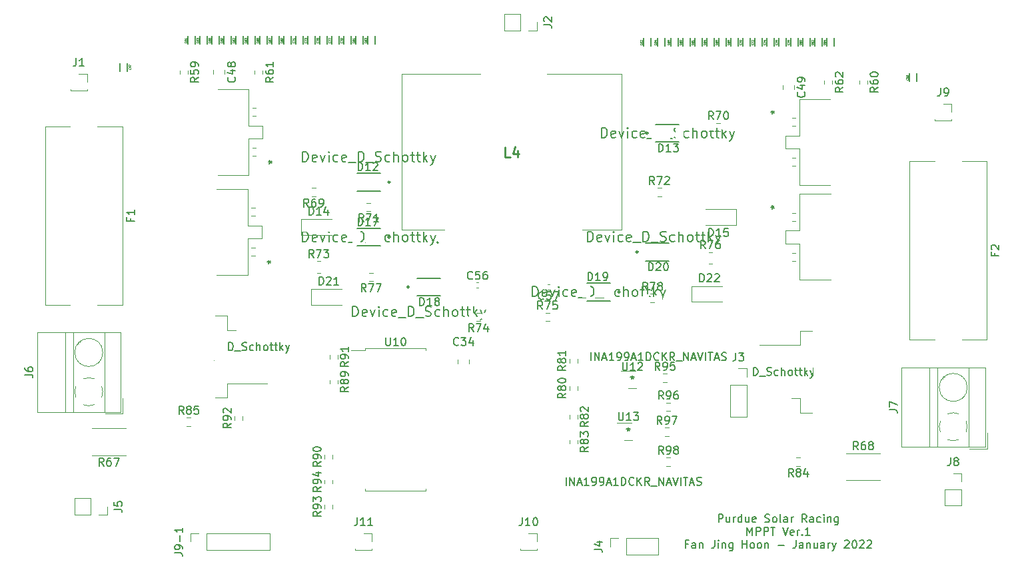
<source format=gto>
G04 #@! TF.GenerationSoftware,KiCad,Pcbnew,(5.1.10)-1*
G04 #@! TF.CreationDate,2022-01-17T16:27:26-05:00*
G04 #@! TF.ProjectId,breakoutboard-2,62726561-6b6f-4757-9462-6f6172642d32,rev?*
G04 #@! TF.SameCoordinates,Original*
G04 #@! TF.FileFunction,Legend,Top*
G04 #@! TF.FilePolarity,Positive*
%FSLAX46Y46*%
G04 Gerber Fmt 4.6, Leading zero omitted, Abs format (unit mm)*
G04 Created by KiCad (PCBNEW (5.1.10)-1) date 2022-01-17 16:27:26*
%MOMM*%
%LPD*%
G01*
G04 APERTURE LIST*
%ADD10C,0.150000*%
%ADD11C,0.120000*%
%ADD12C,0.127000*%
%ADD13C,0.250000*%
%ADD14C,0.100000*%
%ADD15C,0.200000*%
%ADD16C,0.060464*%
%ADD17C,0.254000*%
%ADD18R,9.400000X10.800000*%
%ADD19R,4.600000X1.100000*%
%ADD20R,1.350000X1.350000*%
%ADD21R,7.696200X10.718800*%
%ADD22R,3.505200X1.041400*%
%ADD23R,2.400000X1.500000*%
%ADD24R,1.050000X1.500000*%
%ADD25R,0.900000X1.200000*%
%ADD26C,3.000000*%
%ADD27C,2.700000*%
%ADD28O,1.350000X1.350000*%
%ADD29C,2.800000*%
%ADD30R,2.800000X2.800000*%
%ADD31R,5.330000X5.590000*%
%ADD32R,6.350000X5.280000*%
%ADD33R,0.850001X0.399999*%
G04 APERTURE END LIST*
D10*
X184809761Y-115642380D02*
X184809761Y-114642380D01*
X185190714Y-114642380D01*
X185285952Y-114690000D01*
X185333571Y-114737619D01*
X185381190Y-114832857D01*
X185381190Y-114975714D01*
X185333571Y-115070952D01*
X185285952Y-115118571D01*
X185190714Y-115166190D01*
X184809761Y-115166190D01*
X186238333Y-114975714D02*
X186238333Y-115642380D01*
X185809761Y-114975714D02*
X185809761Y-115499523D01*
X185857380Y-115594761D01*
X185952619Y-115642380D01*
X186095476Y-115642380D01*
X186190714Y-115594761D01*
X186238333Y-115547142D01*
X186714523Y-115642380D02*
X186714523Y-114975714D01*
X186714523Y-115166190D02*
X186762142Y-115070952D01*
X186809761Y-115023333D01*
X186905000Y-114975714D01*
X187000238Y-114975714D01*
X187762142Y-115642380D02*
X187762142Y-114642380D01*
X187762142Y-115594761D02*
X187666904Y-115642380D01*
X187476428Y-115642380D01*
X187381190Y-115594761D01*
X187333571Y-115547142D01*
X187285952Y-115451904D01*
X187285952Y-115166190D01*
X187333571Y-115070952D01*
X187381190Y-115023333D01*
X187476428Y-114975714D01*
X187666904Y-114975714D01*
X187762142Y-115023333D01*
X188666904Y-114975714D02*
X188666904Y-115642380D01*
X188238333Y-114975714D02*
X188238333Y-115499523D01*
X188285952Y-115594761D01*
X188381190Y-115642380D01*
X188524047Y-115642380D01*
X188619285Y-115594761D01*
X188666904Y-115547142D01*
X189524047Y-115594761D02*
X189428809Y-115642380D01*
X189238333Y-115642380D01*
X189143095Y-115594761D01*
X189095476Y-115499523D01*
X189095476Y-115118571D01*
X189143095Y-115023333D01*
X189238333Y-114975714D01*
X189428809Y-114975714D01*
X189524047Y-115023333D01*
X189571666Y-115118571D01*
X189571666Y-115213809D01*
X189095476Y-115309047D01*
X190714523Y-115594761D02*
X190857380Y-115642380D01*
X191095476Y-115642380D01*
X191190714Y-115594761D01*
X191238333Y-115547142D01*
X191285952Y-115451904D01*
X191285952Y-115356666D01*
X191238333Y-115261428D01*
X191190714Y-115213809D01*
X191095476Y-115166190D01*
X190905000Y-115118571D01*
X190809761Y-115070952D01*
X190762142Y-115023333D01*
X190714523Y-114928095D01*
X190714523Y-114832857D01*
X190762142Y-114737619D01*
X190809761Y-114690000D01*
X190905000Y-114642380D01*
X191143095Y-114642380D01*
X191285952Y-114690000D01*
X191857380Y-115642380D02*
X191762142Y-115594761D01*
X191714523Y-115547142D01*
X191666904Y-115451904D01*
X191666904Y-115166190D01*
X191714523Y-115070952D01*
X191762142Y-115023333D01*
X191857380Y-114975714D01*
X192000238Y-114975714D01*
X192095476Y-115023333D01*
X192143095Y-115070952D01*
X192190714Y-115166190D01*
X192190714Y-115451904D01*
X192143095Y-115547142D01*
X192095476Y-115594761D01*
X192000238Y-115642380D01*
X191857380Y-115642380D01*
X192762142Y-115642380D02*
X192666904Y-115594761D01*
X192619285Y-115499523D01*
X192619285Y-114642380D01*
X193571666Y-115642380D02*
X193571666Y-115118571D01*
X193524047Y-115023333D01*
X193428809Y-114975714D01*
X193238333Y-114975714D01*
X193143095Y-115023333D01*
X193571666Y-115594761D02*
X193476428Y-115642380D01*
X193238333Y-115642380D01*
X193143095Y-115594761D01*
X193095476Y-115499523D01*
X193095476Y-115404285D01*
X193143095Y-115309047D01*
X193238333Y-115261428D01*
X193476428Y-115261428D01*
X193571666Y-115213809D01*
X194047857Y-115642380D02*
X194047857Y-114975714D01*
X194047857Y-115166190D02*
X194095476Y-115070952D01*
X194143095Y-115023333D01*
X194238333Y-114975714D01*
X194333571Y-114975714D01*
X196000238Y-115642380D02*
X195666904Y-115166190D01*
X195428809Y-115642380D02*
X195428809Y-114642380D01*
X195809761Y-114642380D01*
X195905000Y-114690000D01*
X195952619Y-114737619D01*
X196000238Y-114832857D01*
X196000238Y-114975714D01*
X195952619Y-115070952D01*
X195905000Y-115118571D01*
X195809761Y-115166190D01*
X195428809Y-115166190D01*
X196857380Y-115642380D02*
X196857380Y-115118571D01*
X196809761Y-115023333D01*
X196714523Y-114975714D01*
X196524047Y-114975714D01*
X196428809Y-115023333D01*
X196857380Y-115594761D02*
X196762142Y-115642380D01*
X196524047Y-115642380D01*
X196428809Y-115594761D01*
X196381190Y-115499523D01*
X196381190Y-115404285D01*
X196428809Y-115309047D01*
X196524047Y-115261428D01*
X196762142Y-115261428D01*
X196857380Y-115213809D01*
X197762142Y-115594761D02*
X197666904Y-115642380D01*
X197476428Y-115642380D01*
X197381190Y-115594761D01*
X197333571Y-115547142D01*
X197285952Y-115451904D01*
X197285952Y-115166190D01*
X197333571Y-115070952D01*
X197381190Y-115023333D01*
X197476428Y-114975714D01*
X197666904Y-114975714D01*
X197762142Y-115023333D01*
X198190714Y-115642380D02*
X198190714Y-114975714D01*
X198190714Y-114642380D02*
X198143095Y-114690000D01*
X198190714Y-114737619D01*
X198238333Y-114690000D01*
X198190714Y-114642380D01*
X198190714Y-114737619D01*
X198666904Y-114975714D02*
X198666904Y-115642380D01*
X198666904Y-115070952D02*
X198714523Y-115023333D01*
X198809761Y-114975714D01*
X198952619Y-114975714D01*
X199047857Y-115023333D01*
X199095476Y-115118571D01*
X199095476Y-115642380D01*
X200000238Y-114975714D02*
X200000238Y-115785238D01*
X199952619Y-115880476D01*
X199905000Y-115928095D01*
X199809761Y-115975714D01*
X199666904Y-115975714D01*
X199571666Y-115928095D01*
X200000238Y-115594761D02*
X199905000Y-115642380D01*
X199714523Y-115642380D01*
X199619285Y-115594761D01*
X199571666Y-115547142D01*
X199524047Y-115451904D01*
X199524047Y-115166190D01*
X199571666Y-115070952D01*
X199619285Y-115023333D01*
X199714523Y-114975714D01*
X199905000Y-114975714D01*
X200000238Y-115023333D01*
X188428809Y-117292380D02*
X188428809Y-116292380D01*
X188762142Y-117006666D01*
X189095476Y-116292380D01*
X189095476Y-117292380D01*
X189571666Y-117292380D02*
X189571666Y-116292380D01*
X189952619Y-116292380D01*
X190047857Y-116340000D01*
X190095476Y-116387619D01*
X190143095Y-116482857D01*
X190143095Y-116625714D01*
X190095476Y-116720952D01*
X190047857Y-116768571D01*
X189952619Y-116816190D01*
X189571666Y-116816190D01*
X190571666Y-117292380D02*
X190571666Y-116292380D01*
X190952619Y-116292380D01*
X191047857Y-116340000D01*
X191095476Y-116387619D01*
X191143095Y-116482857D01*
X191143095Y-116625714D01*
X191095476Y-116720952D01*
X191047857Y-116768571D01*
X190952619Y-116816190D01*
X190571666Y-116816190D01*
X191428809Y-116292380D02*
X192000238Y-116292380D01*
X191714523Y-117292380D02*
X191714523Y-116292380D01*
X192952619Y-116292380D02*
X193285952Y-117292380D01*
X193619285Y-116292380D01*
X194333571Y-117244761D02*
X194238333Y-117292380D01*
X194047857Y-117292380D01*
X193952619Y-117244761D01*
X193905000Y-117149523D01*
X193905000Y-116768571D01*
X193952619Y-116673333D01*
X194047857Y-116625714D01*
X194238333Y-116625714D01*
X194333571Y-116673333D01*
X194381190Y-116768571D01*
X194381190Y-116863809D01*
X193905000Y-116959047D01*
X194809761Y-117292380D02*
X194809761Y-116625714D01*
X194809761Y-116816190D02*
X194857380Y-116720952D01*
X194905000Y-116673333D01*
X195000238Y-116625714D01*
X195095476Y-116625714D01*
X195428809Y-117197142D02*
X195476428Y-117244761D01*
X195428809Y-117292380D01*
X195381190Y-117244761D01*
X195428809Y-117197142D01*
X195428809Y-117292380D01*
X196428809Y-117292380D02*
X195857380Y-117292380D01*
X196143095Y-117292380D02*
X196143095Y-116292380D01*
X196047857Y-116435238D01*
X195952619Y-116530476D01*
X195857380Y-116578095D01*
X180928809Y-118418571D02*
X180595476Y-118418571D01*
X180595476Y-118942380D02*
X180595476Y-117942380D01*
X181071666Y-117942380D01*
X181881190Y-118942380D02*
X181881190Y-118418571D01*
X181833571Y-118323333D01*
X181738333Y-118275714D01*
X181547857Y-118275714D01*
X181452619Y-118323333D01*
X181881190Y-118894761D02*
X181785952Y-118942380D01*
X181547857Y-118942380D01*
X181452619Y-118894761D01*
X181405000Y-118799523D01*
X181405000Y-118704285D01*
X181452619Y-118609047D01*
X181547857Y-118561428D01*
X181785952Y-118561428D01*
X181881190Y-118513809D01*
X182357380Y-118275714D02*
X182357380Y-118942380D01*
X182357380Y-118370952D02*
X182405000Y-118323333D01*
X182500238Y-118275714D01*
X182643095Y-118275714D01*
X182738333Y-118323333D01*
X182785952Y-118418571D01*
X182785952Y-118942380D01*
X184309761Y-117942380D02*
X184309761Y-118656666D01*
X184262142Y-118799523D01*
X184166904Y-118894761D01*
X184024047Y-118942380D01*
X183928809Y-118942380D01*
X184785952Y-118942380D02*
X184785952Y-118275714D01*
X184785952Y-117942380D02*
X184738333Y-117990000D01*
X184785952Y-118037619D01*
X184833571Y-117990000D01*
X184785952Y-117942380D01*
X184785952Y-118037619D01*
X185262142Y-118275714D02*
X185262142Y-118942380D01*
X185262142Y-118370952D02*
X185309761Y-118323333D01*
X185405000Y-118275714D01*
X185547857Y-118275714D01*
X185643095Y-118323333D01*
X185690714Y-118418571D01*
X185690714Y-118942380D01*
X186595476Y-118275714D02*
X186595476Y-119085238D01*
X186547857Y-119180476D01*
X186500238Y-119228095D01*
X186405000Y-119275714D01*
X186262142Y-119275714D01*
X186166904Y-119228095D01*
X186595476Y-118894761D02*
X186500238Y-118942380D01*
X186309761Y-118942380D01*
X186214523Y-118894761D01*
X186166904Y-118847142D01*
X186119285Y-118751904D01*
X186119285Y-118466190D01*
X186166904Y-118370952D01*
X186214523Y-118323333D01*
X186309761Y-118275714D01*
X186500238Y-118275714D01*
X186595476Y-118323333D01*
X187833571Y-118942380D02*
X187833571Y-117942380D01*
X187833571Y-118418571D02*
X188405000Y-118418571D01*
X188405000Y-118942380D02*
X188405000Y-117942380D01*
X189024047Y-118942380D02*
X188928809Y-118894761D01*
X188881190Y-118847142D01*
X188833571Y-118751904D01*
X188833571Y-118466190D01*
X188881190Y-118370952D01*
X188928809Y-118323333D01*
X189024047Y-118275714D01*
X189166904Y-118275714D01*
X189262142Y-118323333D01*
X189309761Y-118370952D01*
X189357380Y-118466190D01*
X189357380Y-118751904D01*
X189309761Y-118847142D01*
X189262142Y-118894761D01*
X189166904Y-118942380D01*
X189024047Y-118942380D01*
X189928809Y-118942380D02*
X189833571Y-118894761D01*
X189785952Y-118847142D01*
X189738333Y-118751904D01*
X189738333Y-118466190D01*
X189785952Y-118370952D01*
X189833571Y-118323333D01*
X189928809Y-118275714D01*
X190071666Y-118275714D01*
X190166904Y-118323333D01*
X190214523Y-118370952D01*
X190262142Y-118466190D01*
X190262142Y-118751904D01*
X190214523Y-118847142D01*
X190166904Y-118894761D01*
X190071666Y-118942380D01*
X189928809Y-118942380D01*
X190690714Y-118275714D02*
X190690714Y-118942380D01*
X190690714Y-118370952D02*
X190738333Y-118323333D01*
X190833571Y-118275714D01*
X190976428Y-118275714D01*
X191071666Y-118323333D01*
X191119285Y-118418571D01*
X191119285Y-118942380D01*
X192357380Y-118561428D02*
X193119285Y-118561428D01*
X194643095Y-117942380D02*
X194643095Y-118656666D01*
X194595476Y-118799523D01*
X194500238Y-118894761D01*
X194357380Y-118942380D01*
X194262142Y-118942380D01*
X195547857Y-118942380D02*
X195547857Y-118418571D01*
X195500238Y-118323333D01*
X195405000Y-118275714D01*
X195214523Y-118275714D01*
X195119285Y-118323333D01*
X195547857Y-118894761D02*
X195452619Y-118942380D01*
X195214523Y-118942380D01*
X195119285Y-118894761D01*
X195071666Y-118799523D01*
X195071666Y-118704285D01*
X195119285Y-118609047D01*
X195214523Y-118561428D01*
X195452619Y-118561428D01*
X195547857Y-118513809D01*
X196024047Y-118275714D02*
X196024047Y-118942380D01*
X196024047Y-118370952D02*
X196071666Y-118323333D01*
X196166904Y-118275714D01*
X196309761Y-118275714D01*
X196405000Y-118323333D01*
X196452619Y-118418571D01*
X196452619Y-118942380D01*
X197357380Y-118275714D02*
X197357380Y-118942380D01*
X196928809Y-118275714D02*
X196928809Y-118799523D01*
X196976428Y-118894761D01*
X197071666Y-118942380D01*
X197214523Y-118942380D01*
X197309761Y-118894761D01*
X197357380Y-118847142D01*
X198262142Y-118942380D02*
X198262142Y-118418571D01*
X198214523Y-118323333D01*
X198119285Y-118275714D01*
X197928809Y-118275714D01*
X197833571Y-118323333D01*
X198262142Y-118894761D02*
X198166904Y-118942380D01*
X197928809Y-118942380D01*
X197833571Y-118894761D01*
X197785952Y-118799523D01*
X197785952Y-118704285D01*
X197833571Y-118609047D01*
X197928809Y-118561428D01*
X198166904Y-118561428D01*
X198262142Y-118513809D01*
X198738333Y-118942380D02*
X198738333Y-118275714D01*
X198738333Y-118466190D02*
X198785952Y-118370952D01*
X198833571Y-118323333D01*
X198928809Y-118275714D01*
X199024047Y-118275714D01*
X199262142Y-118275714D02*
X199500238Y-118942380D01*
X199738333Y-118275714D02*
X199500238Y-118942380D01*
X199405000Y-119180476D01*
X199357380Y-119228095D01*
X199262142Y-119275714D01*
X200833571Y-118037619D02*
X200881190Y-117990000D01*
X200976428Y-117942380D01*
X201214523Y-117942380D01*
X201309761Y-117990000D01*
X201357380Y-118037619D01*
X201405000Y-118132857D01*
X201405000Y-118228095D01*
X201357380Y-118370952D01*
X200785952Y-118942380D01*
X201405000Y-118942380D01*
X202024047Y-117942380D02*
X202119285Y-117942380D01*
X202214523Y-117990000D01*
X202262142Y-118037619D01*
X202309761Y-118132857D01*
X202357380Y-118323333D01*
X202357380Y-118561428D01*
X202309761Y-118751904D01*
X202262142Y-118847142D01*
X202214523Y-118894761D01*
X202119285Y-118942380D01*
X202024047Y-118942380D01*
X201928809Y-118894761D01*
X201881190Y-118847142D01*
X201833571Y-118751904D01*
X201785952Y-118561428D01*
X201785952Y-118323333D01*
X201833571Y-118132857D01*
X201881190Y-118037619D01*
X201928809Y-117990000D01*
X202024047Y-117942380D01*
X202738333Y-118037619D02*
X202785952Y-117990000D01*
X202881190Y-117942380D01*
X203119285Y-117942380D01*
X203214523Y-117990000D01*
X203262142Y-118037619D01*
X203309761Y-118132857D01*
X203309761Y-118228095D01*
X203262142Y-118370952D01*
X202690714Y-118942380D01*
X203309761Y-118942380D01*
X203690714Y-118037619D02*
X203738333Y-117990000D01*
X203833571Y-117942380D01*
X204071666Y-117942380D01*
X204166904Y-117990000D01*
X204214523Y-118037619D01*
X204262142Y-118132857D01*
X204262142Y-118228095D01*
X204214523Y-118370952D01*
X203643095Y-118942380D01*
X204262142Y-118942380D01*
D11*
X196670000Y-91320000D02*
X195170000Y-91320000D01*
X195170000Y-91320000D02*
X195170000Y-93130000D01*
X195170000Y-93130000D02*
X190045000Y-93130000D01*
X196670000Y-101720000D02*
X195170000Y-101720000D01*
X195170000Y-101720000D02*
X195170000Y-99910000D01*
X195170000Y-99910000D02*
X194070000Y-99910000D01*
X120830000Y-99815000D02*
X122330000Y-99815000D01*
X122330000Y-99815000D02*
X122330000Y-98005000D01*
X122330000Y-98005000D02*
X127455000Y-98005000D01*
X120830000Y-89415000D02*
X122330000Y-89415000D01*
X122330000Y-89415000D02*
X122330000Y-91225000D01*
X122330000Y-91225000D02*
X123430000Y-91225000D01*
X138640000Y-119170000D02*
X140760000Y-119170000D01*
X138640000Y-119050000D02*
X138640000Y-119170000D01*
X140760000Y-119050000D02*
X140760000Y-119170000D01*
X140760000Y-117050000D02*
X140760000Y-118110000D01*
X139700000Y-117050000D02*
X140760000Y-117050000D01*
X199035051Y-73914000D02*
X195084700Y-73914000D01*
X195084700Y-84836000D02*
X199035051Y-84836000D01*
X195084700Y-80200500D02*
X195084700Y-84836000D01*
X193306700Y-80200500D02*
X195084700Y-80200500D01*
X193306700Y-78549500D02*
X193306700Y-80200500D01*
X195084700Y-78549500D02*
X193306700Y-78549500D01*
X195084700Y-73914000D02*
X195084700Y-78549500D01*
X194602100Y-82410300D02*
X194144900Y-82410300D01*
X194602100Y-81419700D02*
X194144900Y-81419700D01*
X194602100Y-77330300D02*
X194144900Y-77330300D01*
X194602100Y-76339700D02*
X194144900Y-76339700D01*
X199022351Y-61849000D02*
X195072000Y-61849000D01*
X195072000Y-72771000D02*
X199022351Y-72771000D01*
X195072000Y-68135500D02*
X195072000Y-72771000D01*
X193294000Y-68135500D02*
X195072000Y-68135500D01*
X193294000Y-66484500D02*
X193294000Y-68135500D01*
X195072000Y-66484500D02*
X193294000Y-66484500D01*
X195072000Y-61849000D02*
X195072000Y-66484500D01*
X194589400Y-70345300D02*
X194132200Y-70345300D01*
X194589400Y-69354700D02*
X194132200Y-69354700D01*
X194589400Y-65265300D02*
X194132200Y-65265300D01*
X194589400Y-64274700D02*
X194132200Y-64274700D01*
X121017649Y-84201000D02*
X124968000Y-84201000D01*
X124968000Y-73279000D02*
X121017649Y-73279000D01*
X124968000Y-77914500D02*
X124968000Y-73279000D01*
X126746000Y-77914500D02*
X124968000Y-77914500D01*
X126746000Y-79565500D02*
X126746000Y-77914500D01*
X124968000Y-79565500D02*
X126746000Y-79565500D01*
X124968000Y-84201000D02*
X124968000Y-79565500D01*
X125450600Y-75704700D02*
X125907800Y-75704700D01*
X125450600Y-76695300D02*
X125907800Y-76695300D01*
X125450600Y-80784700D02*
X125907800Y-80784700D01*
X125450600Y-81775300D02*
X125907800Y-81775300D01*
X121144649Y-71501000D02*
X125095000Y-71501000D01*
X125095000Y-60579000D02*
X121144649Y-60579000D01*
X125095000Y-65214500D02*
X125095000Y-60579000D01*
X126873000Y-65214500D02*
X125095000Y-65214500D01*
X126873000Y-66865500D02*
X126873000Y-65214500D01*
X125095000Y-66865500D02*
X126873000Y-66865500D01*
X125095000Y-71501000D02*
X125095000Y-66865500D01*
X125577600Y-63004700D02*
X126034800Y-63004700D01*
X125577600Y-63995300D02*
X126034800Y-63995300D01*
X125577600Y-68084700D02*
X126034800Y-68084700D01*
X125577600Y-69075300D02*
X126034800Y-69075300D01*
X153135000Y-94988748D02*
X153135000Y-95511252D01*
X151665000Y-94988748D02*
X151665000Y-95511252D01*
D12*
X108740000Y-57285000D02*
X108740000Y-58285000D01*
X109700000Y-58285000D02*
X109700000Y-57285000D01*
D11*
X122020000Y-58158748D02*
X122020000Y-58681252D01*
X120550000Y-58158748D02*
X120550000Y-58681252D01*
X192940000Y-60063748D02*
X192940000Y-60586252D01*
X194410000Y-60063748D02*
X194410000Y-60586252D01*
D12*
X210030000Y-59555000D02*
X210030000Y-58555000D01*
X209070000Y-58555000D02*
X209070000Y-59555000D01*
X118336000Y-54856000D02*
X118336000Y-53856000D01*
X117376000Y-53856000D02*
X117376000Y-54856000D01*
X175288000Y-54110000D02*
X175288000Y-55110000D01*
X176248000Y-55110000D02*
X176248000Y-54110000D01*
X118900000Y-53856000D02*
X118900000Y-54856000D01*
X119860000Y-54856000D02*
X119860000Y-53856000D01*
X178026000Y-55110000D02*
X178026000Y-54110000D01*
X177066000Y-54110000D02*
X177066000Y-55110000D01*
X121384000Y-54856000D02*
X121384000Y-53856000D01*
X120424000Y-53856000D02*
X120424000Y-54856000D01*
D11*
X154070164Y-85831000D02*
X154285836Y-85831000D01*
X154070164Y-85111000D02*
X154285836Y-85111000D01*
X163302836Y-86085000D02*
X163087164Y-86085000D01*
X163302836Y-85365000D02*
X163087164Y-85365000D01*
D12*
X178717000Y-54110000D02*
X178717000Y-55110000D01*
X179677000Y-55110000D02*
X179677000Y-54110000D01*
X121948000Y-53856000D02*
X121948000Y-54856000D01*
X122908000Y-54856000D02*
X122908000Y-53856000D01*
X181201000Y-55110000D02*
X181201000Y-54110000D01*
X180241000Y-54110000D02*
X180241000Y-55110000D01*
X181765000Y-54110000D02*
X181765000Y-55110000D01*
X182725000Y-55110000D02*
X182725000Y-54110000D01*
X123472000Y-53856000D02*
X123472000Y-54856000D01*
X124432000Y-54856000D02*
X124432000Y-53856000D01*
X124996000Y-53856000D02*
X124996000Y-54856000D01*
X125956000Y-54856000D02*
X125956000Y-53856000D01*
X184249000Y-55110000D02*
X184249000Y-54110000D01*
X183289000Y-54110000D02*
X183289000Y-55110000D01*
X127480000Y-54856000D02*
X127480000Y-53856000D01*
X126520000Y-53856000D02*
X126520000Y-54856000D01*
X184813000Y-54110000D02*
X184813000Y-55110000D01*
X185773000Y-55110000D02*
X185773000Y-54110000D01*
X128044000Y-53856000D02*
X128044000Y-54856000D01*
X129004000Y-54856000D02*
X129004000Y-53856000D01*
X187297000Y-55110000D02*
X187297000Y-54110000D01*
X186337000Y-54110000D02*
X186337000Y-55110000D01*
X130528000Y-54856000D02*
X130528000Y-53856000D01*
X129568000Y-53856000D02*
X129568000Y-54856000D01*
X187861000Y-54110000D02*
X187861000Y-55110000D01*
X188821000Y-55110000D02*
X188821000Y-54110000D01*
X132052000Y-54856000D02*
X132052000Y-53856000D01*
X131092000Y-53856000D02*
X131092000Y-54856000D01*
X190345000Y-55110000D02*
X190345000Y-54110000D01*
X189385000Y-54110000D02*
X189385000Y-55110000D01*
X133576000Y-54856000D02*
X133576000Y-53856000D01*
X132616000Y-53856000D02*
X132616000Y-54856000D01*
X190909000Y-54110000D02*
X190909000Y-55110000D01*
X191869000Y-55110000D02*
X191869000Y-54110000D01*
X134140000Y-53856000D02*
X134140000Y-54856000D01*
X135100000Y-54856000D02*
X135100000Y-53856000D01*
X193393000Y-55110000D02*
X193393000Y-54110000D01*
X192433000Y-54110000D02*
X192433000Y-55110000D01*
X136624000Y-54856000D02*
X136624000Y-53856000D01*
X135664000Y-53856000D02*
X135664000Y-54856000D01*
X193957000Y-54110000D02*
X193957000Y-55110000D01*
X194917000Y-55110000D02*
X194917000Y-54110000D01*
X137188000Y-53856000D02*
X137188000Y-54856000D01*
X138148000Y-54856000D02*
X138148000Y-53856000D01*
X196441000Y-55110000D02*
X196441000Y-54110000D01*
X195481000Y-54110000D02*
X195481000Y-55110000D01*
X138712000Y-53856000D02*
X138712000Y-54856000D01*
X139672000Y-54856000D02*
X139672000Y-53856000D01*
X197965000Y-55110000D02*
X197965000Y-54110000D01*
X197005000Y-54110000D02*
X197005000Y-55110000D01*
X141196000Y-54856000D02*
X141196000Y-53856000D01*
X140236000Y-53856000D02*
X140236000Y-54856000D01*
X198529000Y-54110000D02*
X198529000Y-55110000D01*
X199489000Y-55110000D02*
X199489000Y-54110000D01*
D13*
X143059999Y-72390000D02*
G75*
G03*
X143059999Y-72390000I-125000J0D01*
G01*
D10*
X138835000Y-71265000D02*
X141835000Y-71265000D01*
X138835000Y-73515000D02*
X141835000Y-73515000D01*
D13*
X175833001Y-66167000D02*
G75*
G03*
X175833001Y-66167000I-125000J0D01*
G01*
D10*
X179808000Y-67292000D02*
X176808000Y-67292000D01*
X179808000Y-65042000D02*
X176808000Y-65042000D01*
D11*
X131735000Y-77105000D02*
X135635000Y-77105000D01*
X131735000Y-79105000D02*
X135635000Y-79105000D01*
X131735000Y-77105000D02*
X131735000Y-79105000D01*
X187035000Y-77835000D02*
X187035000Y-75835000D01*
X187035000Y-75835000D02*
X183135000Y-75835000D01*
X187035000Y-77835000D02*
X183135000Y-77835000D01*
D10*
X138835000Y-80500000D02*
X141835000Y-80500000D01*
X138835000Y-78250000D02*
X141835000Y-78250000D01*
D13*
X143059999Y-79375000D02*
G75*
G03*
X143059999Y-79375000I-125000J0D01*
G01*
X145480001Y-85725000D02*
G75*
G03*
X145480001Y-85725000I-125000J0D01*
G01*
D10*
X149455000Y-86850000D02*
X146455000Y-86850000D01*
X149455000Y-84600000D02*
X146455000Y-84600000D01*
X168045000Y-87485000D02*
X171045000Y-87485000D01*
X168045000Y-85235000D02*
X171045000Y-85235000D01*
D13*
X172269999Y-86360000D02*
G75*
G03*
X172269999Y-86360000I-125000J0D01*
G01*
X174563001Y-81280000D02*
G75*
G03*
X174563001Y-81280000I-125000J0D01*
G01*
D10*
X178538000Y-82405000D02*
X175538000Y-82405000D01*
X178538000Y-80155000D02*
X175538000Y-80155000D01*
D11*
X133005000Y-85995000D02*
X136905000Y-85995000D01*
X133005000Y-87995000D02*
X136905000Y-87995000D01*
X133005000Y-85995000D02*
X133005000Y-87995000D01*
X181392000Y-85614000D02*
X181392000Y-87614000D01*
X181392000Y-87614000D02*
X185292000Y-87614000D01*
X181392000Y-85614000D02*
X185292000Y-85614000D01*
X99230000Y-88015000D02*
X102390000Y-88015000D01*
X105890000Y-88015000D02*
X109050000Y-88015000D01*
X105890000Y-65295000D02*
X109050000Y-65295000D01*
X109050000Y-65295000D02*
X109050000Y-88015000D01*
X99230000Y-65295000D02*
X99230000Y-88015000D01*
X99230000Y-65295000D02*
X102390000Y-65295000D01*
X209085000Y-69740000D02*
X212245000Y-69740000D01*
X209085000Y-69740000D02*
X209085000Y-92460000D01*
X218905000Y-69740000D02*
X218905000Y-92460000D01*
X215745000Y-69740000D02*
X218905000Y-69740000D01*
X215745000Y-92460000D02*
X218905000Y-92460000D01*
X209085000Y-92460000D02*
X212245000Y-92460000D01*
X102445000Y-60750000D02*
X104565000Y-60750000D01*
X102445000Y-60630000D02*
X102445000Y-60750000D01*
X104565000Y-60630000D02*
X104565000Y-60750000D01*
X104565000Y-58630000D02*
X104565000Y-59690000D01*
X103505000Y-58630000D02*
X104565000Y-58630000D01*
X159655000Y-51010000D02*
X159655000Y-53130000D01*
X159655000Y-51010000D02*
X157595000Y-51010000D01*
X157595000Y-51010000D02*
X157595000Y-53130000D01*
X159655000Y-53130000D02*
X157595000Y-53130000D01*
X161715000Y-53130000D02*
X160655000Y-53130000D01*
X161715000Y-52070000D02*
X161715000Y-53130000D01*
X187325000Y-96095000D02*
X188385000Y-96095000D01*
X188385000Y-96095000D02*
X188385000Y-97155000D01*
X188385000Y-98155000D02*
X188385000Y-102215000D01*
X186265000Y-102215000D02*
X188385000Y-102215000D01*
X186265000Y-98155000D02*
X186265000Y-102215000D01*
X186265000Y-98155000D02*
X188385000Y-98155000D01*
X173085000Y-119805000D02*
X173085000Y-117685000D01*
X173085000Y-119805000D02*
X177145000Y-119805000D01*
X177145000Y-119805000D02*
X177145000Y-117685000D01*
X173085000Y-117685000D02*
X177145000Y-117685000D01*
X171025000Y-117685000D02*
X172085000Y-117685000D01*
X171025000Y-118745000D02*
X171025000Y-117685000D01*
X107105000Y-113665000D02*
X107105000Y-114725000D01*
X107105000Y-114725000D02*
X106045000Y-114725000D01*
X105045000Y-114725000D02*
X102985000Y-114725000D01*
X102985000Y-112605000D02*
X102985000Y-114725000D01*
X105045000Y-112605000D02*
X102985000Y-112605000D01*
X105045000Y-112605000D02*
X105045000Y-114725000D01*
X109075000Y-101860000D02*
X109075000Y-99860000D01*
X106835000Y-101860000D02*
X109075000Y-101860000D01*
X105858000Y-95360000D02*
X105908000Y-95410000D01*
X103425000Y-92927000D02*
X103449000Y-92952000D01*
X106100000Y-95168000D02*
X106125000Y-95192000D01*
X103642000Y-92710000D02*
X103692000Y-92759000D01*
X98215000Y-91500000D02*
X108835000Y-91500000D01*
X98215000Y-101620000D02*
X108835000Y-101620000D01*
X108835000Y-101620000D02*
X108835000Y-91500000D01*
X98215000Y-101620000D02*
X98215000Y-91500000D01*
X101775000Y-101620000D02*
X101775000Y-91500000D01*
X102775000Y-101620000D02*
X102775000Y-91500000D01*
X106775000Y-101620000D02*
X106775000Y-91500000D01*
X106555000Y-94060000D02*
G75*
G03*
X106555000Y-94060000I-1780000J0D01*
G01*
X106555389Y-99029186D02*
G75*
G02*
X106414000Y-99756000I-1780389J-30814D01*
G01*
X105470516Y-100699205D02*
G75*
G02*
X104079000Y-100699000I-695516J1639205D01*
G01*
X103135795Y-99755516D02*
G75*
G02*
X103136000Y-98364000I1639205J695516D01*
G01*
X104079484Y-97420795D02*
G75*
G02*
X105471000Y-97421000I695516J-1639205D01*
G01*
X106413499Y-98364499D02*
G75*
G02*
X106555000Y-99060000I-1638499J-695501D01*
G01*
X216410000Y-98505000D02*
G75*
G03*
X216410000Y-98505000I-1780000J0D01*
G01*
X216630000Y-106065000D02*
X216630000Y-95945000D01*
X212630000Y-106065000D02*
X212630000Y-95945000D01*
X211630000Y-106065000D02*
X211630000Y-95945000D01*
X208070000Y-106065000D02*
X208070000Y-95945000D01*
X218690000Y-106065000D02*
X218690000Y-95945000D01*
X208070000Y-106065000D02*
X218690000Y-106065000D01*
X208070000Y-95945000D02*
X218690000Y-95945000D01*
X213497000Y-97155000D02*
X213547000Y-97204000D01*
X215955000Y-99613000D02*
X215980000Y-99637000D01*
X213280000Y-97372000D02*
X213304000Y-97397000D01*
X215713000Y-99805000D02*
X215763000Y-99855000D01*
X216690000Y-106305000D02*
X218930000Y-106305000D01*
X218930000Y-106305000D02*
X218930000Y-104305000D01*
X216268499Y-102809499D02*
G75*
G02*
X216410000Y-103505000I-1638499J-695501D01*
G01*
X213934484Y-101865795D02*
G75*
G02*
X215326000Y-101866000I695516J-1639205D01*
G01*
X212990795Y-104200516D02*
G75*
G02*
X212991000Y-102809000I1639205J695516D01*
G01*
X215325516Y-105144205D02*
G75*
G02*
X213934000Y-105144000I-695516J1639205D01*
G01*
X216410389Y-103474186D02*
G75*
G02*
X216269000Y-104201000I-1780389J-30814D01*
G01*
X213570000Y-111490000D02*
X215690000Y-111490000D01*
X213570000Y-111490000D02*
X213570000Y-113550000D01*
X213570000Y-113550000D02*
X215690000Y-113550000D01*
X215690000Y-111490000D02*
X215690000Y-113550000D01*
X215690000Y-109430000D02*
X215690000Y-110490000D01*
X214630000Y-109430000D02*
X215690000Y-109430000D01*
X213360000Y-62440000D02*
X214420000Y-62440000D01*
X214420000Y-62440000D02*
X214420000Y-63500000D01*
X214420000Y-64440000D02*
X214420000Y-64560000D01*
X212300000Y-64440000D02*
X212300000Y-64560000D01*
X212300000Y-64560000D02*
X214420000Y-64560000D01*
X159595000Y-119170000D02*
X161715000Y-119170000D01*
X159595000Y-119050000D02*
X159595000Y-119170000D01*
X161715000Y-119050000D02*
X161715000Y-119170000D01*
X161715000Y-117050000D02*
X161715000Y-118110000D01*
X160655000Y-117050000D02*
X161715000Y-117050000D01*
X119745000Y-119170000D02*
X119745000Y-117050000D01*
X119745000Y-119170000D02*
X127805000Y-119170000D01*
X127805000Y-119170000D02*
X127805000Y-117050000D01*
X119745000Y-117050000D02*
X127805000Y-117050000D01*
X117685000Y-117050000D02*
X118745000Y-117050000D01*
X117685000Y-118110000D02*
X117685000Y-117050000D01*
D14*
X162996000Y-58680000D02*
X172446000Y-58680000D01*
X172446000Y-58680000D02*
X172496000Y-78480000D01*
X172496000Y-78480000D02*
X167496000Y-78480000D01*
X154496000Y-58680000D02*
X144546000Y-58680000D01*
X144546000Y-58680000D02*
X144546000Y-78480000D01*
X144546000Y-78480000D02*
X149996000Y-78480000D01*
D15*
X148996000Y-80080000D02*
X148996000Y-80080000D01*
X149196000Y-80080000D02*
X149196000Y-80080000D01*
X149196000Y-80080000D02*
G75*
G02*
X148996000Y-80080000I-100000J0D01*
G01*
X148996000Y-80080000D02*
G75*
G02*
X149196000Y-80080000I100000J0D01*
G01*
D11*
X117362500Y-58182742D02*
X117362500Y-58657258D01*
X116317500Y-58182742D02*
X116317500Y-58657258D01*
X202677500Y-59452742D02*
X202677500Y-59927258D01*
X203722500Y-59452742D02*
X203722500Y-59927258D01*
X126887500Y-58182742D02*
X126887500Y-58657258D01*
X125842500Y-58182742D02*
X125842500Y-58657258D01*
X199277500Y-59452742D02*
X199277500Y-59927258D01*
X198232500Y-59452742D02*
X198232500Y-59927258D01*
X109492064Y-107120000D02*
X105137936Y-107120000D01*
X109492064Y-103700000D02*
X105137936Y-103700000D01*
X201022936Y-110295000D02*
X205377064Y-110295000D01*
X201022936Y-106875000D02*
X205377064Y-106875000D01*
X133587258Y-73137500D02*
X133112742Y-73137500D01*
X133587258Y-74182500D02*
X133112742Y-74182500D01*
X184547742Y-65927500D02*
X185022258Y-65927500D01*
X184547742Y-64882500D02*
X185022258Y-64882500D01*
X140572258Y-75042500D02*
X140097742Y-75042500D01*
X140572258Y-76087500D02*
X140097742Y-76087500D01*
X177054742Y-73137500D02*
X177529258Y-73137500D01*
X177054742Y-74182500D02*
X177529258Y-74182500D01*
X133757936Y-82450000D02*
X134212064Y-82450000D01*
X133757936Y-83920000D02*
X134212064Y-83920000D01*
X154542258Y-89012500D02*
X154067742Y-89012500D01*
X154542258Y-90057500D02*
X154067742Y-90057500D01*
X162830742Y-89012500D02*
X163305258Y-89012500D01*
X162830742Y-90057500D02*
X163305258Y-90057500D01*
X183541936Y-82777000D02*
X183996064Y-82777000D01*
X183541936Y-81307000D02*
X183996064Y-81307000D01*
X140890258Y-84977500D02*
X140415742Y-84977500D01*
X140890258Y-83932500D02*
X140415742Y-83932500D01*
X176165742Y-87644500D02*
X176640258Y-87644500D01*
X176165742Y-86599500D02*
X176640258Y-86599500D01*
X165847500Y-98852258D02*
X165847500Y-98377742D01*
X166892500Y-98852258D02*
X166892500Y-98377742D01*
X166892500Y-95360258D02*
X166892500Y-94885742D01*
X165847500Y-95360258D02*
X165847500Y-94885742D01*
X166892500Y-101997742D02*
X166892500Y-102472258D01*
X165847500Y-101997742D02*
X165847500Y-102472258D01*
X165847500Y-105172742D02*
X165847500Y-105647258D01*
X166892500Y-105172742D02*
X166892500Y-105647258D01*
X195182258Y-107427500D02*
X194707742Y-107427500D01*
X195182258Y-108472500D02*
X194707742Y-108472500D01*
X117237742Y-102347500D02*
X117712258Y-102347500D01*
X117237742Y-103392500D02*
X117712258Y-103392500D01*
X136412500Y-97552742D02*
X136412500Y-98027258D01*
X135367500Y-97552742D02*
X135367500Y-98027258D01*
X135777500Y-107552258D02*
X135777500Y-107077742D01*
X134732500Y-107552258D02*
X134732500Y-107077742D01*
X136412500Y-94377742D02*
X136412500Y-94852258D01*
X135367500Y-94377742D02*
X135367500Y-94852258D01*
X123302500Y-102662258D02*
X123302500Y-102187742D01*
X124347500Y-102662258D02*
X124347500Y-102187742D01*
X135777500Y-113902258D02*
X135777500Y-113427742D01*
X134732500Y-113902258D02*
X134732500Y-113427742D01*
X135777500Y-110727258D02*
X135777500Y-110252742D01*
X134732500Y-110727258D02*
X134732500Y-110252742D01*
X177752742Y-97804500D02*
X178227258Y-97804500D01*
X177752742Y-96759500D02*
X178227258Y-96759500D01*
X178197742Y-100442500D02*
X178672258Y-100442500D01*
X178197742Y-101487500D02*
X178672258Y-101487500D01*
X178007742Y-104662500D02*
X178482258Y-104662500D01*
X178007742Y-103617500D02*
X178482258Y-103617500D01*
X178197742Y-107427500D02*
X178672258Y-107427500D01*
X178197742Y-108472500D02*
X178672258Y-108472500D01*
X143764000Y-111676000D02*
X147624000Y-111676000D01*
X147624000Y-111676000D02*
X147624000Y-111431000D01*
X143764000Y-111676000D02*
X139904000Y-111676000D01*
X139904000Y-111676000D02*
X139904000Y-111431000D01*
X143764000Y-93556000D02*
X147624000Y-93556000D01*
X147624000Y-93556000D02*
X147624000Y-93801000D01*
X143764000Y-93556000D02*
X139904000Y-93556000D01*
X139904000Y-93556000D02*
X139904000Y-93801000D01*
X139904000Y-93801000D02*
X138089000Y-93801000D01*
X173355000Y-98628200D02*
X174371000Y-98628200D01*
X172364400Y-96443800D02*
X174244000Y-96443800D01*
X171856400Y-103047800D02*
X173736000Y-103047800D01*
X172847000Y-105232200D02*
X173863000Y-105232200D01*
D10*
X196905714Y-96972380D02*
X196905714Y-95972380D01*
X197143809Y-95972380D01*
X197286666Y-96020000D01*
X197381904Y-96115238D01*
X197429523Y-96210476D01*
X197477142Y-96400952D01*
X197477142Y-96543809D01*
X197429523Y-96734285D01*
X197381904Y-96829523D01*
X197286666Y-96924761D01*
X197143809Y-96972380D01*
X196905714Y-96972380D01*
X198429523Y-96972380D02*
X197858095Y-96972380D01*
X198143809Y-96972380D02*
X198143809Y-95972380D01*
X198048571Y-96115238D01*
X197953333Y-96210476D01*
X197858095Y-96258095D01*
X199286666Y-95972380D02*
X199096190Y-95972380D01*
X199000952Y-96020000D01*
X198953333Y-96067619D01*
X198858095Y-96210476D01*
X198810476Y-96400952D01*
X198810476Y-96781904D01*
X198858095Y-96877142D01*
X198905714Y-96924761D01*
X199000952Y-96972380D01*
X199191428Y-96972380D01*
X199286666Y-96924761D01*
X199334285Y-96877142D01*
X199381904Y-96781904D01*
X199381904Y-96543809D01*
X199334285Y-96448571D01*
X199286666Y-96400952D01*
X199191428Y-96353333D01*
X199000952Y-96353333D01*
X198905714Y-96400952D01*
X198858095Y-96448571D01*
X198810476Y-96543809D01*
X189230476Y-96972380D02*
X189230476Y-95972380D01*
X189468571Y-95972380D01*
X189611428Y-96020000D01*
X189706666Y-96115238D01*
X189754285Y-96210476D01*
X189801904Y-96400952D01*
X189801904Y-96543809D01*
X189754285Y-96734285D01*
X189706666Y-96829523D01*
X189611428Y-96924761D01*
X189468571Y-96972380D01*
X189230476Y-96972380D01*
X189992380Y-97067619D02*
X190754285Y-97067619D01*
X190944761Y-96924761D02*
X191087619Y-96972380D01*
X191325714Y-96972380D01*
X191420952Y-96924761D01*
X191468571Y-96877142D01*
X191516190Y-96781904D01*
X191516190Y-96686666D01*
X191468571Y-96591428D01*
X191420952Y-96543809D01*
X191325714Y-96496190D01*
X191135238Y-96448571D01*
X191040000Y-96400952D01*
X190992380Y-96353333D01*
X190944761Y-96258095D01*
X190944761Y-96162857D01*
X190992380Y-96067619D01*
X191040000Y-96020000D01*
X191135238Y-95972380D01*
X191373333Y-95972380D01*
X191516190Y-96020000D01*
X192373333Y-96924761D02*
X192278095Y-96972380D01*
X192087619Y-96972380D01*
X191992380Y-96924761D01*
X191944761Y-96877142D01*
X191897142Y-96781904D01*
X191897142Y-96496190D01*
X191944761Y-96400952D01*
X191992380Y-96353333D01*
X192087619Y-96305714D01*
X192278095Y-96305714D01*
X192373333Y-96353333D01*
X192801904Y-96972380D02*
X192801904Y-95972380D01*
X193230476Y-96972380D02*
X193230476Y-96448571D01*
X193182857Y-96353333D01*
X193087619Y-96305714D01*
X192944761Y-96305714D01*
X192849523Y-96353333D01*
X192801904Y-96400952D01*
X193849523Y-96972380D02*
X193754285Y-96924761D01*
X193706666Y-96877142D01*
X193659047Y-96781904D01*
X193659047Y-96496190D01*
X193706666Y-96400952D01*
X193754285Y-96353333D01*
X193849523Y-96305714D01*
X193992380Y-96305714D01*
X194087619Y-96353333D01*
X194135238Y-96400952D01*
X194182857Y-96496190D01*
X194182857Y-96781904D01*
X194135238Y-96877142D01*
X194087619Y-96924761D01*
X193992380Y-96972380D01*
X193849523Y-96972380D01*
X194468571Y-96305714D02*
X194849523Y-96305714D01*
X194611428Y-95972380D02*
X194611428Y-96829523D01*
X194659047Y-96924761D01*
X194754285Y-96972380D01*
X194849523Y-96972380D01*
X195040000Y-96305714D02*
X195420952Y-96305714D01*
X195182857Y-95972380D02*
X195182857Y-96829523D01*
X195230476Y-96924761D01*
X195325714Y-96972380D01*
X195420952Y-96972380D01*
X195754285Y-96972380D02*
X195754285Y-95972380D01*
X195849523Y-96591428D02*
X196135238Y-96972380D01*
X196135238Y-96305714D02*
X195754285Y-96686666D01*
X196468571Y-96305714D02*
X196706666Y-96972380D01*
X196944761Y-96305714D02*
X196706666Y-96972380D01*
X196611428Y-97210476D01*
X196563809Y-97258095D01*
X196468571Y-97305714D01*
X198120000Y-95972380D02*
X198120000Y-96210476D01*
X197881904Y-96115238D02*
X198120000Y-96210476D01*
X198358095Y-96115238D01*
X197977142Y-96400952D02*
X198120000Y-96210476D01*
X198262857Y-96400952D01*
X118165714Y-95067380D02*
X118165714Y-94067380D01*
X118403809Y-94067380D01*
X118546666Y-94115000D01*
X118641904Y-94210238D01*
X118689523Y-94305476D01*
X118737142Y-94495952D01*
X118737142Y-94638809D01*
X118689523Y-94829285D01*
X118641904Y-94924523D01*
X118546666Y-95019761D01*
X118403809Y-95067380D01*
X118165714Y-95067380D01*
X119689523Y-95067380D02*
X119118095Y-95067380D01*
X119403809Y-95067380D02*
X119403809Y-94067380D01*
X119308571Y-94210238D01*
X119213333Y-94305476D01*
X119118095Y-94353095D01*
X120641904Y-95067380D02*
X120070476Y-95067380D01*
X120356190Y-95067380D02*
X120356190Y-94067380D01*
X120260952Y-94210238D01*
X120165714Y-94305476D01*
X120070476Y-94353095D01*
X122555476Y-93797380D02*
X122555476Y-92797380D01*
X122793571Y-92797380D01*
X122936428Y-92845000D01*
X123031666Y-92940238D01*
X123079285Y-93035476D01*
X123126904Y-93225952D01*
X123126904Y-93368809D01*
X123079285Y-93559285D01*
X123031666Y-93654523D01*
X122936428Y-93749761D01*
X122793571Y-93797380D01*
X122555476Y-93797380D01*
X123317380Y-93892619D02*
X124079285Y-93892619D01*
X124269761Y-93749761D02*
X124412619Y-93797380D01*
X124650714Y-93797380D01*
X124745952Y-93749761D01*
X124793571Y-93702142D01*
X124841190Y-93606904D01*
X124841190Y-93511666D01*
X124793571Y-93416428D01*
X124745952Y-93368809D01*
X124650714Y-93321190D01*
X124460238Y-93273571D01*
X124365000Y-93225952D01*
X124317380Y-93178333D01*
X124269761Y-93083095D01*
X124269761Y-92987857D01*
X124317380Y-92892619D01*
X124365000Y-92845000D01*
X124460238Y-92797380D01*
X124698333Y-92797380D01*
X124841190Y-92845000D01*
X125698333Y-93749761D02*
X125603095Y-93797380D01*
X125412619Y-93797380D01*
X125317380Y-93749761D01*
X125269761Y-93702142D01*
X125222142Y-93606904D01*
X125222142Y-93321190D01*
X125269761Y-93225952D01*
X125317380Y-93178333D01*
X125412619Y-93130714D01*
X125603095Y-93130714D01*
X125698333Y-93178333D01*
X126126904Y-93797380D02*
X126126904Y-92797380D01*
X126555476Y-93797380D02*
X126555476Y-93273571D01*
X126507857Y-93178333D01*
X126412619Y-93130714D01*
X126269761Y-93130714D01*
X126174523Y-93178333D01*
X126126904Y-93225952D01*
X127174523Y-93797380D02*
X127079285Y-93749761D01*
X127031666Y-93702142D01*
X126984047Y-93606904D01*
X126984047Y-93321190D01*
X127031666Y-93225952D01*
X127079285Y-93178333D01*
X127174523Y-93130714D01*
X127317380Y-93130714D01*
X127412619Y-93178333D01*
X127460238Y-93225952D01*
X127507857Y-93321190D01*
X127507857Y-93606904D01*
X127460238Y-93702142D01*
X127412619Y-93749761D01*
X127317380Y-93797380D01*
X127174523Y-93797380D01*
X127793571Y-93130714D02*
X128174523Y-93130714D01*
X127936428Y-92797380D02*
X127936428Y-93654523D01*
X127984047Y-93749761D01*
X128079285Y-93797380D01*
X128174523Y-93797380D01*
X128365000Y-93130714D02*
X128745952Y-93130714D01*
X128507857Y-92797380D02*
X128507857Y-93654523D01*
X128555476Y-93749761D01*
X128650714Y-93797380D01*
X128745952Y-93797380D01*
X129079285Y-93797380D02*
X129079285Y-92797380D01*
X129174523Y-93416428D02*
X129460238Y-93797380D01*
X129460238Y-93130714D02*
X129079285Y-93511666D01*
X129793571Y-93130714D02*
X130031666Y-93797380D01*
X130269761Y-93130714D02*
X130031666Y-93797380D01*
X129936428Y-94035476D01*
X129888809Y-94083095D01*
X129793571Y-94130714D01*
X138890476Y-115062380D02*
X138890476Y-115776666D01*
X138842857Y-115919523D01*
X138747619Y-116014761D01*
X138604761Y-116062380D01*
X138509523Y-116062380D01*
X139890476Y-116062380D02*
X139319047Y-116062380D01*
X139604761Y-116062380D02*
X139604761Y-115062380D01*
X139509523Y-115205238D01*
X139414285Y-115300476D01*
X139319047Y-115348095D01*
X140842857Y-116062380D02*
X140271428Y-116062380D01*
X140557142Y-116062380D02*
X140557142Y-115062380D01*
X140461904Y-115205238D01*
X140366666Y-115300476D01*
X140271428Y-115348095D01*
X203085319Y-79470238D02*
X203037700Y-79565476D01*
X202942461Y-79660714D01*
X202799604Y-79803571D01*
X202751985Y-79898809D01*
X202751985Y-79994047D01*
X202990080Y-79946428D02*
X202942461Y-80041666D01*
X202847223Y-80136904D01*
X202656747Y-80184523D01*
X202323414Y-80184523D01*
X202132938Y-80136904D01*
X202037700Y-80041666D01*
X201990080Y-79946428D01*
X201990080Y-79755952D01*
X202037700Y-79660714D01*
X202132938Y-79565476D01*
X202323414Y-79517857D01*
X202656747Y-79517857D01*
X202847223Y-79565476D01*
X202942461Y-79660714D01*
X202990080Y-79755952D01*
X202990080Y-79946428D01*
X201990080Y-78660714D02*
X201990080Y-78851190D01*
X202037700Y-78946428D01*
X202085319Y-78994047D01*
X202228176Y-79089285D01*
X202418652Y-79136904D01*
X202799604Y-79136904D01*
X202894842Y-79089285D01*
X202942461Y-79041666D01*
X202990080Y-78946428D01*
X202990080Y-78755952D01*
X202942461Y-78660714D01*
X202894842Y-78613095D01*
X202799604Y-78565476D01*
X202561509Y-78565476D01*
X202466271Y-78613095D01*
X202418652Y-78660714D01*
X202371033Y-78755952D01*
X202371033Y-78946428D01*
X202418652Y-79041666D01*
X202466271Y-79089285D01*
X202561509Y-79136904D01*
X191489080Y-75565000D02*
X191727176Y-75565000D01*
X191631938Y-75803095D02*
X191727176Y-75565000D01*
X191631938Y-75326904D01*
X191917652Y-75707857D02*
X191727176Y-75565000D01*
X191917652Y-75422142D01*
X191489080Y-75565000D02*
X191727176Y-75565000D01*
X191631938Y-75803095D02*
X191727176Y-75565000D01*
X191631938Y-75326904D01*
X191917652Y-75707857D02*
X191727176Y-75565000D01*
X191917652Y-75422142D01*
X203072619Y-67405238D02*
X203025000Y-67500476D01*
X202929761Y-67595714D01*
X202786904Y-67738571D01*
X202739285Y-67833809D01*
X202739285Y-67929047D01*
X202977380Y-67881428D02*
X202929761Y-67976666D01*
X202834523Y-68071904D01*
X202644047Y-68119523D01*
X202310714Y-68119523D01*
X202120238Y-68071904D01*
X202025000Y-67976666D01*
X201977380Y-67881428D01*
X201977380Y-67690952D01*
X202025000Y-67595714D01*
X202120238Y-67500476D01*
X202310714Y-67452857D01*
X202644047Y-67452857D01*
X202834523Y-67500476D01*
X202929761Y-67595714D01*
X202977380Y-67690952D01*
X202977380Y-67881428D01*
X202310714Y-66595714D02*
X202977380Y-66595714D01*
X201929761Y-66833809D02*
X202644047Y-67071904D01*
X202644047Y-66452857D01*
X191476380Y-63500000D02*
X191714476Y-63500000D01*
X191619238Y-63738095D02*
X191714476Y-63500000D01*
X191619238Y-63261904D01*
X191904952Y-63642857D02*
X191714476Y-63500000D01*
X191904952Y-63357142D01*
X191476380Y-63500000D02*
X191714476Y-63500000D01*
X191619238Y-63738095D02*
X191714476Y-63500000D01*
X191619238Y-63261904D01*
X191904952Y-63642857D02*
X191714476Y-63500000D01*
X191904952Y-63357142D01*
X118062619Y-78835238D02*
X118015000Y-78930476D01*
X117919761Y-79025714D01*
X117776904Y-79168571D01*
X117729285Y-79263809D01*
X117729285Y-79359047D01*
X117967380Y-79311428D02*
X117919761Y-79406666D01*
X117824523Y-79501904D01*
X117634047Y-79549523D01*
X117300714Y-79549523D01*
X117110238Y-79501904D01*
X117015000Y-79406666D01*
X116967380Y-79311428D01*
X116967380Y-79120952D01*
X117015000Y-79025714D01*
X117110238Y-78930476D01*
X117300714Y-78882857D01*
X117634047Y-78882857D01*
X117824523Y-78930476D01*
X117919761Y-79025714D01*
X117967380Y-79120952D01*
X117967380Y-79311428D01*
X116967380Y-77978095D02*
X116967380Y-78454285D01*
X117443571Y-78501904D01*
X117395952Y-78454285D01*
X117348333Y-78359047D01*
X117348333Y-78120952D01*
X117395952Y-78025714D01*
X117443571Y-77978095D01*
X117538809Y-77930476D01*
X117776904Y-77930476D01*
X117872142Y-77978095D01*
X117919761Y-78025714D01*
X117967380Y-78120952D01*
X117967380Y-78359047D01*
X117919761Y-78454285D01*
X117872142Y-78501904D01*
X127468380Y-82550000D02*
X127706476Y-82550000D01*
X127611238Y-82788095D02*
X127706476Y-82550000D01*
X127611238Y-82311904D01*
X127896952Y-82692857D02*
X127706476Y-82550000D01*
X127896952Y-82407142D01*
X127468380Y-82550000D02*
X127706476Y-82550000D01*
X127611238Y-82788095D02*
X127706476Y-82550000D01*
X127611238Y-82311904D01*
X127896952Y-82692857D02*
X127706476Y-82550000D01*
X127896952Y-82407142D01*
X118189619Y-66135238D02*
X118142000Y-66230476D01*
X118046761Y-66325714D01*
X117903904Y-66468571D01*
X117856285Y-66563809D01*
X117856285Y-66659047D01*
X118094380Y-66611428D02*
X118046761Y-66706666D01*
X117951523Y-66801904D01*
X117761047Y-66849523D01*
X117427714Y-66849523D01*
X117237238Y-66801904D01*
X117142000Y-66706666D01*
X117094380Y-66611428D01*
X117094380Y-66420952D01*
X117142000Y-66325714D01*
X117237238Y-66230476D01*
X117427714Y-66182857D01*
X117761047Y-66182857D01*
X117951523Y-66230476D01*
X118046761Y-66325714D01*
X118094380Y-66420952D01*
X118094380Y-66611428D01*
X117094380Y-65849523D02*
X117094380Y-65230476D01*
X117475333Y-65563809D01*
X117475333Y-65420952D01*
X117522952Y-65325714D01*
X117570571Y-65278095D01*
X117665809Y-65230476D01*
X117903904Y-65230476D01*
X117999142Y-65278095D01*
X118046761Y-65325714D01*
X118094380Y-65420952D01*
X118094380Y-65706666D01*
X118046761Y-65801904D01*
X117999142Y-65849523D01*
X127595380Y-69850000D02*
X127833476Y-69850000D01*
X127738238Y-70088095D02*
X127833476Y-69850000D01*
X127738238Y-69611904D01*
X128023952Y-69992857D02*
X127833476Y-69850000D01*
X128023952Y-69707142D01*
X127595380Y-69850000D02*
X127833476Y-69850000D01*
X127738238Y-70088095D02*
X127833476Y-69850000D01*
X127738238Y-69611904D01*
X128023952Y-69992857D02*
X127833476Y-69850000D01*
X128023952Y-69707142D01*
X151757142Y-93067142D02*
X151709523Y-93114761D01*
X151566666Y-93162380D01*
X151471428Y-93162380D01*
X151328571Y-93114761D01*
X151233333Y-93019523D01*
X151185714Y-92924285D01*
X151138095Y-92733809D01*
X151138095Y-92590952D01*
X151185714Y-92400476D01*
X151233333Y-92305238D01*
X151328571Y-92210000D01*
X151471428Y-92162380D01*
X151566666Y-92162380D01*
X151709523Y-92210000D01*
X151757142Y-92257619D01*
X152090476Y-92162380D02*
X152709523Y-92162380D01*
X152376190Y-92543333D01*
X152519047Y-92543333D01*
X152614285Y-92590952D01*
X152661904Y-92638571D01*
X152709523Y-92733809D01*
X152709523Y-92971904D01*
X152661904Y-93067142D01*
X152614285Y-93114761D01*
X152519047Y-93162380D01*
X152233333Y-93162380D01*
X152138095Y-93114761D01*
X152090476Y-93067142D01*
X153566666Y-92495714D02*
X153566666Y-93162380D01*
X153328571Y-92114761D02*
X153090476Y-92829047D01*
X153709523Y-92829047D01*
D16*
X110064599Y-57902171D02*
X110076116Y-57913688D01*
X110087633Y-57948239D01*
X110087633Y-57971272D01*
X110076116Y-58005823D01*
X110053082Y-58028857D01*
X110030048Y-58040373D01*
X109983981Y-58051890D01*
X109949430Y-58051890D01*
X109903363Y-58040373D01*
X109880329Y-58028857D01*
X109857296Y-58005823D01*
X109845779Y-57971272D01*
X109845779Y-57948239D01*
X109857296Y-57913688D01*
X109868812Y-57902171D01*
X109926397Y-57694868D02*
X110087633Y-57694868D01*
X109834262Y-57752452D02*
X110007015Y-57810036D01*
X110007015Y-57660317D01*
X109845779Y-57591216D02*
X109845779Y-57429980D01*
X110087633Y-57533632D01*
D10*
X123322142Y-59062857D02*
X123369761Y-59110476D01*
X123417380Y-59253333D01*
X123417380Y-59348571D01*
X123369761Y-59491428D01*
X123274523Y-59586666D01*
X123179285Y-59634285D01*
X122988809Y-59681904D01*
X122845952Y-59681904D01*
X122655476Y-59634285D01*
X122560238Y-59586666D01*
X122465000Y-59491428D01*
X122417380Y-59348571D01*
X122417380Y-59253333D01*
X122465000Y-59110476D01*
X122512619Y-59062857D01*
X122750714Y-58205714D02*
X123417380Y-58205714D01*
X122369761Y-58443809D02*
X123084047Y-58681904D01*
X123084047Y-58062857D01*
X122845952Y-57539047D02*
X122798333Y-57634285D01*
X122750714Y-57681904D01*
X122655476Y-57729523D01*
X122607857Y-57729523D01*
X122512619Y-57681904D01*
X122465000Y-57634285D01*
X122417380Y-57539047D01*
X122417380Y-57348571D01*
X122465000Y-57253333D01*
X122512619Y-57205714D01*
X122607857Y-57158095D01*
X122655476Y-57158095D01*
X122750714Y-57205714D01*
X122798333Y-57253333D01*
X122845952Y-57348571D01*
X122845952Y-57539047D01*
X122893571Y-57634285D01*
X122941190Y-57681904D01*
X123036428Y-57729523D01*
X123226904Y-57729523D01*
X123322142Y-57681904D01*
X123369761Y-57634285D01*
X123417380Y-57539047D01*
X123417380Y-57348571D01*
X123369761Y-57253333D01*
X123322142Y-57205714D01*
X123226904Y-57158095D01*
X123036428Y-57158095D01*
X122941190Y-57205714D01*
X122893571Y-57253333D01*
X122845952Y-57348571D01*
X195712142Y-60967857D02*
X195759761Y-61015476D01*
X195807380Y-61158333D01*
X195807380Y-61253571D01*
X195759761Y-61396428D01*
X195664523Y-61491666D01*
X195569285Y-61539285D01*
X195378809Y-61586904D01*
X195235952Y-61586904D01*
X195045476Y-61539285D01*
X194950238Y-61491666D01*
X194855000Y-61396428D01*
X194807380Y-61253571D01*
X194807380Y-61158333D01*
X194855000Y-61015476D01*
X194902619Y-60967857D01*
X195140714Y-60110714D02*
X195807380Y-60110714D01*
X194759761Y-60348809D02*
X195474047Y-60586904D01*
X195474047Y-59967857D01*
X195807380Y-59539285D02*
X195807380Y-59348809D01*
X195759761Y-59253571D01*
X195712142Y-59205952D01*
X195569285Y-59110714D01*
X195378809Y-59063095D01*
X194997857Y-59063095D01*
X194902619Y-59110714D01*
X194855000Y-59158333D01*
X194807380Y-59253571D01*
X194807380Y-59444047D01*
X194855000Y-59539285D01*
X194902619Y-59586904D01*
X194997857Y-59634523D01*
X195235952Y-59634523D01*
X195331190Y-59586904D01*
X195378809Y-59539285D01*
X195426428Y-59444047D01*
X195426428Y-59253571D01*
X195378809Y-59158333D01*
X195331190Y-59110714D01*
X195235952Y-59063095D01*
D16*
X208878153Y-59248783D02*
X208889670Y-59260300D01*
X208901187Y-59294851D01*
X208901187Y-59317884D01*
X208889670Y-59352435D01*
X208866636Y-59375469D01*
X208843602Y-59386985D01*
X208797535Y-59398502D01*
X208762984Y-59398502D01*
X208716917Y-59386985D01*
X208693883Y-59375469D01*
X208670850Y-59352435D01*
X208659333Y-59317884D01*
X208659333Y-59294851D01*
X208670850Y-59260300D01*
X208682366Y-59248783D01*
X208659333Y-59029963D02*
X208659333Y-59145131D01*
X208774501Y-59156648D01*
X208762984Y-59145131D01*
X208751468Y-59122098D01*
X208751468Y-59064513D01*
X208762984Y-59041480D01*
X208774501Y-59029963D01*
X208797535Y-59018446D01*
X208855119Y-59018446D01*
X208878153Y-59029963D01*
X208889670Y-59041480D01*
X208901187Y-59064513D01*
X208901187Y-59122098D01*
X208889670Y-59145131D01*
X208878153Y-59156648D01*
X208659333Y-58868727D02*
X208659333Y-58845693D01*
X208670850Y-58822659D01*
X208682366Y-58811143D01*
X208705400Y-58799626D01*
X208751468Y-58788109D01*
X208809052Y-58788109D01*
X208855119Y-58799626D01*
X208878153Y-58811143D01*
X208889670Y-58822659D01*
X208901187Y-58845693D01*
X208901187Y-58868727D01*
X208889670Y-58891761D01*
X208878153Y-58903277D01*
X208855119Y-58914794D01*
X208809052Y-58926311D01*
X208751468Y-58926311D01*
X208705400Y-58914794D01*
X208682366Y-58903277D01*
X208670850Y-58891761D01*
X208659333Y-58868727D01*
D10*
D16*
X117184153Y-54549783D02*
X117195670Y-54561300D01*
X117207187Y-54595851D01*
X117207187Y-54618884D01*
X117195670Y-54653435D01*
X117172636Y-54676469D01*
X117149602Y-54687985D01*
X117103535Y-54699502D01*
X117068984Y-54699502D01*
X117022917Y-54687985D01*
X116999883Y-54676469D01*
X116976850Y-54653435D01*
X116965333Y-54618884D01*
X116965333Y-54595851D01*
X116976850Y-54561300D01*
X116988366Y-54549783D01*
X116965333Y-54330963D02*
X116965333Y-54446131D01*
X117080501Y-54457648D01*
X117068984Y-54446131D01*
X117057468Y-54423098D01*
X117057468Y-54365513D01*
X117068984Y-54342480D01*
X117080501Y-54330963D01*
X117103535Y-54319446D01*
X117161119Y-54319446D01*
X117184153Y-54330963D01*
X117195670Y-54342480D01*
X117207187Y-54365513D01*
X117207187Y-54423098D01*
X117195670Y-54446131D01*
X117184153Y-54457648D01*
X117207187Y-54089109D02*
X117207187Y-54227311D01*
X117207187Y-54158210D02*
X116965333Y-54158210D01*
X116999883Y-54181244D01*
X117022917Y-54204277D01*
X117034434Y-54227311D01*
D10*
D16*
X175096153Y-54803783D02*
X175107670Y-54815300D01*
X175119187Y-54849851D01*
X175119187Y-54872884D01*
X175107670Y-54907435D01*
X175084636Y-54930469D01*
X175061602Y-54941985D01*
X175015535Y-54953502D01*
X174980984Y-54953502D01*
X174934917Y-54941985D01*
X174911883Y-54930469D01*
X174888850Y-54907435D01*
X174877333Y-54872884D01*
X174877333Y-54849851D01*
X174888850Y-54815300D01*
X174900366Y-54803783D01*
X174877333Y-54584963D02*
X174877333Y-54700131D01*
X174992501Y-54711648D01*
X174980984Y-54700131D01*
X174969468Y-54677098D01*
X174969468Y-54619513D01*
X174980984Y-54596480D01*
X174992501Y-54584963D01*
X175015535Y-54573446D01*
X175073119Y-54573446D01*
X175096153Y-54584963D01*
X175107670Y-54596480D01*
X175119187Y-54619513D01*
X175119187Y-54677098D01*
X175107670Y-54700131D01*
X175096153Y-54711648D01*
X174900366Y-54481311D02*
X174888850Y-54469794D01*
X174877333Y-54446761D01*
X174877333Y-54389176D01*
X174888850Y-54366143D01*
X174900366Y-54354626D01*
X174923400Y-54343109D01*
X174946434Y-54343109D01*
X174980984Y-54354626D01*
X175119187Y-54492828D01*
X175119187Y-54343109D01*
D10*
D16*
X118708153Y-54549783D02*
X118719670Y-54561300D01*
X118731187Y-54595851D01*
X118731187Y-54618884D01*
X118719670Y-54653435D01*
X118696636Y-54676469D01*
X118673602Y-54687985D01*
X118627535Y-54699502D01*
X118592984Y-54699502D01*
X118546917Y-54687985D01*
X118523883Y-54676469D01*
X118500850Y-54653435D01*
X118489333Y-54618884D01*
X118489333Y-54595851D01*
X118500850Y-54561300D01*
X118512366Y-54549783D01*
X118489333Y-54330963D02*
X118489333Y-54446131D01*
X118604501Y-54457648D01*
X118592984Y-54446131D01*
X118581468Y-54423098D01*
X118581468Y-54365513D01*
X118592984Y-54342480D01*
X118604501Y-54330963D01*
X118627535Y-54319446D01*
X118685119Y-54319446D01*
X118708153Y-54330963D01*
X118719670Y-54342480D01*
X118731187Y-54365513D01*
X118731187Y-54423098D01*
X118719670Y-54446131D01*
X118708153Y-54457648D01*
X118489333Y-54238828D02*
X118489333Y-54089109D01*
X118581468Y-54169727D01*
X118581468Y-54135176D01*
X118592984Y-54112143D01*
X118604501Y-54100626D01*
X118627535Y-54089109D01*
X118685119Y-54089109D01*
X118708153Y-54100626D01*
X118719670Y-54112143D01*
X118731187Y-54135176D01*
X118731187Y-54204277D01*
X118719670Y-54227311D01*
X118708153Y-54238828D01*
D10*
D16*
X176874153Y-54803783D02*
X176885670Y-54815300D01*
X176897187Y-54849851D01*
X176897187Y-54872884D01*
X176885670Y-54907435D01*
X176862636Y-54930469D01*
X176839602Y-54941985D01*
X176793535Y-54953502D01*
X176758984Y-54953502D01*
X176712917Y-54941985D01*
X176689883Y-54930469D01*
X176666850Y-54907435D01*
X176655333Y-54872884D01*
X176655333Y-54849851D01*
X176666850Y-54815300D01*
X176678366Y-54803783D01*
X176655333Y-54584963D02*
X176655333Y-54700131D01*
X176770501Y-54711648D01*
X176758984Y-54700131D01*
X176747468Y-54677098D01*
X176747468Y-54619513D01*
X176758984Y-54596480D01*
X176770501Y-54584963D01*
X176793535Y-54573446D01*
X176851119Y-54573446D01*
X176874153Y-54584963D01*
X176885670Y-54596480D01*
X176897187Y-54619513D01*
X176897187Y-54677098D01*
X176885670Y-54700131D01*
X176874153Y-54711648D01*
X176735951Y-54366143D02*
X176897187Y-54366143D01*
X176643816Y-54423727D02*
X176816569Y-54481311D01*
X176816569Y-54331592D01*
D10*
D16*
X120232153Y-54549783D02*
X120243670Y-54561300D01*
X120255187Y-54595851D01*
X120255187Y-54618884D01*
X120243670Y-54653435D01*
X120220636Y-54676469D01*
X120197602Y-54687985D01*
X120151535Y-54699502D01*
X120116984Y-54699502D01*
X120070917Y-54687985D01*
X120047883Y-54676469D01*
X120024850Y-54653435D01*
X120013333Y-54618884D01*
X120013333Y-54595851D01*
X120024850Y-54561300D01*
X120036366Y-54549783D01*
X120013333Y-54330963D02*
X120013333Y-54446131D01*
X120128501Y-54457648D01*
X120116984Y-54446131D01*
X120105468Y-54423098D01*
X120105468Y-54365513D01*
X120116984Y-54342480D01*
X120128501Y-54330963D01*
X120151535Y-54319446D01*
X120209119Y-54319446D01*
X120232153Y-54330963D01*
X120243670Y-54342480D01*
X120255187Y-54365513D01*
X120255187Y-54423098D01*
X120243670Y-54446131D01*
X120232153Y-54457648D01*
X120013333Y-54100626D02*
X120013333Y-54215794D01*
X120128501Y-54227311D01*
X120116984Y-54215794D01*
X120105468Y-54192761D01*
X120105468Y-54135176D01*
X120116984Y-54112143D01*
X120128501Y-54100626D01*
X120151535Y-54089109D01*
X120209119Y-54089109D01*
X120232153Y-54100626D01*
X120243670Y-54112143D01*
X120255187Y-54135176D01*
X120255187Y-54192761D01*
X120243670Y-54215794D01*
X120232153Y-54227311D01*
D10*
X153535142Y-84668142D02*
X153487523Y-84715761D01*
X153344666Y-84763380D01*
X153249428Y-84763380D01*
X153106571Y-84715761D01*
X153011333Y-84620523D01*
X152963714Y-84525285D01*
X152916095Y-84334809D01*
X152916095Y-84191952D01*
X152963714Y-84001476D01*
X153011333Y-83906238D01*
X153106571Y-83811000D01*
X153249428Y-83763380D01*
X153344666Y-83763380D01*
X153487523Y-83811000D01*
X153535142Y-83858619D01*
X154439904Y-83763380D02*
X153963714Y-83763380D01*
X153916095Y-84239571D01*
X153963714Y-84191952D01*
X154058952Y-84144333D01*
X154297047Y-84144333D01*
X154392285Y-84191952D01*
X154439904Y-84239571D01*
X154487523Y-84334809D01*
X154487523Y-84572904D01*
X154439904Y-84668142D01*
X154392285Y-84715761D01*
X154297047Y-84763380D01*
X154058952Y-84763380D01*
X153963714Y-84715761D01*
X153916095Y-84668142D01*
X155344666Y-83763380D02*
X155154190Y-83763380D01*
X155058952Y-83811000D01*
X155011333Y-83858619D01*
X154916095Y-84001476D01*
X154868476Y-84191952D01*
X154868476Y-84572904D01*
X154916095Y-84668142D01*
X154963714Y-84715761D01*
X155058952Y-84763380D01*
X155249428Y-84763380D01*
X155344666Y-84715761D01*
X155392285Y-84668142D01*
X155439904Y-84572904D01*
X155439904Y-84334809D01*
X155392285Y-84239571D01*
X155344666Y-84191952D01*
X155249428Y-84144333D01*
X155058952Y-84144333D01*
X154963714Y-84191952D01*
X154916095Y-84239571D01*
X154868476Y-84334809D01*
X162552142Y-87242142D02*
X162504523Y-87289761D01*
X162361666Y-87337380D01*
X162266428Y-87337380D01*
X162123571Y-87289761D01*
X162028333Y-87194523D01*
X161980714Y-87099285D01*
X161933095Y-86908809D01*
X161933095Y-86765952D01*
X161980714Y-86575476D01*
X162028333Y-86480238D01*
X162123571Y-86385000D01*
X162266428Y-86337380D01*
X162361666Y-86337380D01*
X162504523Y-86385000D01*
X162552142Y-86432619D01*
X163456904Y-86337380D02*
X162980714Y-86337380D01*
X162933095Y-86813571D01*
X162980714Y-86765952D01*
X163075952Y-86718333D01*
X163314047Y-86718333D01*
X163409285Y-86765952D01*
X163456904Y-86813571D01*
X163504523Y-86908809D01*
X163504523Y-87146904D01*
X163456904Y-87242142D01*
X163409285Y-87289761D01*
X163314047Y-87337380D01*
X163075952Y-87337380D01*
X162980714Y-87289761D01*
X162933095Y-87242142D01*
X163837857Y-86337380D02*
X164504523Y-86337380D01*
X164075952Y-87337380D01*
D16*
X178525153Y-54803783D02*
X178536670Y-54815300D01*
X178548187Y-54849851D01*
X178548187Y-54872884D01*
X178536670Y-54907435D01*
X178513636Y-54930469D01*
X178490602Y-54941985D01*
X178444535Y-54953502D01*
X178409984Y-54953502D01*
X178363917Y-54941985D01*
X178340883Y-54930469D01*
X178317850Y-54907435D01*
X178306333Y-54872884D01*
X178306333Y-54849851D01*
X178317850Y-54815300D01*
X178329366Y-54803783D01*
X178306333Y-54584963D02*
X178306333Y-54700131D01*
X178421501Y-54711648D01*
X178409984Y-54700131D01*
X178398468Y-54677098D01*
X178398468Y-54619513D01*
X178409984Y-54596480D01*
X178421501Y-54584963D01*
X178444535Y-54573446D01*
X178502119Y-54573446D01*
X178525153Y-54584963D01*
X178536670Y-54596480D01*
X178548187Y-54619513D01*
X178548187Y-54677098D01*
X178536670Y-54700131D01*
X178525153Y-54711648D01*
X178409984Y-54435244D02*
X178398468Y-54458277D01*
X178386951Y-54469794D01*
X178363917Y-54481311D01*
X178352400Y-54481311D01*
X178329366Y-54469794D01*
X178317850Y-54458277D01*
X178306333Y-54435244D01*
X178306333Y-54389176D01*
X178317850Y-54366143D01*
X178329366Y-54354626D01*
X178352400Y-54343109D01*
X178363917Y-54343109D01*
X178386951Y-54354626D01*
X178398468Y-54366143D01*
X178409984Y-54389176D01*
X178409984Y-54435244D01*
X178421501Y-54458277D01*
X178433018Y-54469794D01*
X178456052Y-54481311D01*
X178502119Y-54481311D01*
X178525153Y-54469794D01*
X178536670Y-54458277D01*
X178548187Y-54435244D01*
X178548187Y-54389176D01*
X178536670Y-54366143D01*
X178525153Y-54354626D01*
X178502119Y-54343109D01*
X178456052Y-54343109D01*
X178433018Y-54354626D01*
X178421501Y-54366143D01*
X178409984Y-54389176D01*
D10*
D16*
X121756153Y-54549783D02*
X121767670Y-54561300D01*
X121779187Y-54595851D01*
X121779187Y-54618884D01*
X121767670Y-54653435D01*
X121744636Y-54676469D01*
X121721602Y-54687985D01*
X121675535Y-54699502D01*
X121640984Y-54699502D01*
X121594917Y-54687985D01*
X121571883Y-54676469D01*
X121548850Y-54653435D01*
X121537333Y-54618884D01*
X121537333Y-54595851D01*
X121548850Y-54561300D01*
X121560366Y-54549783D01*
X121537333Y-54330963D02*
X121537333Y-54446131D01*
X121652501Y-54457648D01*
X121640984Y-54446131D01*
X121629468Y-54423098D01*
X121629468Y-54365513D01*
X121640984Y-54342480D01*
X121652501Y-54330963D01*
X121675535Y-54319446D01*
X121733119Y-54319446D01*
X121756153Y-54330963D01*
X121767670Y-54342480D01*
X121779187Y-54365513D01*
X121779187Y-54423098D01*
X121767670Y-54446131D01*
X121756153Y-54457648D01*
X121779187Y-54204277D02*
X121779187Y-54158210D01*
X121767670Y-54135176D01*
X121756153Y-54123659D01*
X121721602Y-54100626D01*
X121675535Y-54089109D01*
X121583400Y-54089109D01*
X121560366Y-54100626D01*
X121548850Y-54112143D01*
X121537333Y-54135176D01*
X121537333Y-54181244D01*
X121548850Y-54204277D01*
X121560366Y-54215794D01*
X121583400Y-54227311D01*
X121640984Y-54227311D01*
X121664018Y-54215794D01*
X121675535Y-54204277D01*
X121687052Y-54181244D01*
X121687052Y-54135176D01*
X121675535Y-54112143D01*
X121664018Y-54100626D01*
X121640984Y-54089109D01*
D10*
D16*
X180049153Y-54803783D02*
X180060670Y-54815300D01*
X180072187Y-54849851D01*
X180072187Y-54872884D01*
X180060670Y-54907435D01*
X180037636Y-54930469D01*
X180014602Y-54941985D01*
X179968535Y-54953502D01*
X179933984Y-54953502D01*
X179887917Y-54941985D01*
X179864883Y-54930469D01*
X179841850Y-54907435D01*
X179830333Y-54872884D01*
X179830333Y-54849851D01*
X179841850Y-54815300D01*
X179853366Y-54803783D01*
X179830333Y-54596480D02*
X179830333Y-54642547D01*
X179841850Y-54665581D01*
X179853366Y-54677098D01*
X179887917Y-54700131D01*
X179933984Y-54711648D01*
X180026119Y-54711648D01*
X180049153Y-54700131D01*
X180060670Y-54688615D01*
X180072187Y-54665581D01*
X180072187Y-54619513D01*
X180060670Y-54596480D01*
X180049153Y-54584963D01*
X180026119Y-54573446D01*
X179968535Y-54573446D01*
X179945501Y-54584963D01*
X179933984Y-54596480D01*
X179922468Y-54619513D01*
X179922468Y-54665581D01*
X179933984Y-54688615D01*
X179945501Y-54700131D01*
X179968535Y-54711648D01*
X179830333Y-54423727D02*
X179830333Y-54400693D01*
X179841850Y-54377659D01*
X179853366Y-54366143D01*
X179876400Y-54354626D01*
X179922468Y-54343109D01*
X179980052Y-54343109D01*
X180026119Y-54354626D01*
X180049153Y-54366143D01*
X180060670Y-54377659D01*
X180072187Y-54400693D01*
X180072187Y-54423727D01*
X180060670Y-54446761D01*
X180049153Y-54458277D01*
X180026119Y-54469794D01*
X179980052Y-54481311D01*
X179922468Y-54481311D01*
X179876400Y-54469794D01*
X179853366Y-54458277D01*
X179841850Y-54446761D01*
X179830333Y-54423727D01*
D10*
D16*
X181573153Y-54803783D02*
X181584670Y-54815300D01*
X181596187Y-54849851D01*
X181596187Y-54872884D01*
X181584670Y-54907435D01*
X181561636Y-54930469D01*
X181538602Y-54941985D01*
X181492535Y-54953502D01*
X181457984Y-54953502D01*
X181411917Y-54941985D01*
X181388883Y-54930469D01*
X181365850Y-54907435D01*
X181354333Y-54872884D01*
X181354333Y-54849851D01*
X181365850Y-54815300D01*
X181377366Y-54803783D01*
X181354333Y-54596480D02*
X181354333Y-54642547D01*
X181365850Y-54665581D01*
X181377366Y-54677098D01*
X181411917Y-54700131D01*
X181457984Y-54711648D01*
X181550119Y-54711648D01*
X181573153Y-54700131D01*
X181584670Y-54688615D01*
X181596187Y-54665581D01*
X181596187Y-54619513D01*
X181584670Y-54596480D01*
X181573153Y-54584963D01*
X181550119Y-54573446D01*
X181492535Y-54573446D01*
X181469501Y-54584963D01*
X181457984Y-54596480D01*
X181446468Y-54619513D01*
X181446468Y-54665581D01*
X181457984Y-54688615D01*
X181469501Y-54700131D01*
X181492535Y-54711648D01*
X181596187Y-54343109D02*
X181596187Y-54481311D01*
X181596187Y-54412210D02*
X181354333Y-54412210D01*
X181388883Y-54435244D01*
X181411917Y-54458277D01*
X181423434Y-54481311D01*
D10*
D16*
X123280153Y-54549783D02*
X123291670Y-54561300D01*
X123303187Y-54595851D01*
X123303187Y-54618884D01*
X123291670Y-54653435D01*
X123268636Y-54676469D01*
X123245602Y-54687985D01*
X123199535Y-54699502D01*
X123164984Y-54699502D01*
X123118917Y-54687985D01*
X123095883Y-54676469D01*
X123072850Y-54653435D01*
X123061333Y-54618884D01*
X123061333Y-54595851D01*
X123072850Y-54561300D01*
X123084366Y-54549783D01*
X123061333Y-54342480D02*
X123061333Y-54388547D01*
X123072850Y-54411581D01*
X123084366Y-54423098D01*
X123118917Y-54446131D01*
X123164984Y-54457648D01*
X123257119Y-54457648D01*
X123280153Y-54446131D01*
X123291670Y-54434615D01*
X123303187Y-54411581D01*
X123303187Y-54365513D01*
X123291670Y-54342480D01*
X123280153Y-54330963D01*
X123257119Y-54319446D01*
X123199535Y-54319446D01*
X123176501Y-54330963D01*
X123164984Y-54342480D01*
X123153468Y-54365513D01*
X123153468Y-54411581D01*
X123164984Y-54434615D01*
X123176501Y-54446131D01*
X123199535Y-54457648D01*
X123084366Y-54227311D02*
X123072850Y-54215794D01*
X123061333Y-54192761D01*
X123061333Y-54135176D01*
X123072850Y-54112143D01*
X123084366Y-54100626D01*
X123107400Y-54089109D01*
X123130434Y-54089109D01*
X123164984Y-54100626D01*
X123303187Y-54238828D01*
X123303187Y-54089109D01*
D10*
D16*
X124804153Y-54549783D02*
X124815670Y-54561300D01*
X124827187Y-54595851D01*
X124827187Y-54618884D01*
X124815670Y-54653435D01*
X124792636Y-54676469D01*
X124769602Y-54687985D01*
X124723535Y-54699502D01*
X124688984Y-54699502D01*
X124642917Y-54687985D01*
X124619883Y-54676469D01*
X124596850Y-54653435D01*
X124585333Y-54618884D01*
X124585333Y-54595851D01*
X124596850Y-54561300D01*
X124608366Y-54549783D01*
X124585333Y-54342480D02*
X124585333Y-54388547D01*
X124596850Y-54411581D01*
X124608366Y-54423098D01*
X124642917Y-54446131D01*
X124688984Y-54457648D01*
X124781119Y-54457648D01*
X124804153Y-54446131D01*
X124815670Y-54434615D01*
X124827187Y-54411581D01*
X124827187Y-54365513D01*
X124815670Y-54342480D01*
X124804153Y-54330963D01*
X124781119Y-54319446D01*
X124723535Y-54319446D01*
X124700501Y-54330963D01*
X124688984Y-54342480D01*
X124677468Y-54365513D01*
X124677468Y-54411581D01*
X124688984Y-54434615D01*
X124700501Y-54446131D01*
X124723535Y-54457648D01*
X124585333Y-54238828D02*
X124585333Y-54089109D01*
X124677468Y-54169727D01*
X124677468Y-54135176D01*
X124688984Y-54112143D01*
X124700501Y-54100626D01*
X124723535Y-54089109D01*
X124781119Y-54089109D01*
X124804153Y-54100626D01*
X124815670Y-54112143D01*
X124827187Y-54135176D01*
X124827187Y-54204277D01*
X124815670Y-54227311D01*
X124804153Y-54238828D01*
D10*
D16*
X183097153Y-54803783D02*
X183108670Y-54815300D01*
X183120187Y-54849851D01*
X183120187Y-54872884D01*
X183108670Y-54907435D01*
X183085636Y-54930469D01*
X183062602Y-54941985D01*
X183016535Y-54953502D01*
X182981984Y-54953502D01*
X182935917Y-54941985D01*
X182912883Y-54930469D01*
X182889850Y-54907435D01*
X182878333Y-54872884D01*
X182878333Y-54849851D01*
X182889850Y-54815300D01*
X182901366Y-54803783D01*
X182878333Y-54596480D02*
X182878333Y-54642547D01*
X182889850Y-54665581D01*
X182901366Y-54677098D01*
X182935917Y-54700131D01*
X182981984Y-54711648D01*
X183074119Y-54711648D01*
X183097153Y-54700131D01*
X183108670Y-54688615D01*
X183120187Y-54665581D01*
X183120187Y-54619513D01*
X183108670Y-54596480D01*
X183097153Y-54584963D01*
X183074119Y-54573446D01*
X183016535Y-54573446D01*
X182993501Y-54584963D01*
X182981984Y-54596480D01*
X182970468Y-54619513D01*
X182970468Y-54665581D01*
X182981984Y-54688615D01*
X182993501Y-54700131D01*
X183016535Y-54711648D01*
X182958951Y-54366143D02*
X183120187Y-54366143D01*
X182866816Y-54423727D02*
X183039569Y-54481311D01*
X183039569Y-54331592D01*
D10*
D16*
X126328153Y-54549783D02*
X126339670Y-54561300D01*
X126351187Y-54595851D01*
X126351187Y-54618884D01*
X126339670Y-54653435D01*
X126316636Y-54676469D01*
X126293602Y-54687985D01*
X126247535Y-54699502D01*
X126212984Y-54699502D01*
X126166917Y-54687985D01*
X126143883Y-54676469D01*
X126120850Y-54653435D01*
X126109333Y-54618884D01*
X126109333Y-54595851D01*
X126120850Y-54561300D01*
X126132366Y-54549783D01*
X126109333Y-54342480D02*
X126109333Y-54388547D01*
X126120850Y-54411581D01*
X126132366Y-54423098D01*
X126166917Y-54446131D01*
X126212984Y-54457648D01*
X126305119Y-54457648D01*
X126328153Y-54446131D01*
X126339670Y-54434615D01*
X126351187Y-54411581D01*
X126351187Y-54365513D01*
X126339670Y-54342480D01*
X126328153Y-54330963D01*
X126305119Y-54319446D01*
X126247535Y-54319446D01*
X126224501Y-54330963D01*
X126212984Y-54342480D01*
X126201468Y-54365513D01*
X126201468Y-54411581D01*
X126212984Y-54434615D01*
X126224501Y-54446131D01*
X126247535Y-54457648D01*
X126109333Y-54100626D02*
X126109333Y-54215794D01*
X126224501Y-54227311D01*
X126212984Y-54215794D01*
X126201468Y-54192761D01*
X126201468Y-54135176D01*
X126212984Y-54112143D01*
X126224501Y-54100626D01*
X126247535Y-54089109D01*
X126305119Y-54089109D01*
X126328153Y-54100626D01*
X126339670Y-54112143D01*
X126351187Y-54135176D01*
X126351187Y-54192761D01*
X126339670Y-54215794D01*
X126328153Y-54227311D01*
D10*
D16*
X184621153Y-54803783D02*
X184632670Y-54815300D01*
X184644187Y-54849851D01*
X184644187Y-54872884D01*
X184632670Y-54907435D01*
X184609636Y-54930469D01*
X184586602Y-54941985D01*
X184540535Y-54953502D01*
X184505984Y-54953502D01*
X184459917Y-54941985D01*
X184436883Y-54930469D01*
X184413850Y-54907435D01*
X184402333Y-54872884D01*
X184402333Y-54849851D01*
X184413850Y-54815300D01*
X184425366Y-54803783D01*
X184402333Y-54596480D02*
X184402333Y-54642547D01*
X184413850Y-54665581D01*
X184425366Y-54677098D01*
X184459917Y-54700131D01*
X184505984Y-54711648D01*
X184598119Y-54711648D01*
X184621153Y-54700131D01*
X184632670Y-54688615D01*
X184644187Y-54665581D01*
X184644187Y-54619513D01*
X184632670Y-54596480D01*
X184621153Y-54584963D01*
X184598119Y-54573446D01*
X184540535Y-54573446D01*
X184517501Y-54584963D01*
X184505984Y-54596480D01*
X184494468Y-54619513D01*
X184494468Y-54665581D01*
X184505984Y-54688615D01*
X184517501Y-54700131D01*
X184540535Y-54711648D01*
X184402333Y-54366143D02*
X184402333Y-54412210D01*
X184413850Y-54435244D01*
X184425366Y-54446761D01*
X184459917Y-54469794D01*
X184505984Y-54481311D01*
X184598119Y-54481311D01*
X184621153Y-54469794D01*
X184632670Y-54458277D01*
X184644187Y-54435244D01*
X184644187Y-54389176D01*
X184632670Y-54366143D01*
X184621153Y-54354626D01*
X184598119Y-54343109D01*
X184540535Y-54343109D01*
X184517501Y-54354626D01*
X184505984Y-54366143D01*
X184494468Y-54389176D01*
X184494468Y-54435244D01*
X184505984Y-54458277D01*
X184517501Y-54469794D01*
X184540535Y-54481311D01*
D10*
D16*
X127852153Y-54549783D02*
X127863670Y-54561300D01*
X127875187Y-54595851D01*
X127875187Y-54618884D01*
X127863670Y-54653435D01*
X127840636Y-54676469D01*
X127817602Y-54687985D01*
X127771535Y-54699502D01*
X127736984Y-54699502D01*
X127690917Y-54687985D01*
X127667883Y-54676469D01*
X127644850Y-54653435D01*
X127633333Y-54618884D01*
X127633333Y-54595851D01*
X127644850Y-54561300D01*
X127656366Y-54549783D01*
X127633333Y-54342480D02*
X127633333Y-54388547D01*
X127644850Y-54411581D01*
X127656366Y-54423098D01*
X127690917Y-54446131D01*
X127736984Y-54457648D01*
X127829119Y-54457648D01*
X127852153Y-54446131D01*
X127863670Y-54434615D01*
X127875187Y-54411581D01*
X127875187Y-54365513D01*
X127863670Y-54342480D01*
X127852153Y-54330963D01*
X127829119Y-54319446D01*
X127771535Y-54319446D01*
X127748501Y-54330963D01*
X127736984Y-54342480D01*
X127725468Y-54365513D01*
X127725468Y-54411581D01*
X127736984Y-54434615D01*
X127748501Y-54446131D01*
X127771535Y-54457648D01*
X127633333Y-54238828D02*
X127633333Y-54077592D01*
X127875187Y-54181244D01*
D10*
D16*
X186145153Y-54803783D02*
X186156670Y-54815300D01*
X186168187Y-54849851D01*
X186168187Y-54872884D01*
X186156670Y-54907435D01*
X186133636Y-54930469D01*
X186110602Y-54941985D01*
X186064535Y-54953502D01*
X186029984Y-54953502D01*
X185983917Y-54941985D01*
X185960883Y-54930469D01*
X185937850Y-54907435D01*
X185926333Y-54872884D01*
X185926333Y-54849851D01*
X185937850Y-54815300D01*
X185949366Y-54803783D01*
X185926333Y-54596480D02*
X185926333Y-54642547D01*
X185937850Y-54665581D01*
X185949366Y-54677098D01*
X185983917Y-54700131D01*
X186029984Y-54711648D01*
X186122119Y-54711648D01*
X186145153Y-54700131D01*
X186156670Y-54688615D01*
X186168187Y-54665581D01*
X186168187Y-54619513D01*
X186156670Y-54596480D01*
X186145153Y-54584963D01*
X186122119Y-54573446D01*
X186064535Y-54573446D01*
X186041501Y-54584963D01*
X186029984Y-54596480D01*
X186018468Y-54619513D01*
X186018468Y-54665581D01*
X186029984Y-54688615D01*
X186041501Y-54700131D01*
X186064535Y-54711648D01*
X186029984Y-54435244D02*
X186018468Y-54458277D01*
X186006951Y-54469794D01*
X185983917Y-54481311D01*
X185972400Y-54481311D01*
X185949366Y-54469794D01*
X185937850Y-54458277D01*
X185926333Y-54435244D01*
X185926333Y-54389176D01*
X185937850Y-54366143D01*
X185949366Y-54354626D01*
X185972400Y-54343109D01*
X185983917Y-54343109D01*
X186006951Y-54354626D01*
X186018468Y-54366143D01*
X186029984Y-54389176D01*
X186029984Y-54435244D01*
X186041501Y-54458277D01*
X186053018Y-54469794D01*
X186076052Y-54481311D01*
X186122119Y-54481311D01*
X186145153Y-54469794D01*
X186156670Y-54458277D01*
X186168187Y-54435244D01*
X186168187Y-54389176D01*
X186156670Y-54366143D01*
X186145153Y-54354626D01*
X186122119Y-54343109D01*
X186076052Y-54343109D01*
X186053018Y-54354626D01*
X186041501Y-54366143D01*
X186029984Y-54389176D01*
D10*
D16*
X129376153Y-54549783D02*
X129387670Y-54561300D01*
X129399187Y-54595851D01*
X129399187Y-54618884D01*
X129387670Y-54653435D01*
X129364636Y-54676469D01*
X129341602Y-54687985D01*
X129295535Y-54699502D01*
X129260984Y-54699502D01*
X129214917Y-54687985D01*
X129191883Y-54676469D01*
X129168850Y-54653435D01*
X129157333Y-54618884D01*
X129157333Y-54595851D01*
X129168850Y-54561300D01*
X129180366Y-54549783D01*
X129157333Y-54342480D02*
X129157333Y-54388547D01*
X129168850Y-54411581D01*
X129180366Y-54423098D01*
X129214917Y-54446131D01*
X129260984Y-54457648D01*
X129353119Y-54457648D01*
X129376153Y-54446131D01*
X129387670Y-54434615D01*
X129399187Y-54411581D01*
X129399187Y-54365513D01*
X129387670Y-54342480D01*
X129376153Y-54330963D01*
X129353119Y-54319446D01*
X129295535Y-54319446D01*
X129272501Y-54330963D01*
X129260984Y-54342480D01*
X129249468Y-54365513D01*
X129249468Y-54411581D01*
X129260984Y-54434615D01*
X129272501Y-54446131D01*
X129295535Y-54457648D01*
X129399187Y-54204277D02*
X129399187Y-54158210D01*
X129387670Y-54135176D01*
X129376153Y-54123659D01*
X129341602Y-54100626D01*
X129295535Y-54089109D01*
X129203400Y-54089109D01*
X129180366Y-54100626D01*
X129168850Y-54112143D01*
X129157333Y-54135176D01*
X129157333Y-54181244D01*
X129168850Y-54204277D01*
X129180366Y-54215794D01*
X129203400Y-54227311D01*
X129260984Y-54227311D01*
X129284018Y-54215794D01*
X129295535Y-54204277D01*
X129307052Y-54181244D01*
X129307052Y-54135176D01*
X129295535Y-54112143D01*
X129284018Y-54100626D01*
X129260984Y-54089109D01*
D10*
D16*
X187669153Y-54803783D02*
X187680670Y-54815300D01*
X187692187Y-54849851D01*
X187692187Y-54872884D01*
X187680670Y-54907435D01*
X187657636Y-54930469D01*
X187634602Y-54941985D01*
X187588535Y-54953502D01*
X187553984Y-54953502D01*
X187507917Y-54941985D01*
X187484883Y-54930469D01*
X187461850Y-54907435D01*
X187450333Y-54872884D01*
X187450333Y-54849851D01*
X187461850Y-54815300D01*
X187473366Y-54803783D01*
X187450333Y-54723165D02*
X187450333Y-54561929D01*
X187692187Y-54665581D01*
X187450333Y-54423727D02*
X187450333Y-54400693D01*
X187461850Y-54377659D01*
X187473366Y-54366143D01*
X187496400Y-54354626D01*
X187542468Y-54343109D01*
X187600052Y-54343109D01*
X187646119Y-54354626D01*
X187669153Y-54366143D01*
X187680670Y-54377659D01*
X187692187Y-54400693D01*
X187692187Y-54423727D01*
X187680670Y-54446761D01*
X187669153Y-54458277D01*
X187646119Y-54469794D01*
X187600052Y-54481311D01*
X187542468Y-54481311D01*
X187496400Y-54469794D01*
X187473366Y-54458277D01*
X187461850Y-54446761D01*
X187450333Y-54423727D01*
D10*
D16*
X130900153Y-54549783D02*
X130911670Y-54561300D01*
X130923187Y-54595851D01*
X130923187Y-54618884D01*
X130911670Y-54653435D01*
X130888636Y-54676469D01*
X130865602Y-54687985D01*
X130819535Y-54699502D01*
X130784984Y-54699502D01*
X130738917Y-54687985D01*
X130715883Y-54676469D01*
X130692850Y-54653435D01*
X130681333Y-54618884D01*
X130681333Y-54595851D01*
X130692850Y-54561300D01*
X130704366Y-54549783D01*
X130681333Y-54469165D02*
X130681333Y-54307929D01*
X130923187Y-54411581D01*
X130923187Y-54089109D02*
X130923187Y-54227311D01*
X130923187Y-54158210D02*
X130681333Y-54158210D01*
X130715883Y-54181244D01*
X130738917Y-54204277D01*
X130750434Y-54227311D01*
D10*
D16*
X189193153Y-54803783D02*
X189204670Y-54815300D01*
X189216187Y-54849851D01*
X189216187Y-54872884D01*
X189204670Y-54907435D01*
X189181636Y-54930469D01*
X189158602Y-54941985D01*
X189112535Y-54953502D01*
X189077984Y-54953502D01*
X189031917Y-54941985D01*
X189008883Y-54930469D01*
X188985850Y-54907435D01*
X188974333Y-54872884D01*
X188974333Y-54849851D01*
X188985850Y-54815300D01*
X188997366Y-54803783D01*
X188974333Y-54723165D02*
X188974333Y-54561929D01*
X189216187Y-54665581D01*
X188997366Y-54481311D02*
X188985850Y-54469794D01*
X188974333Y-54446761D01*
X188974333Y-54389176D01*
X188985850Y-54366143D01*
X188997366Y-54354626D01*
X189020400Y-54343109D01*
X189043434Y-54343109D01*
X189077984Y-54354626D01*
X189216187Y-54492828D01*
X189216187Y-54343109D01*
D10*
D16*
X132424153Y-54549783D02*
X132435670Y-54561300D01*
X132447187Y-54595851D01*
X132447187Y-54618884D01*
X132435670Y-54653435D01*
X132412636Y-54676469D01*
X132389602Y-54687985D01*
X132343535Y-54699502D01*
X132308984Y-54699502D01*
X132262917Y-54687985D01*
X132239883Y-54676469D01*
X132216850Y-54653435D01*
X132205333Y-54618884D01*
X132205333Y-54595851D01*
X132216850Y-54561300D01*
X132228366Y-54549783D01*
X132205333Y-54469165D02*
X132205333Y-54307929D01*
X132447187Y-54411581D01*
X132205333Y-54238828D02*
X132205333Y-54089109D01*
X132297468Y-54169727D01*
X132297468Y-54135176D01*
X132308984Y-54112143D01*
X132320501Y-54100626D01*
X132343535Y-54089109D01*
X132401119Y-54089109D01*
X132424153Y-54100626D01*
X132435670Y-54112143D01*
X132447187Y-54135176D01*
X132447187Y-54204277D01*
X132435670Y-54227311D01*
X132424153Y-54238828D01*
D10*
D16*
X190717153Y-54803783D02*
X190728670Y-54815300D01*
X190740187Y-54849851D01*
X190740187Y-54872884D01*
X190728670Y-54907435D01*
X190705636Y-54930469D01*
X190682602Y-54941985D01*
X190636535Y-54953502D01*
X190601984Y-54953502D01*
X190555917Y-54941985D01*
X190532883Y-54930469D01*
X190509850Y-54907435D01*
X190498333Y-54872884D01*
X190498333Y-54849851D01*
X190509850Y-54815300D01*
X190521366Y-54803783D01*
X190498333Y-54723165D02*
X190498333Y-54561929D01*
X190740187Y-54665581D01*
X190578951Y-54366143D02*
X190740187Y-54366143D01*
X190486816Y-54423727D02*
X190659569Y-54481311D01*
X190659569Y-54331592D01*
D10*
D16*
X133948153Y-54549783D02*
X133959670Y-54561300D01*
X133971187Y-54595851D01*
X133971187Y-54618884D01*
X133959670Y-54653435D01*
X133936636Y-54676469D01*
X133913602Y-54687985D01*
X133867535Y-54699502D01*
X133832984Y-54699502D01*
X133786917Y-54687985D01*
X133763883Y-54676469D01*
X133740850Y-54653435D01*
X133729333Y-54618884D01*
X133729333Y-54595851D01*
X133740850Y-54561300D01*
X133752366Y-54549783D01*
X133729333Y-54469165D02*
X133729333Y-54307929D01*
X133971187Y-54411581D01*
X133729333Y-54100626D02*
X133729333Y-54215794D01*
X133844501Y-54227311D01*
X133832984Y-54215794D01*
X133821468Y-54192761D01*
X133821468Y-54135176D01*
X133832984Y-54112143D01*
X133844501Y-54100626D01*
X133867535Y-54089109D01*
X133925119Y-54089109D01*
X133948153Y-54100626D01*
X133959670Y-54112143D01*
X133971187Y-54135176D01*
X133971187Y-54192761D01*
X133959670Y-54215794D01*
X133948153Y-54227311D01*
D10*
D16*
X192241153Y-54803783D02*
X192252670Y-54815300D01*
X192264187Y-54849851D01*
X192264187Y-54872884D01*
X192252670Y-54907435D01*
X192229636Y-54930469D01*
X192206602Y-54941985D01*
X192160535Y-54953502D01*
X192125984Y-54953502D01*
X192079917Y-54941985D01*
X192056883Y-54930469D01*
X192033850Y-54907435D01*
X192022333Y-54872884D01*
X192022333Y-54849851D01*
X192033850Y-54815300D01*
X192045366Y-54803783D01*
X192022333Y-54723165D02*
X192022333Y-54561929D01*
X192264187Y-54665581D01*
X192022333Y-54366143D02*
X192022333Y-54412210D01*
X192033850Y-54435244D01*
X192045366Y-54446761D01*
X192079917Y-54469794D01*
X192125984Y-54481311D01*
X192218119Y-54481311D01*
X192241153Y-54469794D01*
X192252670Y-54458277D01*
X192264187Y-54435244D01*
X192264187Y-54389176D01*
X192252670Y-54366143D01*
X192241153Y-54354626D01*
X192218119Y-54343109D01*
X192160535Y-54343109D01*
X192137501Y-54354626D01*
X192125984Y-54366143D01*
X192114468Y-54389176D01*
X192114468Y-54435244D01*
X192125984Y-54458277D01*
X192137501Y-54469794D01*
X192160535Y-54481311D01*
D10*
D16*
X135472153Y-54549783D02*
X135483670Y-54561300D01*
X135495187Y-54595851D01*
X135495187Y-54618884D01*
X135483670Y-54653435D01*
X135460636Y-54676469D01*
X135437602Y-54687985D01*
X135391535Y-54699502D01*
X135356984Y-54699502D01*
X135310917Y-54687985D01*
X135287883Y-54676469D01*
X135264850Y-54653435D01*
X135253333Y-54618884D01*
X135253333Y-54595851D01*
X135264850Y-54561300D01*
X135276366Y-54549783D01*
X135253333Y-54469165D02*
X135253333Y-54307929D01*
X135495187Y-54411581D01*
X135253333Y-54238828D02*
X135253333Y-54077592D01*
X135495187Y-54181244D01*
D10*
D16*
X193765153Y-54803783D02*
X193776670Y-54815300D01*
X193788187Y-54849851D01*
X193788187Y-54872884D01*
X193776670Y-54907435D01*
X193753636Y-54930469D01*
X193730602Y-54941985D01*
X193684535Y-54953502D01*
X193649984Y-54953502D01*
X193603917Y-54941985D01*
X193580883Y-54930469D01*
X193557850Y-54907435D01*
X193546333Y-54872884D01*
X193546333Y-54849851D01*
X193557850Y-54815300D01*
X193569366Y-54803783D01*
X193546333Y-54723165D02*
X193546333Y-54561929D01*
X193788187Y-54665581D01*
X193649984Y-54435244D02*
X193638468Y-54458277D01*
X193626951Y-54469794D01*
X193603917Y-54481311D01*
X193592400Y-54481311D01*
X193569366Y-54469794D01*
X193557850Y-54458277D01*
X193546333Y-54435244D01*
X193546333Y-54389176D01*
X193557850Y-54366143D01*
X193569366Y-54354626D01*
X193592400Y-54343109D01*
X193603917Y-54343109D01*
X193626951Y-54354626D01*
X193638468Y-54366143D01*
X193649984Y-54389176D01*
X193649984Y-54435244D01*
X193661501Y-54458277D01*
X193673018Y-54469794D01*
X193696052Y-54481311D01*
X193742119Y-54481311D01*
X193765153Y-54469794D01*
X193776670Y-54458277D01*
X193788187Y-54435244D01*
X193788187Y-54389176D01*
X193776670Y-54366143D01*
X193765153Y-54354626D01*
X193742119Y-54343109D01*
X193696052Y-54343109D01*
X193673018Y-54354626D01*
X193661501Y-54366143D01*
X193649984Y-54389176D01*
D10*
D16*
X136996153Y-54549783D02*
X137007670Y-54561300D01*
X137019187Y-54595851D01*
X137019187Y-54618884D01*
X137007670Y-54653435D01*
X136984636Y-54676469D01*
X136961602Y-54687985D01*
X136915535Y-54699502D01*
X136880984Y-54699502D01*
X136834917Y-54687985D01*
X136811883Y-54676469D01*
X136788850Y-54653435D01*
X136777333Y-54618884D01*
X136777333Y-54595851D01*
X136788850Y-54561300D01*
X136800366Y-54549783D01*
X136777333Y-54469165D02*
X136777333Y-54307929D01*
X137019187Y-54411581D01*
X137019187Y-54204277D02*
X137019187Y-54158210D01*
X137007670Y-54135176D01*
X136996153Y-54123659D01*
X136961602Y-54100626D01*
X136915535Y-54089109D01*
X136823400Y-54089109D01*
X136800366Y-54100626D01*
X136788850Y-54112143D01*
X136777333Y-54135176D01*
X136777333Y-54181244D01*
X136788850Y-54204277D01*
X136800366Y-54215794D01*
X136823400Y-54227311D01*
X136880984Y-54227311D01*
X136904018Y-54215794D01*
X136915535Y-54204277D01*
X136927052Y-54181244D01*
X136927052Y-54135176D01*
X136915535Y-54112143D01*
X136904018Y-54100626D01*
X136880984Y-54089109D01*
D10*
D16*
X195289153Y-54803783D02*
X195300670Y-54815300D01*
X195312187Y-54849851D01*
X195312187Y-54872884D01*
X195300670Y-54907435D01*
X195277636Y-54930469D01*
X195254602Y-54941985D01*
X195208535Y-54953502D01*
X195173984Y-54953502D01*
X195127917Y-54941985D01*
X195104883Y-54930469D01*
X195081850Y-54907435D01*
X195070333Y-54872884D01*
X195070333Y-54849851D01*
X195081850Y-54815300D01*
X195093366Y-54803783D01*
X195173984Y-54665581D02*
X195162468Y-54688615D01*
X195150951Y-54700131D01*
X195127917Y-54711648D01*
X195116400Y-54711648D01*
X195093366Y-54700131D01*
X195081850Y-54688615D01*
X195070333Y-54665581D01*
X195070333Y-54619513D01*
X195081850Y-54596480D01*
X195093366Y-54584963D01*
X195116400Y-54573446D01*
X195127917Y-54573446D01*
X195150951Y-54584963D01*
X195162468Y-54596480D01*
X195173984Y-54619513D01*
X195173984Y-54665581D01*
X195185501Y-54688615D01*
X195197018Y-54700131D01*
X195220052Y-54711648D01*
X195266119Y-54711648D01*
X195289153Y-54700131D01*
X195300670Y-54688615D01*
X195312187Y-54665581D01*
X195312187Y-54619513D01*
X195300670Y-54596480D01*
X195289153Y-54584963D01*
X195266119Y-54573446D01*
X195220052Y-54573446D01*
X195197018Y-54584963D01*
X195185501Y-54596480D01*
X195173984Y-54619513D01*
X195070333Y-54423727D02*
X195070333Y-54400693D01*
X195081850Y-54377659D01*
X195093366Y-54366143D01*
X195116400Y-54354626D01*
X195162468Y-54343109D01*
X195220052Y-54343109D01*
X195266119Y-54354626D01*
X195289153Y-54366143D01*
X195300670Y-54377659D01*
X195312187Y-54400693D01*
X195312187Y-54423727D01*
X195300670Y-54446761D01*
X195289153Y-54458277D01*
X195266119Y-54469794D01*
X195220052Y-54481311D01*
X195162468Y-54481311D01*
X195116400Y-54469794D01*
X195093366Y-54458277D01*
X195081850Y-54446761D01*
X195070333Y-54423727D01*
D10*
D16*
X138520153Y-54549783D02*
X138531670Y-54561300D01*
X138543187Y-54595851D01*
X138543187Y-54618884D01*
X138531670Y-54653435D01*
X138508636Y-54676469D01*
X138485602Y-54687985D01*
X138439535Y-54699502D01*
X138404984Y-54699502D01*
X138358917Y-54687985D01*
X138335883Y-54676469D01*
X138312850Y-54653435D01*
X138301333Y-54618884D01*
X138301333Y-54595851D01*
X138312850Y-54561300D01*
X138324366Y-54549783D01*
X138404984Y-54411581D02*
X138393468Y-54434615D01*
X138381951Y-54446131D01*
X138358917Y-54457648D01*
X138347400Y-54457648D01*
X138324366Y-54446131D01*
X138312850Y-54434615D01*
X138301333Y-54411581D01*
X138301333Y-54365513D01*
X138312850Y-54342480D01*
X138324366Y-54330963D01*
X138347400Y-54319446D01*
X138358917Y-54319446D01*
X138381951Y-54330963D01*
X138393468Y-54342480D01*
X138404984Y-54365513D01*
X138404984Y-54411581D01*
X138416501Y-54434615D01*
X138428018Y-54446131D01*
X138451052Y-54457648D01*
X138497119Y-54457648D01*
X138520153Y-54446131D01*
X138531670Y-54434615D01*
X138543187Y-54411581D01*
X138543187Y-54365513D01*
X138531670Y-54342480D01*
X138520153Y-54330963D01*
X138497119Y-54319446D01*
X138451052Y-54319446D01*
X138428018Y-54330963D01*
X138416501Y-54342480D01*
X138404984Y-54365513D01*
X138543187Y-54089109D02*
X138543187Y-54227311D01*
X138543187Y-54158210D02*
X138301333Y-54158210D01*
X138335883Y-54181244D01*
X138358917Y-54204277D01*
X138370434Y-54227311D01*
D10*
D16*
X196813153Y-54803783D02*
X196824670Y-54815300D01*
X196836187Y-54849851D01*
X196836187Y-54872884D01*
X196824670Y-54907435D01*
X196801636Y-54930469D01*
X196778602Y-54941985D01*
X196732535Y-54953502D01*
X196697984Y-54953502D01*
X196651917Y-54941985D01*
X196628883Y-54930469D01*
X196605850Y-54907435D01*
X196594333Y-54872884D01*
X196594333Y-54849851D01*
X196605850Y-54815300D01*
X196617366Y-54803783D01*
X196697984Y-54665581D02*
X196686468Y-54688615D01*
X196674951Y-54700131D01*
X196651917Y-54711648D01*
X196640400Y-54711648D01*
X196617366Y-54700131D01*
X196605850Y-54688615D01*
X196594333Y-54665581D01*
X196594333Y-54619513D01*
X196605850Y-54596480D01*
X196617366Y-54584963D01*
X196640400Y-54573446D01*
X196651917Y-54573446D01*
X196674951Y-54584963D01*
X196686468Y-54596480D01*
X196697984Y-54619513D01*
X196697984Y-54665581D01*
X196709501Y-54688615D01*
X196721018Y-54700131D01*
X196744052Y-54711648D01*
X196790119Y-54711648D01*
X196813153Y-54700131D01*
X196824670Y-54688615D01*
X196836187Y-54665581D01*
X196836187Y-54619513D01*
X196824670Y-54596480D01*
X196813153Y-54584963D01*
X196790119Y-54573446D01*
X196744052Y-54573446D01*
X196721018Y-54584963D01*
X196709501Y-54596480D01*
X196697984Y-54619513D01*
X196617366Y-54481311D02*
X196605850Y-54469794D01*
X196594333Y-54446761D01*
X196594333Y-54389176D01*
X196605850Y-54366143D01*
X196617366Y-54354626D01*
X196640400Y-54343109D01*
X196663434Y-54343109D01*
X196697984Y-54354626D01*
X196836187Y-54492828D01*
X196836187Y-54343109D01*
D10*
D16*
X140044153Y-54549783D02*
X140055670Y-54561300D01*
X140067187Y-54595851D01*
X140067187Y-54618884D01*
X140055670Y-54653435D01*
X140032636Y-54676469D01*
X140009602Y-54687985D01*
X139963535Y-54699502D01*
X139928984Y-54699502D01*
X139882917Y-54687985D01*
X139859883Y-54676469D01*
X139836850Y-54653435D01*
X139825333Y-54618884D01*
X139825333Y-54595851D01*
X139836850Y-54561300D01*
X139848366Y-54549783D01*
X139928984Y-54411581D02*
X139917468Y-54434615D01*
X139905951Y-54446131D01*
X139882917Y-54457648D01*
X139871400Y-54457648D01*
X139848366Y-54446131D01*
X139836850Y-54434615D01*
X139825333Y-54411581D01*
X139825333Y-54365513D01*
X139836850Y-54342480D01*
X139848366Y-54330963D01*
X139871400Y-54319446D01*
X139882917Y-54319446D01*
X139905951Y-54330963D01*
X139917468Y-54342480D01*
X139928984Y-54365513D01*
X139928984Y-54411581D01*
X139940501Y-54434615D01*
X139952018Y-54446131D01*
X139975052Y-54457648D01*
X140021119Y-54457648D01*
X140044153Y-54446131D01*
X140055670Y-54434615D01*
X140067187Y-54411581D01*
X140067187Y-54365513D01*
X140055670Y-54342480D01*
X140044153Y-54330963D01*
X140021119Y-54319446D01*
X139975052Y-54319446D01*
X139952018Y-54330963D01*
X139940501Y-54342480D01*
X139928984Y-54365513D01*
X139825333Y-54238828D02*
X139825333Y-54089109D01*
X139917468Y-54169727D01*
X139917468Y-54135176D01*
X139928984Y-54112143D01*
X139940501Y-54100626D01*
X139963535Y-54089109D01*
X140021119Y-54089109D01*
X140044153Y-54100626D01*
X140055670Y-54112143D01*
X140067187Y-54135176D01*
X140067187Y-54204277D01*
X140055670Y-54227311D01*
X140044153Y-54238828D01*
D10*
D16*
X198337153Y-54803783D02*
X198348670Y-54815300D01*
X198360187Y-54849851D01*
X198360187Y-54872884D01*
X198348670Y-54907435D01*
X198325636Y-54930469D01*
X198302602Y-54941985D01*
X198256535Y-54953502D01*
X198221984Y-54953502D01*
X198175917Y-54941985D01*
X198152883Y-54930469D01*
X198129850Y-54907435D01*
X198118333Y-54872884D01*
X198118333Y-54849851D01*
X198129850Y-54815300D01*
X198141366Y-54803783D01*
X198221984Y-54665581D02*
X198210468Y-54688615D01*
X198198951Y-54700131D01*
X198175917Y-54711648D01*
X198164400Y-54711648D01*
X198141366Y-54700131D01*
X198129850Y-54688615D01*
X198118333Y-54665581D01*
X198118333Y-54619513D01*
X198129850Y-54596480D01*
X198141366Y-54584963D01*
X198164400Y-54573446D01*
X198175917Y-54573446D01*
X198198951Y-54584963D01*
X198210468Y-54596480D01*
X198221984Y-54619513D01*
X198221984Y-54665581D01*
X198233501Y-54688615D01*
X198245018Y-54700131D01*
X198268052Y-54711648D01*
X198314119Y-54711648D01*
X198337153Y-54700131D01*
X198348670Y-54688615D01*
X198360187Y-54665581D01*
X198360187Y-54619513D01*
X198348670Y-54596480D01*
X198337153Y-54584963D01*
X198314119Y-54573446D01*
X198268052Y-54573446D01*
X198245018Y-54584963D01*
X198233501Y-54596480D01*
X198221984Y-54619513D01*
X198198951Y-54366143D02*
X198360187Y-54366143D01*
X198106816Y-54423727D02*
X198279569Y-54481311D01*
X198279569Y-54331592D01*
D10*
X139020595Y-70927380D02*
X139020595Y-69927380D01*
X139258690Y-69927380D01*
X139401547Y-69975000D01*
X139496785Y-70070238D01*
X139544404Y-70165476D01*
X139592023Y-70355952D01*
X139592023Y-70498809D01*
X139544404Y-70689285D01*
X139496785Y-70784523D01*
X139401547Y-70879761D01*
X139258690Y-70927380D01*
X139020595Y-70927380D01*
X140544404Y-70927380D02*
X139972976Y-70927380D01*
X140258690Y-70927380D02*
X140258690Y-69927380D01*
X140163452Y-70070238D01*
X140068214Y-70165476D01*
X139972976Y-70213095D01*
X140925357Y-70022619D02*
X140972976Y-69975000D01*
X141068214Y-69927380D01*
X141306309Y-69927380D01*
X141401547Y-69975000D01*
X141449166Y-70022619D01*
X141496785Y-70117857D01*
X141496785Y-70213095D01*
X141449166Y-70355952D01*
X140877738Y-70927380D01*
X141496785Y-70927380D01*
X131959047Y-69789523D02*
X131959047Y-68519523D01*
X132261428Y-68519523D01*
X132442857Y-68580000D01*
X132563809Y-68700952D01*
X132624285Y-68821904D01*
X132684761Y-69063809D01*
X132684761Y-69245238D01*
X132624285Y-69487142D01*
X132563809Y-69608095D01*
X132442857Y-69729047D01*
X132261428Y-69789523D01*
X131959047Y-69789523D01*
X133712857Y-69729047D02*
X133591904Y-69789523D01*
X133350000Y-69789523D01*
X133229047Y-69729047D01*
X133168571Y-69608095D01*
X133168571Y-69124285D01*
X133229047Y-69003333D01*
X133350000Y-68942857D01*
X133591904Y-68942857D01*
X133712857Y-69003333D01*
X133773333Y-69124285D01*
X133773333Y-69245238D01*
X133168571Y-69366190D01*
X134196666Y-68942857D02*
X134499047Y-69789523D01*
X134801428Y-68942857D01*
X135285238Y-69789523D02*
X135285238Y-68942857D01*
X135285238Y-68519523D02*
X135224761Y-68580000D01*
X135285238Y-68640476D01*
X135345714Y-68580000D01*
X135285238Y-68519523D01*
X135285238Y-68640476D01*
X136434285Y-69729047D02*
X136313333Y-69789523D01*
X136071428Y-69789523D01*
X135950476Y-69729047D01*
X135890000Y-69668571D01*
X135829523Y-69547619D01*
X135829523Y-69184761D01*
X135890000Y-69063809D01*
X135950476Y-69003333D01*
X136071428Y-68942857D01*
X136313333Y-68942857D01*
X136434285Y-69003333D01*
X137462380Y-69729047D02*
X137341428Y-69789523D01*
X137099523Y-69789523D01*
X136978571Y-69729047D01*
X136918095Y-69608095D01*
X136918095Y-69124285D01*
X136978571Y-69003333D01*
X137099523Y-68942857D01*
X137341428Y-68942857D01*
X137462380Y-69003333D01*
X137522857Y-69124285D01*
X137522857Y-69245238D01*
X136918095Y-69366190D01*
X137764761Y-69910476D02*
X138732380Y-69910476D01*
X139034761Y-69789523D02*
X139034761Y-68519523D01*
X139337142Y-68519523D01*
X139518571Y-68580000D01*
X139639523Y-68700952D01*
X139700000Y-68821904D01*
X139760476Y-69063809D01*
X139760476Y-69245238D01*
X139700000Y-69487142D01*
X139639523Y-69608095D01*
X139518571Y-69729047D01*
X139337142Y-69789523D01*
X139034761Y-69789523D01*
X140002380Y-69910476D02*
X140970000Y-69910476D01*
X141211904Y-69729047D02*
X141393333Y-69789523D01*
X141695714Y-69789523D01*
X141816666Y-69729047D01*
X141877142Y-69668571D01*
X141937619Y-69547619D01*
X141937619Y-69426666D01*
X141877142Y-69305714D01*
X141816666Y-69245238D01*
X141695714Y-69184761D01*
X141453809Y-69124285D01*
X141332857Y-69063809D01*
X141272380Y-69003333D01*
X141211904Y-68882380D01*
X141211904Y-68761428D01*
X141272380Y-68640476D01*
X141332857Y-68580000D01*
X141453809Y-68519523D01*
X141756190Y-68519523D01*
X141937619Y-68580000D01*
X143026190Y-69729047D02*
X142905238Y-69789523D01*
X142663333Y-69789523D01*
X142542380Y-69729047D01*
X142481904Y-69668571D01*
X142421428Y-69547619D01*
X142421428Y-69184761D01*
X142481904Y-69063809D01*
X142542380Y-69003333D01*
X142663333Y-68942857D01*
X142905238Y-68942857D01*
X143026190Y-69003333D01*
X143570476Y-69789523D02*
X143570476Y-68519523D01*
X144114761Y-69789523D02*
X144114761Y-69124285D01*
X144054285Y-69003333D01*
X143933333Y-68942857D01*
X143751904Y-68942857D01*
X143630952Y-69003333D01*
X143570476Y-69063809D01*
X144900952Y-69789523D02*
X144780000Y-69729047D01*
X144719523Y-69668571D01*
X144659047Y-69547619D01*
X144659047Y-69184761D01*
X144719523Y-69063809D01*
X144780000Y-69003333D01*
X144900952Y-68942857D01*
X145082380Y-68942857D01*
X145203333Y-69003333D01*
X145263809Y-69063809D01*
X145324285Y-69184761D01*
X145324285Y-69547619D01*
X145263809Y-69668571D01*
X145203333Y-69729047D01*
X145082380Y-69789523D01*
X144900952Y-69789523D01*
X145687142Y-68942857D02*
X146170952Y-68942857D01*
X145868571Y-68519523D02*
X145868571Y-69608095D01*
X145929047Y-69729047D01*
X146050000Y-69789523D01*
X146170952Y-69789523D01*
X146412857Y-68942857D02*
X146896666Y-68942857D01*
X146594285Y-68519523D02*
X146594285Y-69608095D01*
X146654761Y-69729047D01*
X146775714Y-69789523D01*
X146896666Y-69789523D01*
X147320000Y-69789523D02*
X147320000Y-68519523D01*
X147440952Y-69305714D02*
X147803809Y-69789523D01*
X147803809Y-68942857D02*
X147320000Y-69426666D01*
X148227142Y-68942857D02*
X148529523Y-69789523D01*
X148831904Y-68942857D02*
X148529523Y-69789523D01*
X148408571Y-70091904D01*
X148348095Y-70152380D01*
X148227142Y-70212857D01*
X177193833Y-68534380D02*
X177193833Y-67534380D01*
X177431928Y-67534380D01*
X177574785Y-67582000D01*
X177670023Y-67677238D01*
X177717642Y-67772476D01*
X177765261Y-67962952D01*
X177765261Y-68105809D01*
X177717642Y-68296285D01*
X177670023Y-68391523D01*
X177574785Y-68486761D01*
X177431928Y-68534380D01*
X177193833Y-68534380D01*
X178717642Y-68534380D02*
X178146214Y-68534380D01*
X178431928Y-68534380D02*
X178431928Y-67534380D01*
X178336690Y-67677238D01*
X178241452Y-67772476D01*
X178146214Y-67820095D01*
X179050976Y-67534380D02*
X179670023Y-67534380D01*
X179336690Y-67915333D01*
X179479547Y-67915333D01*
X179574785Y-67962952D01*
X179622404Y-68010571D01*
X179670023Y-68105809D01*
X179670023Y-68343904D01*
X179622404Y-68439142D01*
X179574785Y-68486761D01*
X179479547Y-68534380D01*
X179193833Y-68534380D01*
X179098595Y-68486761D01*
X179050976Y-68439142D01*
X169932047Y-66741523D02*
X169932047Y-65471523D01*
X170234428Y-65471523D01*
X170415857Y-65532000D01*
X170536809Y-65652952D01*
X170597285Y-65773904D01*
X170657761Y-66015809D01*
X170657761Y-66197238D01*
X170597285Y-66439142D01*
X170536809Y-66560095D01*
X170415857Y-66681047D01*
X170234428Y-66741523D01*
X169932047Y-66741523D01*
X171685857Y-66681047D02*
X171564904Y-66741523D01*
X171323000Y-66741523D01*
X171202047Y-66681047D01*
X171141571Y-66560095D01*
X171141571Y-66076285D01*
X171202047Y-65955333D01*
X171323000Y-65894857D01*
X171564904Y-65894857D01*
X171685857Y-65955333D01*
X171746333Y-66076285D01*
X171746333Y-66197238D01*
X171141571Y-66318190D01*
X172169666Y-65894857D02*
X172472047Y-66741523D01*
X172774428Y-65894857D01*
X173258238Y-66741523D02*
X173258238Y-65894857D01*
X173258238Y-65471523D02*
X173197761Y-65532000D01*
X173258238Y-65592476D01*
X173318714Y-65532000D01*
X173258238Y-65471523D01*
X173258238Y-65592476D01*
X174407285Y-66681047D02*
X174286333Y-66741523D01*
X174044428Y-66741523D01*
X173923476Y-66681047D01*
X173863000Y-66620571D01*
X173802523Y-66499619D01*
X173802523Y-66136761D01*
X173863000Y-66015809D01*
X173923476Y-65955333D01*
X174044428Y-65894857D01*
X174286333Y-65894857D01*
X174407285Y-65955333D01*
X175435380Y-66681047D02*
X175314428Y-66741523D01*
X175072523Y-66741523D01*
X174951571Y-66681047D01*
X174891095Y-66560095D01*
X174891095Y-66076285D01*
X174951571Y-65955333D01*
X175072523Y-65894857D01*
X175314428Y-65894857D01*
X175435380Y-65955333D01*
X175495857Y-66076285D01*
X175495857Y-66197238D01*
X174891095Y-66318190D01*
X175737761Y-66862476D02*
X176705380Y-66862476D01*
X177007761Y-66741523D02*
X177007761Y-65471523D01*
X177310142Y-65471523D01*
X177491571Y-65532000D01*
X177612523Y-65652952D01*
X177673000Y-65773904D01*
X177733476Y-66015809D01*
X177733476Y-66197238D01*
X177673000Y-66439142D01*
X177612523Y-66560095D01*
X177491571Y-66681047D01*
X177310142Y-66741523D01*
X177007761Y-66741523D01*
X177975380Y-66862476D02*
X178943000Y-66862476D01*
X179184904Y-66681047D02*
X179366333Y-66741523D01*
X179668714Y-66741523D01*
X179789666Y-66681047D01*
X179850142Y-66620571D01*
X179910619Y-66499619D01*
X179910619Y-66378666D01*
X179850142Y-66257714D01*
X179789666Y-66197238D01*
X179668714Y-66136761D01*
X179426809Y-66076285D01*
X179305857Y-66015809D01*
X179245380Y-65955333D01*
X179184904Y-65834380D01*
X179184904Y-65713428D01*
X179245380Y-65592476D01*
X179305857Y-65532000D01*
X179426809Y-65471523D01*
X179729190Y-65471523D01*
X179910619Y-65532000D01*
X180999190Y-66681047D02*
X180878238Y-66741523D01*
X180636333Y-66741523D01*
X180515380Y-66681047D01*
X180454904Y-66620571D01*
X180394428Y-66499619D01*
X180394428Y-66136761D01*
X180454904Y-66015809D01*
X180515380Y-65955333D01*
X180636333Y-65894857D01*
X180878238Y-65894857D01*
X180999190Y-65955333D01*
X181543476Y-66741523D02*
X181543476Y-65471523D01*
X182087761Y-66741523D02*
X182087761Y-66076285D01*
X182027285Y-65955333D01*
X181906333Y-65894857D01*
X181724904Y-65894857D01*
X181603952Y-65955333D01*
X181543476Y-66015809D01*
X182873952Y-66741523D02*
X182753000Y-66681047D01*
X182692523Y-66620571D01*
X182632047Y-66499619D01*
X182632047Y-66136761D01*
X182692523Y-66015809D01*
X182753000Y-65955333D01*
X182873952Y-65894857D01*
X183055380Y-65894857D01*
X183176333Y-65955333D01*
X183236809Y-66015809D01*
X183297285Y-66136761D01*
X183297285Y-66499619D01*
X183236809Y-66620571D01*
X183176333Y-66681047D01*
X183055380Y-66741523D01*
X182873952Y-66741523D01*
X183660142Y-65894857D02*
X184143952Y-65894857D01*
X183841571Y-65471523D02*
X183841571Y-66560095D01*
X183902047Y-66681047D01*
X184023000Y-66741523D01*
X184143952Y-66741523D01*
X184385857Y-65894857D02*
X184869666Y-65894857D01*
X184567285Y-65471523D02*
X184567285Y-66560095D01*
X184627761Y-66681047D01*
X184748714Y-66741523D01*
X184869666Y-66741523D01*
X185293000Y-66741523D02*
X185293000Y-65471523D01*
X185413952Y-66257714D02*
X185776809Y-66741523D01*
X185776809Y-65894857D02*
X185293000Y-66378666D01*
X186200142Y-65894857D02*
X186502523Y-66741523D01*
X186804904Y-65894857D02*
X186502523Y-66741523D01*
X186381571Y-67043904D01*
X186321095Y-67104380D01*
X186200142Y-67164857D01*
X132770714Y-76557380D02*
X132770714Y-75557380D01*
X133008809Y-75557380D01*
X133151666Y-75605000D01*
X133246904Y-75700238D01*
X133294523Y-75795476D01*
X133342142Y-75985952D01*
X133342142Y-76128809D01*
X133294523Y-76319285D01*
X133246904Y-76414523D01*
X133151666Y-76509761D01*
X133008809Y-76557380D01*
X132770714Y-76557380D01*
X134294523Y-76557380D02*
X133723095Y-76557380D01*
X134008809Y-76557380D02*
X134008809Y-75557380D01*
X133913571Y-75700238D01*
X133818333Y-75795476D01*
X133723095Y-75843095D01*
X135151666Y-75890714D02*
X135151666Y-76557380D01*
X134913571Y-75509761D02*
X134675476Y-76224047D01*
X135294523Y-76224047D01*
X183570714Y-79287380D02*
X183570714Y-78287380D01*
X183808809Y-78287380D01*
X183951666Y-78335000D01*
X184046904Y-78430238D01*
X184094523Y-78525476D01*
X184142142Y-78715952D01*
X184142142Y-78858809D01*
X184094523Y-79049285D01*
X184046904Y-79144523D01*
X183951666Y-79239761D01*
X183808809Y-79287380D01*
X183570714Y-79287380D01*
X185094523Y-79287380D02*
X184523095Y-79287380D01*
X184808809Y-79287380D02*
X184808809Y-78287380D01*
X184713571Y-78430238D01*
X184618333Y-78525476D01*
X184523095Y-78573095D01*
X185999285Y-78287380D02*
X185523095Y-78287380D01*
X185475476Y-78763571D01*
X185523095Y-78715952D01*
X185618333Y-78668333D01*
X185856428Y-78668333D01*
X185951666Y-78715952D01*
X185999285Y-78763571D01*
X186046904Y-78858809D01*
X186046904Y-79096904D01*
X185999285Y-79192142D01*
X185951666Y-79239761D01*
X185856428Y-79287380D01*
X185618333Y-79287380D01*
X185523095Y-79239761D01*
X185475476Y-79192142D01*
X139020595Y-77912380D02*
X139020595Y-76912380D01*
X139258690Y-76912380D01*
X139401547Y-76960000D01*
X139496785Y-77055238D01*
X139544404Y-77150476D01*
X139592023Y-77340952D01*
X139592023Y-77483809D01*
X139544404Y-77674285D01*
X139496785Y-77769523D01*
X139401547Y-77864761D01*
X139258690Y-77912380D01*
X139020595Y-77912380D01*
X140544404Y-77912380D02*
X139972976Y-77912380D01*
X140258690Y-77912380D02*
X140258690Y-76912380D01*
X140163452Y-77055238D01*
X140068214Y-77150476D01*
X139972976Y-77198095D01*
X140877738Y-76912380D02*
X141544404Y-76912380D01*
X141115833Y-77912380D01*
X131959047Y-79949523D02*
X131959047Y-78679523D01*
X132261428Y-78679523D01*
X132442857Y-78740000D01*
X132563809Y-78860952D01*
X132624285Y-78981904D01*
X132684761Y-79223809D01*
X132684761Y-79405238D01*
X132624285Y-79647142D01*
X132563809Y-79768095D01*
X132442857Y-79889047D01*
X132261428Y-79949523D01*
X131959047Y-79949523D01*
X133712857Y-79889047D02*
X133591904Y-79949523D01*
X133350000Y-79949523D01*
X133229047Y-79889047D01*
X133168571Y-79768095D01*
X133168571Y-79284285D01*
X133229047Y-79163333D01*
X133350000Y-79102857D01*
X133591904Y-79102857D01*
X133712857Y-79163333D01*
X133773333Y-79284285D01*
X133773333Y-79405238D01*
X133168571Y-79526190D01*
X134196666Y-79102857D02*
X134499047Y-79949523D01*
X134801428Y-79102857D01*
X135285238Y-79949523D02*
X135285238Y-79102857D01*
X135285238Y-78679523D02*
X135224761Y-78740000D01*
X135285238Y-78800476D01*
X135345714Y-78740000D01*
X135285238Y-78679523D01*
X135285238Y-78800476D01*
X136434285Y-79889047D02*
X136313333Y-79949523D01*
X136071428Y-79949523D01*
X135950476Y-79889047D01*
X135890000Y-79828571D01*
X135829523Y-79707619D01*
X135829523Y-79344761D01*
X135890000Y-79223809D01*
X135950476Y-79163333D01*
X136071428Y-79102857D01*
X136313333Y-79102857D01*
X136434285Y-79163333D01*
X137462380Y-79889047D02*
X137341428Y-79949523D01*
X137099523Y-79949523D01*
X136978571Y-79889047D01*
X136918095Y-79768095D01*
X136918095Y-79284285D01*
X136978571Y-79163333D01*
X137099523Y-79102857D01*
X137341428Y-79102857D01*
X137462380Y-79163333D01*
X137522857Y-79284285D01*
X137522857Y-79405238D01*
X136918095Y-79526190D01*
X137764761Y-80070476D02*
X138732380Y-80070476D01*
X139034761Y-79949523D02*
X139034761Y-78679523D01*
X139337142Y-78679523D01*
X139518571Y-78740000D01*
X139639523Y-78860952D01*
X139700000Y-78981904D01*
X139760476Y-79223809D01*
X139760476Y-79405238D01*
X139700000Y-79647142D01*
X139639523Y-79768095D01*
X139518571Y-79889047D01*
X139337142Y-79949523D01*
X139034761Y-79949523D01*
X140002380Y-80070476D02*
X140970000Y-80070476D01*
X141211904Y-79889047D02*
X141393333Y-79949523D01*
X141695714Y-79949523D01*
X141816666Y-79889047D01*
X141877142Y-79828571D01*
X141937619Y-79707619D01*
X141937619Y-79586666D01*
X141877142Y-79465714D01*
X141816666Y-79405238D01*
X141695714Y-79344761D01*
X141453809Y-79284285D01*
X141332857Y-79223809D01*
X141272380Y-79163333D01*
X141211904Y-79042380D01*
X141211904Y-78921428D01*
X141272380Y-78800476D01*
X141332857Y-78740000D01*
X141453809Y-78679523D01*
X141756190Y-78679523D01*
X141937619Y-78740000D01*
X143026190Y-79889047D02*
X142905238Y-79949523D01*
X142663333Y-79949523D01*
X142542380Y-79889047D01*
X142481904Y-79828571D01*
X142421428Y-79707619D01*
X142421428Y-79344761D01*
X142481904Y-79223809D01*
X142542380Y-79163333D01*
X142663333Y-79102857D01*
X142905238Y-79102857D01*
X143026190Y-79163333D01*
X143570476Y-79949523D02*
X143570476Y-78679523D01*
X144114761Y-79949523D02*
X144114761Y-79284285D01*
X144054285Y-79163333D01*
X143933333Y-79102857D01*
X143751904Y-79102857D01*
X143630952Y-79163333D01*
X143570476Y-79223809D01*
X144900952Y-79949523D02*
X144780000Y-79889047D01*
X144719523Y-79828571D01*
X144659047Y-79707619D01*
X144659047Y-79344761D01*
X144719523Y-79223809D01*
X144780000Y-79163333D01*
X144900952Y-79102857D01*
X145082380Y-79102857D01*
X145203333Y-79163333D01*
X145263809Y-79223809D01*
X145324285Y-79344761D01*
X145324285Y-79707619D01*
X145263809Y-79828571D01*
X145203333Y-79889047D01*
X145082380Y-79949523D01*
X144900952Y-79949523D01*
X145687142Y-79102857D02*
X146170952Y-79102857D01*
X145868571Y-78679523D02*
X145868571Y-79768095D01*
X145929047Y-79889047D01*
X146050000Y-79949523D01*
X146170952Y-79949523D01*
X146412857Y-79102857D02*
X146896666Y-79102857D01*
X146594285Y-78679523D02*
X146594285Y-79768095D01*
X146654761Y-79889047D01*
X146775714Y-79949523D01*
X146896666Y-79949523D01*
X147320000Y-79949523D02*
X147320000Y-78679523D01*
X147440952Y-79465714D02*
X147803809Y-79949523D01*
X147803809Y-79102857D02*
X147320000Y-79586666D01*
X148227142Y-79102857D02*
X148529523Y-79949523D01*
X148831904Y-79102857D02*
X148529523Y-79949523D01*
X148408571Y-80251904D01*
X148348095Y-80312380D01*
X148227142Y-80372857D01*
X146840833Y-88092380D02*
X146840833Y-87092380D01*
X147078928Y-87092380D01*
X147221785Y-87140000D01*
X147317023Y-87235238D01*
X147364642Y-87330476D01*
X147412261Y-87520952D01*
X147412261Y-87663809D01*
X147364642Y-87854285D01*
X147317023Y-87949523D01*
X147221785Y-88044761D01*
X147078928Y-88092380D01*
X146840833Y-88092380D01*
X148364642Y-88092380D02*
X147793214Y-88092380D01*
X148078928Y-88092380D02*
X148078928Y-87092380D01*
X147983690Y-87235238D01*
X147888452Y-87330476D01*
X147793214Y-87378095D01*
X148936071Y-87520952D02*
X148840833Y-87473333D01*
X148793214Y-87425714D01*
X148745595Y-87330476D01*
X148745595Y-87282857D01*
X148793214Y-87187619D01*
X148840833Y-87140000D01*
X148936071Y-87092380D01*
X149126547Y-87092380D01*
X149221785Y-87140000D01*
X149269404Y-87187619D01*
X149317023Y-87282857D01*
X149317023Y-87330476D01*
X149269404Y-87425714D01*
X149221785Y-87473333D01*
X149126547Y-87520952D01*
X148936071Y-87520952D01*
X148840833Y-87568571D01*
X148793214Y-87616190D01*
X148745595Y-87711428D01*
X148745595Y-87901904D01*
X148793214Y-87997142D01*
X148840833Y-88044761D01*
X148936071Y-88092380D01*
X149126547Y-88092380D01*
X149221785Y-88044761D01*
X149269404Y-87997142D01*
X149317023Y-87901904D01*
X149317023Y-87711428D01*
X149269404Y-87616190D01*
X149221785Y-87568571D01*
X149126547Y-87520952D01*
X138309047Y-89474523D02*
X138309047Y-88204523D01*
X138611428Y-88204523D01*
X138792857Y-88265000D01*
X138913809Y-88385952D01*
X138974285Y-88506904D01*
X139034761Y-88748809D01*
X139034761Y-88930238D01*
X138974285Y-89172142D01*
X138913809Y-89293095D01*
X138792857Y-89414047D01*
X138611428Y-89474523D01*
X138309047Y-89474523D01*
X140062857Y-89414047D02*
X139941904Y-89474523D01*
X139700000Y-89474523D01*
X139579047Y-89414047D01*
X139518571Y-89293095D01*
X139518571Y-88809285D01*
X139579047Y-88688333D01*
X139700000Y-88627857D01*
X139941904Y-88627857D01*
X140062857Y-88688333D01*
X140123333Y-88809285D01*
X140123333Y-88930238D01*
X139518571Y-89051190D01*
X140546666Y-88627857D02*
X140849047Y-89474523D01*
X141151428Y-88627857D01*
X141635238Y-89474523D02*
X141635238Y-88627857D01*
X141635238Y-88204523D02*
X141574761Y-88265000D01*
X141635238Y-88325476D01*
X141695714Y-88265000D01*
X141635238Y-88204523D01*
X141635238Y-88325476D01*
X142784285Y-89414047D02*
X142663333Y-89474523D01*
X142421428Y-89474523D01*
X142300476Y-89414047D01*
X142240000Y-89353571D01*
X142179523Y-89232619D01*
X142179523Y-88869761D01*
X142240000Y-88748809D01*
X142300476Y-88688333D01*
X142421428Y-88627857D01*
X142663333Y-88627857D01*
X142784285Y-88688333D01*
X143812380Y-89414047D02*
X143691428Y-89474523D01*
X143449523Y-89474523D01*
X143328571Y-89414047D01*
X143268095Y-89293095D01*
X143268095Y-88809285D01*
X143328571Y-88688333D01*
X143449523Y-88627857D01*
X143691428Y-88627857D01*
X143812380Y-88688333D01*
X143872857Y-88809285D01*
X143872857Y-88930238D01*
X143268095Y-89051190D01*
X144114761Y-89595476D02*
X145082380Y-89595476D01*
X145384761Y-89474523D02*
X145384761Y-88204523D01*
X145687142Y-88204523D01*
X145868571Y-88265000D01*
X145989523Y-88385952D01*
X146050000Y-88506904D01*
X146110476Y-88748809D01*
X146110476Y-88930238D01*
X146050000Y-89172142D01*
X145989523Y-89293095D01*
X145868571Y-89414047D01*
X145687142Y-89474523D01*
X145384761Y-89474523D01*
X146352380Y-89595476D02*
X147320000Y-89595476D01*
X147561904Y-89414047D02*
X147743333Y-89474523D01*
X148045714Y-89474523D01*
X148166666Y-89414047D01*
X148227142Y-89353571D01*
X148287619Y-89232619D01*
X148287619Y-89111666D01*
X148227142Y-88990714D01*
X148166666Y-88930238D01*
X148045714Y-88869761D01*
X147803809Y-88809285D01*
X147682857Y-88748809D01*
X147622380Y-88688333D01*
X147561904Y-88567380D01*
X147561904Y-88446428D01*
X147622380Y-88325476D01*
X147682857Y-88265000D01*
X147803809Y-88204523D01*
X148106190Y-88204523D01*
X148287619Y-88265000D01*
X149376190Y-89414047D02*
X149255238Y-89474523D01*
X149013333Y-89474523D01*
X148892380Y-89414047D01*
X148831904Y-89353571D01*
X148771428Y-89232619D01*
X148771428Y-88869761D01*
X148831904Y-88748809D01*
X148892380Y-88688333D01*
X149013333Y-88627857D01*
X149255238Y-88627857D01*
X149376190Y-88688333D01*
X149920476Y-89474523D02*
X149920476Y-88204523D01*
X150464761Y-89474523D02*
X150464761Y-88809285D01*
X150404285Y-88688333D01*
X150283333Y-88627857D01*
X150101904Y-88627857D01*
X149980952Y-88688333D01*
X149920476Y-88748809D01*
X151250952Y-89474523D02*
X151130000Y-89414047D01*
X151069523Y-89353571D01*
X151009047Y-89232619D01*
X151009047Y-88869761D01*
X151069523Y-88748809D01*
X151130000Y-88688333D01*
X151250952Y-88627857D01*
X151432380Y-88627857D01*
X151553333Y-88688333D01*
X151613809Y-88748809D01*
X151674285Y-88869761D01*
X151674285Y-89232619D01*
X151613809Y-89353571D01*
X151553333Y-89414047D01*
X151432380Y-89474523D01*
X151250952Y-89474523D01*
X152037142Y-88627857D02*
X152520952Y-88627857D01*
X152218571Y-88204523D02*
X152218571Y-89293095D01*
X152279047Y-89414047D01*
X152400000Y-89474523D01*
X152520952Y-89474523D01*
X152762857Y-88627857D02*
X153246666Y-88627857D01*
X152944285Y-88204523D02*
X152944285Y-89293095D01*
X153004761Y-89414047D01*
X153125714Y-89474523D01*
X153246666Y-89474523D01*
X153670000Y-89474523D02*
X153670000Y-88204523D01*
X153790952Y-88990714D02*
X154153809Y-89474523D01*
X154153809Y-88627857D02*
X153670000Y-89111666D01*
X154577142Y-88627857D02*
X154879523Y-89474523D01*
X155181904Y-88627857D02*
X154879523Y-89474523D01*
X154758571Y-89776904D01*
X154698095Y-89837380D01*
X154577142Y-89897857D01*
X168230595Y-84897380D02*
X168230595Y-83897380D01*
X168468690Y-83897380D01*
X168611547Y-83945000D01*
X168706785Y-84040238D01*
X168754404Y-84135476D01*
X168802023Y-84325952D01*
X168802023Y-84468809D01*
X168754404Y-84659285D01*
X168706785Y-84754523D01*
X168611547Y-84849761D01*
X168468690Y-84897380D01*
X168230595Y-84897380D01*
X169754404Y-84897380D02*
X169182976Y-84897380D01*
X169468690Y-84897380D02*
X169468690Y-83897380D01*
X169373452Y-84040238D01*
X169278214Y-84135476D01*
X169182976Y-84183095D01*
X170230595Y-84897380D02*
X170421071Y-84897380D01*
X170516309Y-84849761D01*
X170563928Y-84802142D01*
X170659166Y-84659285D01*
X170706785Y-84468809D01*
X170706785Y-84087857D01*
X170659166Y-83992619D01*
X170611547Y-83945000D01*
X170516309Y-83897380D01*
X170325833Y-83897380D01*
X170230595Y-83945000D01*
X170182976Y-83992619D01*
X170135357Y-84087857D01*
X170135357Y-84325952D01*
X170182976Y-84421190D01*
X170230595Y-84468809D01*
X170325833Y-84516428D01*
X170516309Y-84516428D01*
X170611547Y-84468809D01*
X170659166Y-84421190D01*
X170706785Y-84325952D01*
X161169047Y-86934523D02*
X161169047Y-85664523D01*
X161471428Y-85664523D01*
X161652857Y-85725000D01*
X161773809Y-85845952D01*
X161834285Y-85966904D01*
X161894761Y-86208809D01*
X161894761Y-86390238D01*
X161834285Y-86632142D01*
X161773809Y-86753095D01*
X161652857Y-86874047D01*
X161471428Y-86934523D01*
X161169047Y-86934523D01*
X162922857Y-86874047D02*
X162801904Y-86934523D01*
X162560000Y-86934523D01*
X162439047Y-86874047D01*
X162378571Y-86753095D01*
X162378571Y-86269285D01*
X162439047Y-86148333D01*
X162560000Y-86087857D01*
X162801904Y-86087857D01*
X162922857Y-86148333D01*
X162983333Y-86269285D01*
X162983333Y-86390238D01*
X162378571Y-86511190D01*
X163406666Y-86087857D02*
X163709047Y-86934523D01*
X164011428Y-86087857D01*
X164495238Y-86934523D02*
X164495238Y-86087857D01*
X164495238Y-85664523D02*
X164434761Y-85725000D01*
X164495238Y-85785476D01*
X164555714Y-85725000D01*
X164495238Y-85664523D01*
X164495238Y-85785476D01*
X165644285Y-86874047D02*
X165523333Y-86934523D01*
X165281428Y-86934523D01*
X165160476Y-86874047D01*
X165100000Y-86813571D01*
X165039523Y-86692619D01*
X165039523Y-86329761D01*
X165100000Y-86208809D01*
X165160476Y-86148333D01*
X165281428Y-86087857D01*
X165523333Y-86087857D01*
X165644285Y-86148333D01*
X166672380Y-86874047D02*
X166551428Y-86934523D01*
X166309523Y-86934523D01*
X166188571Y-86874047D01*
X166128095Y-86753095D01*
X166128095Y-86269285D01*
X166188571Y-86148333D01*
X166309523Y-86087857D01*
X166551428Y-86087857D01*
X166672380Y-86148333D01*
X166732857Y-86269285D01*
X166732857Y-86390238D01*
X166128095Y-86511190D01*
X166974761Y-87055476D02*
X167942380Y-87055476D01*
X168244761Y-86934523D02*
X168244761Y-85664523D01*
X168547142Y-85664523D01*
X168728571Y-85725000D01*
X168849523Y-85845952D01*
X168910000Y-85966904D01*
X168970476Y-86208809D01*
X168970476Y-86390238D01*
X168910000Y-86632142D01*
X168849523Y-86753095D01*
X168728571Y-86874047D01*
X168547142Y-86934523D01*
X168244761Y-86934523D01*
X169212380Y-87055476D02*
X170180000Y-87055476D01*
X170421904Y-86874047D02*
X170603333Y-86934523D01*
X170905714Y-86934523D01*
X171026666Y-86874047D01*
X171087142Y-86813571D01*
X171147619Y-86692619D01*
X171147619Y-86571666D01*
X171087142Y-86450714D01*
X171026666Y-86390238D01*
X170905714Y-86329761D01*
X170663809Y-86269285D01*
X170542857Y-86208809D01*
X170482380Y-86148333D01*
X170421904Y-86027380D01*
X170421904Y-85906428D01*
X170482380Y-85785476D01*
X170542857Y-85725000D01*
X170663809Y-85664523D01*
X170966190Y-85664523D01*
X171147619Y-85725000D01*
X172236190Y-86874047D02*
X172115238Y-86934523D01*
X171873333Y-86934523D01*
X171752380Y-86874047D01*
X171691904Y-86813571D01*
X171631428Y-86692619D01*
X171631428Y-86329761D01*
X171691904Y-86208809D01*
X171752380Y-86148333D01*
X171873333Y-86087857D01*
X172115238Y-86087857D01*
X172236190Y-86148333D01*
X172780476Y-86934523D02*
X172780476Y-85664523D01*
X173324761Y-86934523D02*
X173324761Y-86269285D01*
X173264285Y-86148333D01*
X173143333Y-86087857D01*
X172961904Y-86087857D01*
X172840952Y-86148333D01*
X172780476Y-86208809D01*
X174110952Y-86934523D02*
X173990000Y-86874047D01*
X173929523Y-86813571D01*
X173869047Y-86692619D01*
X173869047Y-86329761D01*
X173929523Y-86208809D01*
X173990000Y-86148333D01*
X174110952Y-86087857D01*
X174292380Y-86087857D01*
X174413333Y-86148333D01*
X174473809Y-86208809D01*
X174534285Y-86329761D01*
X174534285Y-86692619D01*
X174473809Y-86813571D01*
X174413333Y-86874047D01*
X174292380Y-86934523D01*
X174110952Y-86934523D01*
X174897142Y-86087857D02*
X175380952Y-86087857D01*
X175078571Y-85664523D02*
X175078571Y-86753095D01*
X175139047Y-86874047D01*
X175260000Y-86934523D01*
X175380952Y-86934523D01*
X175622857Y-86087857D02*
X176106666Y-86087857D01*
X175804285Y-85664523D02*
X175804285Y-86753095D01*
X175864761Y-86874047D01*
X175985714Y-86934523D01*
X176106666Y-86934523D01*
X176530000Y-86934523D02*
X176530000Y-85664523D01*
X176650952Y-86450714D02*
X177013809Y-86934523D01*
X177013809Y-86087857D02*
X176530000Y-86571666D01*
X177437142Y-86087857D02*
X177739523Y-86934523D01*
X178041904Y-86087857D02*
X177739523Y-86934523D01*
X177618571Y-87236904D01*
X177558095Y-87297380D01*
X177437142Y-87357857D01*
X175923833Y-83647380D02*
X175923833Y-82647380D01*
X176161928Y-82647380D01*
X176304785Y-82695000D01*
X176400023Y-82790238D01*
X176447642Y-82885476D01*
X176495261Y-83075952D01*
X176495261Y-83218809D01*
X176447642Y-83409285D01*
X176400023Y-83504523D01*
X176304785Y-83599761D01*
X176161928Y-83647380D01*
X175923833Y-83647380D01*
X176876214Y-82742619D02*
X176923833Y-82695000D01*
X177019071Y-82647380D01*
X177257166Y-82647380D01*
X177352404Y-82695000D01*
X177400023Y-82742619D01*
X177447642Y-82837857D01*
X177447642Y-82933095D01*
X177400023Y-83075952D01*
X176828595Y-83647380D01*
X177447642Y-83647380D01*
X178066690Y-82647380D02*
X178161928Y-82647380D01*
X178257166Y-82695000D01*
X178304785Y-82742619D01*
X178352404Y-82837857D01*
X178400023Y-83028333D01*
X178400023Y-83266428D01*
X178352404Y-83456904D01*
X178304785Y-83552142D01*
X178257166Y-83599761D01*
X178161928Y-83647380D01*
X178066690Y-83647380D01*
X177971452Y-83599761D01*
X177923833Y-83552142D01*
X177876214Y-83456904D01*
X177828595Y-83266428D01*
X177828595Y-83028333D01*
X177876214Y-82837857D01*
X177923833Y-82742619D01*
X177971452Y-82695000D01*
X178066690Y-82647380D01*
X168154047Y-79949523D02*
X168154047Y-78679523D01*
X168456428Y-78679523D01*
X168637857Y-78740000D01*
X168758809Y-78860952D01*
X168819285Y-78981904D01*
X168879761Y-79223809D01*
X168879761Y-79405238D01*
X168819285Y-79647142D01*
X168758809Y-79768095D01*
X168637857Y-79889047D01*
X168456428Y-79949523D01*
X168154047Y-79949523D01*
X169907857Y-79889047D02*
X169786904Y-79949523D01*
X169545000Y-79949523D01*
X169424047Y-79889047D01*
X169363571Y-79768095D01*
X169363571Y-79284285D01*
X169424047Y-79163333D01*
X169545000Y-79102857D01*
X169786904Y-79102857D01*
X169907857Y-79163333D01*
X169968333Y-79284285D01*
X169968333Y-79405238D01*
X169363571Y-79526190D01*
X170391666Y-79102857D02*
X170694047Y-79949523D01*
X170996428Y-79102857D01*
X171480238Y-79949523D02*
X171480238Y-79102857D01*
X171480238Y-78679523D02*
X171419761Y-78740000D01*
X171480238Y-78800476D01*
X171540714Y-78740000D01*
X171480238Y-78679523D01*
X171480238Y-78800476D01*
X172629285Y-79889047D02*
X172508333Y-79949523D01*
X172266428Y-79949523D01*
X172145476Y-79889047D01*
X172085000Y-79828571D01*
X172024523Y-79707619D01*
X172024523Y-79344761D01*
X172085000Y-79223809D01*
X172145476Y-79163333D01*
X172266428Y-79102857D01*
X172508333Y-79102857D01*
X172629285Y-79163333D01*
X173657380Y-79889047D02*
X173536428Y-79949523D01*
X173294523Y-79949523D01*
X173173571Y-79889047D01*
X173113095Y-79768095D01*
X173113095Y-79284285D01*
X173173571Y-79163333D01*
X173294523Y-79102857D01*
X173536428Y-79102857D01*
X173657380Y-79163333D01*
X173717857Y-79284285D01*
X173717857Y-79405238D01*
X173113095Y-79526190D01*
X173959761Y-80070476D02*
X174927380Y-80070476D01*
X175229761Y-79949523D02*
X175229761Y-78679523D01*
X175532142Y-78679523D01*
X175713571Y-78740000D01*
X175834523Y-78860952D01*
X175895000Y-78981904D01*
X175955476Y-79223809D01*
X175955476Y-79405238D01*
X175895000Y-79647142D01*
X175834523Y-79768095D01*
X175713571Y-79889047D01*
X175532142Y-79949523D01*
X175229761Y-79949523D01*
X176197380Y-80070476D02*
X177165000Y-80070476D01*
X177406904Y-79889047D02*
X177588333Y-79949523D01*
X177890714Y-79949523D01*
X178011666Y-79889047D01*
X178072142Y-79828571D01*
X178132619Y-79707619D01*
X178132619Y-79586666D01*
X178072142Y-79465714D01*
X178011666Y-79405238D01*
X177890714Y-79344761D01*
X177648809Y-79284285D01*
X177527857Y-79223809D01*
X177467380Y-79163333D01*
X177406904Y-79042380D01*
X177406904Y-78921428D01*
X177467380Y-78800476D01*
X177527857Y-78740000D01*
X177648809Y-78679523D01*
X177951190Y-78679523D01*
X178132619Y-78740000D01*
X179221190Y-79889047D02*
X179100238Y-79949523D01*
X178858333Y-79949523D01*
X178737380Y-79889047D01*
X178676904Y-79828571D01*
X178616428Y-79707619D01*
X178616428Y-79344761D01*
X178676904Y-79223809D01*
X178737380Y-79163333D01*
X178858333Y-79102857D01*
X179100238Y-79102857D01*
X179221190Y-79163333D01*
X179765476Y-79949523D02*
X179765476Y-78679523D01*
X180309761Y-79949523D02*
X180309761Y-79284285D01*
X180249285Y-79163333D01*
X180128333Y-79102857D01*
X179946904Y-79102857D01*
X179825952Y-79163333D01*
X179765476Y-79223809D01*
X181095952Y-79949523D02*
X180975000Y-79889047D01*
X180914523Y-79828571D01*
X180854047Y-79707619D01*
X180854047Y-79344761D01*
X180914523Y-79223809D01*
X180975000Y-79163333D01*
X181095952Y-79102857D01*
X181277380Y-79102857D01*
X181398333Y-79163333D01*
X181458809Y-79223809D01*
X181519285Y-79344761D01*
X181519285Y-79707619D01*
X181458809Y-79828571D01*
X181398333Y-79889047D01*
X181277380Y-79949523D01*
X181095952Y-79949523D01*
X181882142Y-79102857D02*
X182365952Y-79102857D01*
X182063571Y-78679523D02*
X182063571Y-79768095D01*
X182124047Y-79889047D01*
X182245000Y-79949523D01*
X182365952Y-79949523D01*
X182607857Y-79102857D02*
X183091666Y-79102857D01*
X182789285Y-78679523D02*
X182789285Y-79768095D01*
X182849761Y-79889047D01*
X182970714Y-79949523D01*
X183091666Y-79949523D01*
X183515000Y-79949523D02*
X183515000Y-78679523D01*
X183635952Y-79465714D02*
X183998809Y-79949523D01*
X183998809Y-79102857D02*
X183515000Y-79586666D01*
X184422142Y-79102857D02*
X184724523Y-79949523D01*
X185026904Y-79102857D02*
X184724523Y-79949523D01*
X184603571Y-80251904D01*
X184543095Y-80312380D01*
X184422142Y-80372857D01*
X134040714Y-85447380D02*
X134040714Y-84447380D01*
X134278809Y-84447380D01*
X134421666Y-84495000D01*
X134516904Y-84590238D01*
X134564523Y-84685476D01*
X134612142Y-84875952D01*
X134612142Y-85018809D01*
X134564523Y-85209285D01*
X134516904Y-85304523D01*
X134421666Y-85399761D01*
X134278809Y-85447380D01*
X134040714Y-85447380D01*
X134993095Y-84542619D02*
X135040714Y-84495000D01*
X135135952Y-84447380D01*
X135374047Y-84447380D01*
X135469285Y-84495000D01*
X135516904Y-84542619D01*
X135564523Y-84637857D01*
X135564523Y-84733095D01*
X135516904Y-84875952D01*
X134945476Y-85447380D01*
X135564523Y-85447380D01*
X136516904Y-85447380D02*
X135945476Y-85447380D01*
X136231190Y-85447380D02*
X136231190Y-84447380D01*
X136135952Y-84590238D01*
X136040714Y-84685476D01*
X135945476Y-84733095D01*
X182427714Y-85066380D02*
X182427714Y-84066380D01*
X182665809Y-84066380D01*
X182808666Y-84114000D01*
X182903904Y-84209238D01*
X182951523Y-84304476D01*
X182999142Y-84494952D01*
X182999142Y-84637809D01*
X182951523Y-84828285D01*
X182903904Y-84923523D01*
X182808666Y-85018761D01*
X182665809Y-85066380D01*
X182427714Y-85066380D01*
X183380095Y-84161619D02*
X183427714Y-84114000D01*
X183522952Y-84066380D01*
X183761047Y-84066380D01*
X183856285Y-84114000D01*
X183903904Y-84161619D01*
X183951523Y-84256857D01*
X183951523Y-84352095D01*
X183903904Y-84494952D01*
X183332476Y-85066380D01*
X183951523Y-85066380D01*
X184332476Y-84161619D02*
X184380095Y-84114000D01*
X184475333Y-84066380D01*
X184713428Y-84066380D01*
X184808666Y-84114000D01*
X184856285Y-84161619D01*
X184903904Y-84256857D01*
X184903904Y-84352095D01*
X184856285Y-84494952D01*
X184284857Y-85066380D01*
X184903904Y-85066380D01*
X110068571Y-76988333D02*
X110068571Y-77321666D01*
X110592380Y-77321666D02*
X109592380Y-77321666D01*
X109592380Y-76845476D01*
X110592380Y-75940714D02*
X110592380Y-76512142D01*
X110592380Y-76226428D02*
X109592380Y-76226428D01*
X109735238Y-76321666D01*
X109830476Y-76416904D01*
X109878095Y-76512142D01*
X219923571Y-81433333D02*
X219923571Y-81766666D01*
X220447380Y-81766666D02*
X219447380Y-81766666D01*
X219447380Y-81290476D01*
X219542619Y-80957142D02*
X219495000Y-80909523D01*
X219447380Y-80814285D01*
X219447380Y-80576190D01*
X219495000Y-80480952D01*
X219542619Y-80433333D01*
X219637857Y-80385714D01*
X219733095Y-80385714D01*
X219875952Y-80433333D01*
X220447380Y-81004761D01*
X220447380Y-80385714D01*
X103171666Y-56642380D02*
X103171666Y-57356666D01*
X103124047Y-57499523D01*
X103028809Y-57594761D01*
X102885952Y-57642380D01*
X102790714Y-57642380D01*
X104171666Y-57642380D02*
X103600238Y-57642380D01*
X103885952Y-57642380D02*
X103885952Y-56642380D01*
X103790714Y-56785238D01*
X103695476Y-56880476D01*
X103600238Y-56928095D01*
X162607380Y-52403333D02*
X163321666Y-52403333D01*
X163464523Y-52450952D01*
X163559761Y-52546190D01*
X163607380Y-52689047D01*
X163607380Y-52784285D01*
X162702619Y-51974761D02*
X162655000Y-51927142D01*
X162607380Y-51831904D01*
X162607380Y-51593809D01*
X162655000Y-51498571D01*
X162702619Y-51450952D01*
X162797857Y-51403333D01*
X162893095Y-51403333D01*
X163035952Y-51450952D01*
X163607380Y-52022380D01*
X163607380Y-51403333D01*
X186991666Y-94107380D02*
X186991666Y-94821666D01*
X186944047Y-94964523D01*
X186848809Y-95059761D01*
X186705952Y-95107380D01*
X186610714Y-95107380D01*
X187372619Y-94107380D02*
X187991666Y-94107380D01*
X187658333Y-94488333D01*
X187801190Y-94488333D01*
X187896428Y-94535952D01*
X187944047Y-94583571D01*
X187991666Y-94678809D01*
X187991666Y-94916904D01*
X187944047Y-95012142D01*
X187896428Y-95059761D01*
X187801190Y-95107380D01*
X187515476Y-95107380D01*
X187420238Y-95059761D01*
X187372619Y-95012142D01*
X169037380Y-119078333D02*
X169751666Y-119078333D01*
X169894523Y-119125952D01*
X169989761Y-119221190D01*
X170037380Y-119364047D01*
X170037380Y-119459285D01*
X169370714Y-118173571D02*
X170037380Y-118173571D01*
X168989761Y-118411666D02*
X169704047Y-118649761D01*
X169704047Y-118030714D01*
X107997380Y-113998333D02*
X108711666Y-113998333D01*
X108854523Y-114045952D01*
X108949761Y-114141190D01*
X108997380Y-114284047D01*
X108997380Y-114379285D01*
X107997380Y-113045952D02*
X107997380Y-113522142D01*
X108473571Y-113569761D01*
X108425952Y-113522142D01*
X108378333Y-113426904D01*
X108378333Y-113188809D01*
X108425952Y-113093571D01*
X108473571Y-113045952D01*
X108568809Y-112998333D01*
X108806904Y-112998333D01*
X108902142Y-113045952D01*
X108949761Y-113093571D01*
X108997380Y-113188809D01*
X108997380Y-113426904D01*
X108949761Y-113522142D01*
X108902142Y-113569761D01*
X96667380Y-96893333D02*
X97381666Y-96893333D01*
X97524523Y-96940952D01*
X97619761Y-97036190D01*
X97667380Y-97179047D01*
X97667380Y-97274285D01*
X96667380Y-95988571D02*
X96667380Y-96179047D01*
X96715000Y-96274285D01*
X96762619Y-96321904D01*
X96905476Y-96417142D01*
X97095952Y-96464761D01*
X97476904Y-96464761D01*
X97572142Y-96417142D01*
X97619761Y-96369523D01*
X97667380Y-96274285D01*
X97667380Y-96083809D01*
X97619761Y-95988571D01*
X97572142Y-95940952D01*
X97476904Y-95893333D01*
X97238809Y-95893333D01*
X97143571Y-95940952D01*
X97095952Y-95988571D01*
X97048333Y-96083809D01*
X97048333Y-96274285D01*
X97095952Y-96369523D01*
X97143571Y-96417142D01*
X97238809Y-96464761D01*
X206522380Y-101338333D02*
X207236666Y-101338333D01*
X207379523Y-101385952D01*
X207474761Y-101481190D01*
X207522380Y-101624047D01*
X207522380Y-101719285D01*
X206522380Y-100957380D02*
X206522380Y-100290714D01*
X207522380Y-100719285D01*
X214296666Y-107442380D02*
X214296666Y-108156666D01*
X214249047Y-108299523D01*
X214153809Y-108394761D01*
X214010952Y-108442380D01*
X213915714Y-108442380D01*
X214915714Y-107870952D02*
X214820476Y-107823333D01*
X214772857Y-107775714D01*
X214725238Y-107680476D01*
X214725238Y-107632857D01*
X214772857Y-107537619D01*
X214820476Y-107490000D01*
X214915714Y-107442380D01*
X215106190Y-107442380D01*
X215201428Y-107490000D01*
X215249047Y-107537619D01*
X215296666Y-107632857D01*
X215296666Y-107680476D01*
X215249047Y-107775714D01*
X215201428Y-107823333D01*
X215106190Y-107870952D01*
X214915714Y-107870952D01*
X214820476Y-107918571D01*
X214772857Y-107966190D01*
X214725238Y-108061428D01*
X214725238Y-108251904D01*
X214772857Y-108347142D01*
X214820476Y-108394761D01*
X214915714Y-108442380D01*
X215106190Y-108442380D01*
X215201428Y-108394761D01*
X215249047Y-108347142D01*
X215296666Y-108251904D01*
X215296666Y-108061428D01*
X215249047Y-107966190D01*
X215201428Y-107918571D01*
X215106190Y-107870952D01*
X213026666Y-60452380D02*
X213026666Y-61166666D01*
X212979047Y-61309523D01*
X212883809Y-61404761D01*
X212740952Y-61452380D01*
X212645714Y-61452380D01*
X213550476Y-61452380D02*
X213740952Y-61452380D01*
X213836190Y-61404761D01*
X213883809Y-61357142D01*
X213979047Y-61214285D01*
X214026666Y-61023809D01*
X214026666Y-60642857D01*
X213979047Y-60547619D01*
X213931428Y-60500000D01*
X213836190Y-60452380D01*
X213645714Y-60452380D01*
X213550476Y-60500000D01*
X213502857Y-60547619D01*
X213455238Y-60642857D01*
X213455238Y-60880952D01*
X213502857Y-60976190D01*
X213550476Y-61023809D01*
X213645714Y-61071428D01*
X213836190Y-61071428D01*
X213931428Y-61023809D01*
X213979047Y-60976190D01*
X214026666Y-60880952D01*
X159845476Y-115062380D02*
X159845476Y-115776666D01*
X159797857Y-115919523D01*
X159702619Y-116014761D01*
X159559761Y-116062380D01*
X159464523Y-116062380D01*
X160845476Y-116062380D02*
X160274047Y-116062380D01*
X160559761Y-116062380D02*
X160559761Y-115062380D01*
X160464523Y-115205238D01*
X160369285Y-115300476D01*
X160274047Y-115348095D01*
X161464523Y-115062380D02*
X161559761Y-115062380D01*
X161655000Y-115110000D01*
X161702619Y-115157619D01*
X161750238Y-115252857D01*
X161797857Y-115443333D01*
X161797857Y-115681428D01*
X161750238Y-115871904D01*
X161702619Y-115967142D01*
X161655000Y-116014761D01*
X161559761Y-116062380D01*
X161464523Y-116062380D01*
X161369285Y-116014761D01*
X161321666Y-115967142D01*
X161274047Y-115871904D01*
X161226428Y-115681428D01*
X161226428Y-115443333D01*
X161274047Y-115252857D01*
X161321666Y-115157619D01*
X161369285Y-115110000D01*
X161464523Y-115062380D01*
X115697380Y-119538571D02*
X116411666Y-119538571D01*
X116554523Y-119586190D01*
X116649761Y-119681428D01*
X116697380Y-119824285D01*
X116697380Y-119919523D01*
X116697380Y-119014761D02*
X116697380Y-118824285D01*
X116649761Y-118729047D01*
X116602142Y-118681428D01*
X116459285Y-118586190D01*
X116268809Y-118538571D01*
X115887857Y-118538571D01*
X115792619Y-118586190D01*
X115745000Y-118633809D01*
X115697380Y-118729047D01*
X115697380Y-118919523D01*
X115745000Y-119014761D01*
X115792619Y-119062380D01*
X115887857Y-119110000D01*
X116125952Y-119110000D01*
X116221190Y-119062380D01*
X116268809Y-119014761D01*
X116316428Y-118919523D01*
X116316428Y-118729047D01*
X116268809Y-118633809D01*
X116221190Y-118586190D01*
X116125952Y-118538571D01*
X116316428Y-118110000D02*
X116316428Y-117348095D01*
X116697380Y-116348095D02*
X116697380Y-116919523D01*
X116697380Y-116633809D02*
X115697380Y-116633809D01*
X115840238Y-116729047D01*
X115935476Y-116824285D01*
X115983095Y-116919523D01*
D17*
X158309333Y-69231523D02*
X157704571Y-69231523D01*
X157704571Y-67961523D01*
X159276952Y-68384857D02*
X159276952Y-69231523D01*
X158974571Y-67901047D02*
X158672190Y-68808190D01*
X159458380Y-68808190D01*
D10*
X118722380Y-59062857D02*
X118246190Y-59396190D01*
X118722380Y-59634285D02*
X117722380Y-59634285D01*
X117722380Y-59253333D01*
X117770000Y-59158095D01*
X117817619Y-59110476D01*
X117912857Y-59062857D01*
X118055714Y-59062857D01*
X118150952Y-59110476D01*
X118198571Y-59158095D01*
X118246190Y-59253333D01*
X118246190Y-59634285D01*
X117722380Y-58158095D02*
X117722380Y-58634285D01*
X118198571Y-58681904D01*
X118150952Y-58634285D01*
X118103333Y-58539047D01*
X118103333Y-58300952D01*
X118150952Y-58205714D01*
X118198571Y-58158095D01*
X118293809Y-58110476D01*
X118531904Y-58110476D01*
X118627142Y-58158095D01*
X118674761Y-58205714D01*
X118722380Y-58300952D01*
X118722380Y-58539047D01*
X118674761Y-58634285D01*
X118627142Y-58681904D01*
X118722380Y-57634285D02*
X118722380Y-57443809D01*
X118674761Y-57348571D01*
X118627142Y-57300952D01*
X118484285Y-57205714D01*
X118293809Y-57158095D01*
X117912857Y-57158095D01*
X117817619Y-57205714D01*
X117770000Y-57253333D01*
X117722380Y-57348571D01*
X117722380Y-57539047D01*
X117770000Y-57634285D01*
X117817619Y-57681904D01*
X117912857Y-57729523D01*
X118150952Y-57729523D01*
X118246190Y-57681904D01*
X118293809Y-57634285D01*
X118341428Y-57539047D01*
X118341428Y-57348571D01*
X118293809Y-57253333D01*
X118246190Y-57205714D01*
X118150952Y-57158095D01*
X205082380Y-60332857D02*
X204606190Y-60666190D01*
X205082380Y-60904285D02*
X204082380Y-60904285D01*
X204082380Y-60523333D01*
X204130000Y-60428095D01*
X204177619Y-60380476D01*
X204272857Y-60332857D01*
X204415714Y-60332857D01*
X204510952Y-60380476D01*
X204558571Y-60428095D01*
X204606190Y-60523333D01*
X204606190Y-60904285D01*
X204082380Y-59475714D02*
X204082380Y-59666190D01*
X204130000Y-59761428D01*
X204177619Y-59809047D01*
X204320476Y-59904285D01*
X204510952Y-59951904D01*
X204891904Y-59951904D01*
X204987142Y-59904285D01*
X205034761Y-59856666D01*
X205082380Y-59761428D01*
X205082380Y-59570952D01*
X205034761Y-59475714D01*
X204987142Y-59428095D01*
X204891904Y-59380476D01*
X204653809Y-59380476D01*
X204558571Y-59428095D01*
X204510952Y-59475714D01*
X204463333Y-59570952D01*
X204463333Y-59761428D01*
X204510952Y-59856666D01*
X204558571Y-59904285D01*
X204653809Y-59951904D01*
X204082380Y-58761428D02*
X204082380Y-58666190D01*
X204130000Y-58570952D01*
X204177619Y-58523333D01*
X204272857Y-58475714D01*
X204463333Y-58428095D01*
X204701428Y-58428095D01*
X204891904Y-58475714D01*
X204987142Y-58523333D01*
X205034761Y-58570952D01*
X205082380Y-58666190D01*
X205082380Y-58761428D01*
X205034761Y-58856666D01*
X204987142Y-58904285D01*
X204891904Y-58951904D01*
X204701428Y-58999523D01*
X204463333Y-58999523D01*
X204272857Y-58951904D01*
X204177619Y-58904285D01*
X204130000Y-58856666D01*
X204082380Y-58761428D01*
X128247380Y-59062857D02*
X127771190Y-59396190D01*
X128247380Y-59634285D02*
X127247380Y-59634285D01*
X127247380Y-59253333D01*
X127295000Y-59158095D01*
X127342619Y-59110476D01*
X127437857Y-59062857D01*
X127580714Y-59062857D01*
X127675952Y-59110476D01*
X127723571Y-59158095D01*
X127771190Y-59253333D01*
X127771190Y-59634285D01*
X127247380Y-58205714D02*
X127247380Y-58396190D01*
X127295000Y-58491428D01*
X127342619Y-58539047D01*
X127485476Y-58634285D01*
X127675952Y-58681904D01*
X128056904Y-58681904D01*
X128152142Y-58634285D01*
X128199761Y-58586666D01*
X128247380Y-58491428D01*
X128247380Y-58300952D01*
X128199761Y-58205714D01*
X128152142Y-58158095D01*
X128056904Y-58110476D01*
X127818809Y-58110476D01*
X127723571Y-58158095D01*
X127675952Y-58205714D01*
X127628333Y-58300952D01*
X127628333Y-58491428D01*
X127675952Y-58586666D01*
X127723571Y-58634285D01*
X127818809Y-58681904D01*
X128247380Y-57158095D02*
X128247380Y-57729523D01*
X128247380Y-57443809D02*
X127247380Y-57443809D01*
X127390238Y-57539047D01*
X127485476Y-57634285D01*
X127533095Y-57729523D01*
X200637380Y-60332857D02*
X200161190Y-60666190D01*
X200637380Y-60904285D02*
X199637380Y-60904285D01*
X199637380Y-60523333D01*
X199685000Y-60428095D01*
X199732619Y-60380476D01*
X199827857Y-60332857D01*
X199970714Y-60332857D01*
X200065952Y-60380476D01*
X200113571Y-60428095D01*
X200161190Y-60523333D01*
X200161190Y-60904285D01*
X199637380Y-59475714D02*
X199637380Y-59666190D01*
X199685000Y-59761428D01*
X199732619Y-59809047D01*
X199875476Y-59904285D01*
X200065952Y-59951904D01*
X200446904Y-59951904D01*
X200542142Y-59904285D01*
X200589761Y-59856666D01*
X200637380Y-59761428D01*
X200637380Y-59570952D01*
X200589761Y-59475714D01*
X200542142Y-59428095D01*
X200446904Y-59380476D01*
X200208809Y-59380476D01*
X200113571Y-59428095D01*
X200065952Y-59475714D01*
X200018333Y-59570952D01*
X200018333Y-59761428D01*
X200065952Y-59856666D01*
X200113571Y-59904285D01*
X200208809Y-59951904D01*
X199732619Y-58999523D02*
X199685000Y-58951904D01*
X199637380Y-58856666D01*
X199637380Y-58618571D01*
X199685000Y-58523333D01*
X199732619Y-58475714D01*
X199827857Y-58428095D01*
X199923095Y-58428095D01*
X200065952Y-58475714D01*
X200637380Y-59047142D01*
X200637380Y-58428095D01*
X106672142Y-108482380D02*
X106338809Y-108006190D01*
X106100714Y-108482380D02*
X106100714Y-107482380D01*
X106481666Y-107482380D01*
X106576904Y-107530000D01*
X106624523Y-107577619D01*
X106672142Y-107672857D01*
X106672142Y-107815714D01*
X106624523Y-107910952D01*
X106576904Y-107958571D01*
X106481666Y-108006190D01*
X106100714Y-108006190D01*
X107529285Y-107482380D02*
X107338809Y-107482380D01*
X107243571Y-107530000D01*
X107195952Y-107577619D01*
X107100714Y-107720476D01*
X107053095Y-107910952D01*
X107053095Y-108291904D01*
X107100714Y-108387142D01*
X107148333Y-108434761D01*
X107243571Y-108482380D01*
X107434047Y-108482380D01*
X107529285Y-108434761D01*
X107576904Y-108387142D01*
X107624523Y-108291904D01*
X107624523Y-108053809D01*
X107576904Y-107958571D01*
X107529285Y-107910952D01*
X107434047Y-107863333D01*
X107243571Y-107863333D01*
X107148333Y-107910952D01*
X107100714Y-107958571D01*
X107053095Y-108053809D01*
X107957857Y-107482380D02*
X108624523Y-107482380D01*
X108195952Y-108482380D01*
X202557142Y-106417380D02*
X202223809Y-105941190D01*
X201985714Y-106417380D02*
X201985714Y-105417380D01*
X202366666Y-105417380D01*
X202461904Y-105465000D01*
X202509523Y-105512619D01*
X202557142Y-105607857D01*
X202557142Y-105750714D01*
X202509523Y-105845952D01*
X202461904Y-105893571D01*
X202366666Y-105941190D01*
X201985714Y-105941190D01*
X203414285Y-105417380D02*
X203223809Y-105417380D01*
X203128571Y-105465000D01*
X203080952Y-105512619D01*
X202985714Y-105655476D01*
X202938095Y-105845952D01*
X202938095Y-106226904D01*
X202985714Y-106322142D01*
X203033333Y-106369761D01*
X203128571Y-106417380D01*
X203319047Y-106417380D01*
X203414285Y-106369761D01*
X203461904Y-106322142D01*
X203509523Y-106226904D01*
X203509523Y-105988809D01*
X203461904Y-105893571D01*
X203414285Y-105845952D01*
X203319047Y-105798333D01*
X203128571Y-105798333D01*
X203033333Y-105845952D01*
X202985714Y-105893571D01*
X202938095Y-105988809D01*
X204080952Y-105845952D02*
X203985714Y-105798333D01*
X203938095Y-105750714D01*
X203890476Y-105655476D01*
X203890476Y-105607857D01*
X203938095Y-105512619D01*
X203985714Y-105465000D01*
X204080952Y-105417380D01*
X204271428Y-105417380D01*
X204366666Y-105465000D01*
X204414285Y-105512619D01*
X204461904Y-105607857D01*
X204461904Y-105655476D01*
X204414285Y-105750714D01*
X204366666Y-105798333D01*
X204271428Y-105845952D01*
X204080952Y-105845952D01*
X203985714Y-105893571D01*
X203938095Y-105941190D01*
X203890476Y-106036428D01*
X203890476Y-106226904D01*
X203938095Y-106322142D01*
X203985714Y-106369761D01*
X204080952Y-106417380D01*
X204271428Y-106417380D01*
X204366666Y-106369761D01*
X204414285Y-106322142D01*
X204461904Y-106226904D01*
X204461904Y-106036428D01*
X204414285Y-105941190D01*
X204366666Y-105893571D01*
X204271428Y-105845952D01*
X132707142Y-75542380D02*
X132373809Y-75066190D01*
X132135714Y-75542380D02*
X132135714Y-74542380D01*
X132516666Y-74542380D01*
X132611904Y-74590000D01*
X132659523Y-74637619D01*
X132707142Y-74732857D01*
X132707142Y-74875714D01*
X132659523Y-74970952D01*
X132611904Y-75018571D01*
X132516666Y-75066190D01*
X132135714Y-75066190D01*
X133564285Y-74542380D02*
X133373809Y-74542380D01*
X133278571Y-74590000D01*
X133230952Y-74637619D01*
X133135714Y-74780476D01*
X133088095Y-74970952D01*
X133088095Y-75351904D01*
X133135714Y-75447142D01*
X133183333Y-75494761D01*
X133278571Y-75542380D01*
X133469047Y-75542380D01*
X133564285Y-75494761D01*
X133611904Y-75447142D01*
X133659523Y-75351904D01*
X133659523Y-75113809D01*
X133611904Y-75018571D01*
X133564285Y-74970952D01*
X133469047Y-74923333D01*
X133278571Y-74923333D01*
X133183333Y-74970952D01*
X133135714Y-75018571D01*
X133088095Y-75113809D01*
X134135714Y-75542380D02*
X134326190Y-75542380D01*
X134421428Y-75494761D01*
X134469047Y-75447142D01*
X134564285Y-75304285D01*
X134611904Y-75113809D01*
X134611904Y-74732857D01*
X134564285Y-74637619D01*
X134516666Y-74590000D01*
X134421428Y-74542380D01*
X134230952Y-74542380D01*
X134135714Y-74590000D01*
X134088095Y-74637619D01*
X134040476Y-74732857D01*
X134040476Y-74970952D01*
X134088095Y-75066190D01*
X134135714Y-75113809D01*
X134230952Y-75161428D01*
X134421428Y-75161428D01*
X134516666Y-75113809D01*
X134564285Y-75066190D01*
X134611904Y-74970952D01*
X184142142Y-64427380D02*
X183808809Y-63951190D01*
X183570714Y-64427380D02*
X183570714Y-63427380D01*
X183951666Y-63427380D01*
X184046904Y-63475000D01*
X184094523Y-63522619D01*
X184142142Y-63617857D01*
X184142142Y-63760714D01*
X184094523Y-63855952D01*
X184046904Y-63903571D01*
X183951666Y-63951190D01*
X183570714Y-63951190D01*
X184475476Y-63427380D02*
X185142142Y-63427380D01*
X184713571Y-64427380D01*
X185713571Y-63427380D02*
X185808809Y-63427380D01*
X185904047Y-63475000D01*
X185951666Y-63522619D01*
X185999285Y-63617857D01*
X186046904Y-63808333D01*
X186046904Y-64046428D01*
X185999285Y-64236904D01*
X185951666Y-64332142D01*
X185904047Y-64379761D01*
X185808809Y-64427380D01*
X185713571Y-64427380D01*
X185618333Y-64379761D01*
X185570714Y-64332142D01*
X185523095Y-64236904D01*
X185475476Y-64046428D01*
X185475476Y-63808333D01*
X185523095Y-63617857D01*
X185570714Y-63522619D01*
X185618333Y-63475000D01*
X185713571Y-63427380D01*
X139692142Y-77447380D02*
X139358809Y-76971190D01*
X139120714Y-77447380D02*
X139120714Y-76447380D01*
X139501666Y-76447380D01*
X139596904Y-76495000D01*
X139644523Y-76542619D01*
X139692142Y-76637857D01*
X139692142Y-76780714D01*
X139644523Y-76875952D01*
X139596904Y-76923571D01*
X139501666Y-76971190D01*
X139120714Y-76971190D01*
X140025476Y-76447380D02*
X140692142Y-76447380D01*
X140263571Y-77447380D01*
X141596904Y-77447380D02*
X141025476Y-77447380D01*
X141311190Y-77447380D02*
X141311190Y-76447380D01*
X141215952Y-76590238D01*
X141120714Y-76685476D01*
X141025476Y-76733095D01*
X176649142Y-72682380D02*
X176315809Y-72206190D01*
X176077714Y-72682380D02*
X176077714Y-71682380D01*
X176458666Y-71682380D01*
X176553904Y-71730000D01*
X176601523Y-71777619D01*
X176649142Y-71872857D01*
X176649142Y-72015714D01*
X176601523Y-72110952D01*
X176553904Y-72158571D01*
X176458666Y-72206190D01*
X176077714Y-72206190D01*
X176982476Y-71682380D02*
X177649142Y-71682380D01*
X177220571Y-72682380D01*
X177982476Y-71777619D02*
X178030095Y-71730000D01*
X178125333Y-71682380D01*
X178363428Y-71682380D01*
X178458666Y-71730000D01*
X178506285Y-71777619D01*
X178553904Y-71872857D01*
X178553904Y-71968095D01*
X178506285Y-72110952D01*
X177934857Y-72682380D01*
X178553904Y-72682380D01*
X133342142Y-81987380D02*
X133008809Y-81511190D01*
X132770714Y-81987380D02*
X132770714Y-80987380D01*
X133151666Y-80987380D01*
X133246904Y-81035000D01*
X133294523Y-81082619D01*
X133342142Y-81177857D01*
X133342142Y-81320714D01*
X133294523Y-81415952D01*
X133246904Y-81463571D01*
X133151666Y-81511190D01*
X132770714Y-81511190D01*
X133675476Y-80987380D02*
X134342142Y-80987380D01*
X133913571Y-81987380D01*
X134627857Y-80987380D02*
X135246904Y-80987380D01*
X134913571Y-81368333D01*
X135056428Y-81368333D01*
X135151666Y-81415952D01*
X135199285Y-81463571D01*
X135246904Y-81558809D01*
X135246904Y-81796904D01*
X135199285Y-81892142D01*
X135151666Y-81939761D01*
X135056428Y-81987380D01*
X134770714Y-81987380D01*
X134675476Y-81939761D01*
X134627857Y-81892142D01*
X153662142Y-91417380D02*
X153328809Y-90941190D01*
X153090714Y-91417380D02*
X153090714Y-90417380D01*
X153471666Y-90417380D01*
X153566904Y-90465000D01*
X153614523Y-90512619D01*
X153662142Y-90607857D01*
X153662142Y-90750714D01*
X153614523Y-90845952D01*
X153566904Y-90893571D01*
X153471666Y-90941190D01*
X153090714Y-90941190D01*
X153995476Y-90417380D02*
X154662142Y-90417380D01*
X154233571Y-91417380D01*
X155471666Y-90750714D02*
X155471666Y-91417380D01*
X155233571Y-90369761D02*
X154995476Y-91084047D01*
X155614523Y-91084047D01*
X162425142Y-88557380D02*
X162091809Y-88081190D01*
X161853714Y-88557380D02*
X161853714Y-87557380D01*
X162234666Y-87557380D01*
X162329904Y-87605000D01*
X162377523Y-87652619D01*
X162425142Y-87747857D01*
X162425142Y-87890714D01*
X162377523Y-87985952D01*
X162329904Y-88033571D01*
X162234666Y-88081190D01*
X161853714Y-88081190D01*
X162758476Y-87557380D02*
X163425142Y-87557380D01*
X162996571Y-88557380D01*
X164282285Y-87557380D02*
X163806095Y-87557380D01*
X163758476Y-88033571D01*
X163806095Y-87985952D01*
X163901333Y-87938333D01*
X164139428Y-87938333D01*
X164234666Y-87985952D01*
X164282285Y-88033571D01*
X164329904Y-88128809D01*
X164329904Y-88366904D01*
X164282285Y-88462142D01*
X164234666Y-88509761D01*
X164139428Y-88557380D01*
X163901333Y-88557380D01*
X163806095Y-88509761D01*
X163758476Y-88462142D01*
X183126142Y-80844380D02*
X182792809Y-80368190D01*
X182554714Y-80844380D02*
X182554714Y-79844380D01*
X182935666Y-79844380D01*
X183030904Y-79892000D01*
X183078523Y-79939619D01*
X183126142Y-80034857D01*
X183126142Y-80177714D01*
X183078523Y-80272952D01*
X183030904Y-80320571D01*
X182935666Y-80368190D01*
X182554714Y-80368190D01*
X183459476Y-79844380D02*
X184126142Y-79844380D01*
X183697571Y-80844380D01*
X184935666Y-79844380D02*
X184745190Y-79844380D01*
X184649952Y-79892000D01*
X184602333Y-79939619D01*
X184507095Y-80082476D01*
X184459476Y-80272952D01*
X184459476Y-80653904D01*
X184507095Y-80749142D01*
X184554714Y-80796761D01*
X184649952Y-80844380D01*
X184840428Y-80844380D01*
X184935666Y-80796761D01*
X184983285Y-80749142D01*
X185030904Y-80653904D01*
X185030904Y-80415809D01*
X184983285Y-80320571D01*
X184935666Y-80272952D01*
X184840428Y-80225333D01*
X184649952Y-80225333D01*
X184554714Y-80272952D01*
X184507095Y-80320571D01*
X184459476Y-80415809D01*
X140010142Y-86337380D02*
X139676809Y-85861190D01*
X139438714Y-86337380D02*
X139438714Y-85337380D01*
X139819666Y-85337380D01*
X139914904Y-85385000D01*
X139962523Y-85432619D01*
X140010142Y-85527857D01*
X140010142Y-85670714D01*
X139962523Y-85765952D01*
X139914904Y-85813571D01*
X139819666Y-85861190D01*
X139438714Y-85861190D01*
X140343476Y-85337380D02*
X141010142Y-85337380D01*
X140581571Y-86337380D01*
X141295857Y-85337380D02*
X141962523Y-85337380D01*
X141533952Y-86337380D01*
X175760142Y-86144380D02*
X175426809Y-85668190D01*
X175188714Y-86144380D02*
X175188714Y-85144380D01*
X175569666Y-85144380D01*
X175664904Y-85192000D01*
X175712523Y-85239619D01*
X175760142Y-85334857D01*
X175760142Y-85477714D01*
X175712523Y-85572952D01*
X175664904Y-85620571D01*
X175569666Y-85668190D01*
X175188714Y-85668190D01*
X176093476Y-85144380D02*
X176760142Y-85144380D01*
X176331571Y-86144380D01*
X177283952Y-85572952D02*
X177188714Y-85525333D01*
X177141095Y-85477714D01*
X177093476Y-85382476D01*
X177093476Y-85334857D01*
X177141095Y-85239619D01*
X177188714Y-85192000D01*
X177283952Y-85144380D01*
X177474428Y-85144380D01*
X177569666Y-85192000D01*
X177617285Y-85239619D01*
X177664904Y-85334857D01*
X177664904Y-85382476D01*
X177617285Y-85477714D01*
X177569666Y-85525333D01*
X177474428Y-85572952D01*
X177283952Y-85572952D01*
X177188714Y-85620571D01*
X177141095Y-85668190D01*
X177093476Y-85763428D01*
X177093476Y-85953904D01*
X177141095Y-86049142D01*
X177188714Y-86096761D01*
X177283952Y-86144380D01*
X177474428Y-86144380D01*
X177569666Y-86096761D01*
X177617285Y-86049142D01*
X177664904Y-85953904D01*
X177664904Y-85763428D01*
X177617285Y-85668190D01*
X177569666Y-85620571D01*
X177474428Y-85572952D01*
X165392380Y-99257857D02*
X164916190Y-99591190D01*
X165392380Y-99829285D02*
X164392380Y-99829285D01*
X164392380Y-99448333D01*
X164440000Y-99353095D01*
X164487619Y-99305476D01*
X164582857Y-99257857D01*
X164725714Y-99257857D01*
X164820952Y-99305476D01*
X164868571Y-99353095D01*
X164916190Y-99448333D01*
X164916190Y-99829285D01*
X164820952Y-98686428D02*
X164773333Y-98781666D01*
X164725714Y-98829285D01*
X164630476Y-98876904D01*
X164582857Y-98876904D01*
X164487619Y-98829285D01*
X164440000Y-98781666D01*
X164392380Y-98686428D01*
X164392380Y-98495952D01*
X164440000Y-98400714D01*
X164487619Y-98353095D01*
X164582857Y-98305476D01*
X164630476Y-98305476D01*
X164725714Y-98353095D01*
X164773333Y-98400714D01*
X164820952Y-98495952D01*
X164820952Y-98686428D01*
X164868571Y-98781666D01*
X164916190Y-98829285D01*
X165011428Y-98876904D01*
X165201904Y-98876904D01*
X165297142Y-98829285D01*
X165344761Y-98781666D01*
X165392380Y-98686428D01*
X165392380Y-98495952D01*
X165344761Y-98400714D01*
X165297142Y-98353095D01*
X165201904Y-98305476D01*
X165011428Y-98305476D01*
X164916190Y-98353095D01*
X164868571Y-98400714D01*
X164820952Y-98495952D01*
X164392380Y-97686428D02*
X164392380Y-97591190D01*
X164440000Y-97495952D01*
X164487619Y-97448333D01*
X164582857Y-97400714D01*
X164773333Y-97353095D01*
X165011428Y-97353095D01*
X165201904Y-97400714D01*
X165297142Y-97448333D01*
X165344761Y-97495952D01*
X165392380Y-97591190D01*
X165392380Y-97686428D01*
X165344761Y-97781666D01*
X165297142Y-97829285D01*
X165201904Y-97876904D01*
X165011428Y-97924523D01*
X164773333Y-97924523D01*
X164582857Y-97876904D01*
X164487619Y-97829285D01*
X164440000Y-97781666D01*
X164392380Y-97686428D01*
X165392380Y-95765857D02*
X164916190Y-96099190D01*
X165392380Y-96337285D02*
X164392380Y-96337285D01*
X164392380Y-95956333D01*
X164440000Y-95861095D01*
X164487619Y-95813476D01*
X164582857Y-95765857D01*
X164725714Y-95765857D01*
X164820952Y-95813476D01*
X164868571Y-95861095D01*
X164916190Y-95956333D01*
X164916190Y-96337285D01*
X164820952Y-95194428D02*
X164773333Y-95289666D01*
X164725714Y-95337285D01*
X164630476Y-95384904D01*
X164582857Y-95384904D01*
X164487619Y-95337285D01*
X164440000Y-95289666D01*
X164392380Y-95194428D01*
X164392380Y-95003952D01*
X164440000Y-94908714D01*
X164487619Y-94861095D01*
X164582857Y-94813476D01*
X164630476Y-94813476D01*
X164725714Y-94861095D01*
X164773333Y-94908714D01*
X164820952Y-95003952D01*
X164820952Y-95194428D01*
X164868571Y-95289666D01*
X164916190Y-95337285D01*
X165011428Y-95384904D01*
X165201904Y-95384904D01*
X165297142Y-95337285D01*
X165344761Y-95289666D01*
X165392380Y-95194428D01*
X165392380Y-95003952D01*
X165344761Y-94908714D01*
X165297142Y-94861095D01*
X165201904Y-94813476D01*
X165011428Y-94813476D01*
X164916190Y-94861095D01*
X164868571Y-94908714D01*
X164820952Y-95003952D01*
X165392380Y-93861095D02*
X165392380Y-94432523D01*
X165392380Y-94146809D02*
X164392380Y-94146809D01*
X164535238Y-94242047D01*
X164630476Y-94337285D01*
X164678095Y-94432523D01*
X168252380Y-102877857D02*
X167776190Y-103211190D01*
X168252380Y-103449285D02*
X167252380Y-103449285D01*
X167252380Y-103068333D01*
X167300000Y-102973095D01*
X167347619Y-102925476D01*
X167442857Y-102877857D01*
X167585714Y-102877857D01*
X167680952Y-102925476D01*
X167728571Y-102973095D01*
X167776190Y-103068333D01*
X167776190Y-103449285D01*
X167680952Y-102306428D02*
X167633333Y-102401666D01*
X167585714Y-102449285D01*
X167490476Y-102496904D01*
X167442857Y-102496904D01*
X167347619Y-102449285D01*
X167300000Y-102401666D01*
X167252380Y-102306428D01*
X167252380Y-102115952D01*
X167300000Y-102020714D01*
X167347619Y-101973095D01*
X167442857Y-101925476D01*
X167490476Y-101925476D01*
X167585714Y-101973095D01*
X167633333Y-102020714D01*
X167680952Y-102115952D01*
X167680952Y-102306428D01*
X167728571Y-102401666D01*
X167776190Y-102449285D01*
X167871428Y-102496904D01*
X168061904Y-102496904D01*
X168157142Y-102449285D01*
X168204761Y-102401666D01*
X168252380Y-102306428D01*
X168252380Y-102115952D01*
X168204761Y-102020714D01*
X168157142Y-101973095D01*
X168061904Y-101925476D01*
X167871428Y-101925476D01*
X167776190Y-101973095D01*
X167728571Y-102020714D01*
X167680952Y-102115952D01*
X167347619Y-101544523D02*
X167300000Y-101496904D01*
X167252380Y-101401666D01*
X167252380Y-101163571D01*
X167300000Y-101068333D01*
X167347619Y-101020714D01*
X167442857Y-100973095D01*
X167538095Y-100973095D01*
X167680952Y-101020714D01*
X168252380Y-101592142D01*
X168252380Y-100973095D01*
X168252380Y-106052857D02*
X167776190Y-106386190D01*
X168252380Y-106624285D02*
X167252380Y-106624285D01*
X167252380Y-106243333D01*
X167300000Y-106148095D01*
X167347619Y-106100476D01*
X167442857Y-106052857D01*
X167585714Y-106052857D01*
X167680952Y-106100476D01*
X167728571Y-106148095D01*
X167776190Y-106243333D01*
X167776190Y-106624285D01*
X167680952Y-105481428D02*
X167633333Y-105576666D01*
X167585714Y-105624285D01*
X167490476Y-105671904D01*
X167442857Y-105671904D01*
X167347619Y-105624285D01*
X167300000Y-105576666D01*
X167252380Y-105481428D01*
X167252380Y-105290952D01*
X167300000Y-105195714D01*
X167347619Y-105148095D01*
X167442857Y-105100476D01*
X167490476Y-105100476D01*
X167585714Y-105148095D01*
X167633333Y-105195714D01*
X167680952Y-105290952D01*
X167680952Y-105481428D01*
X167728571Y-105576666D01*
X167776190Y-105624285D01*
X167871428Y-105671904D01*
X168061904Y-105671904D01*
X168157142Y-105624285D01*
X168204761Y-105576666D01*
X168252380Y-105481428D01*
X168252380Y-105290952D01*
X168204761Y-105195714D01*
X168157142Y-105148095D01*
X168061904Y-105100476D01*
X167871428Y-105100476D01*
X167776190Y-105148095D01*
X167728571Y-105195714D01*
X167680952Y-105290952D01*
X167252380Y-104767142D02*
X167252380Y-104148095D01*
X167633333Y-104481428D01*
X167633333Y-104338571D01*
X167680952Y-104243333D01*
X167728571Y-104195714D01*
X167823809Y-104148095D01*
X168061904Y-104148095D01*
X168157142Y-104195714D01*
X168204761Y-104243333D01*
X168252380Y-104338571D01*
X168252380Y-104624285D01*
X168204761Y-104719523D01*
X168157142Y-104767142D01*
X194302142Y-109832380D02*
X193968809Y-109356190D01*
X193730714Y-109832380D02*
X193730714Y-108832380D01*
X194111666Y-108832380D01*
X194206904Y-108880000D01*
X194254523Y-108927619D01*
X194302142Y-109022857D01*
X194302142Y-109165714D01*
X194254523Y-109260952D01*
X194206904Y-109308571D01*
X194111666Y-109356190D01*
X193730714Y-109356190D01*
X194873571Y-109260952D02*
X194778333Y-109213333D01*
X194730714Y-109165714D01*
X194683095Y-109070476D01*
X194683095Y-109022857D01*
X194730714Y-108927619D01*
X194778333Y-108880000D01*
X194873571Y-108832380D01*
X195064047Y-108832380D01*
X195159285Y-108880000D01*
X195206904Y-108927619D01*
X195254523Y-109022857D01*
X195254523Y-109070476D01*
X195206904Y-109165714D01*
X195159285Y-109213333D01*
X195064047Y-109260952D01*
X194873571Y-109260952D01*
X194778333Y-109308571D01*
X194730714Y-109356190D01*
X194683095Y-109451428D01*
X194683095Y-109641904D01*
X194730714Y-109737142D01*
X194778333Y-109784761D01*
X194873571Y-109832380D01*
X195064047Y-109832380D01*
X195159285Y-109784761D01*
X195206904Y-109737142D01*
X195254523Y-109641904D01*
X195254523Y-109451428D01*
X195206904Y-109356190D01*
X195159285Y-109308571D01*
X195064047Y-109260952D01*
X196111666Y-109165714D02*
X196111666Y-109832380D01*
X195873571Y-108784761D02*
X195635476Y-109499047D01*
X196254523Y-109499047D01*
X116832142Y-101892380D02*
X116498809Y-101416190D01*
X116260714Y-101892380D02*
X116260714Y-100892380D01*
X116641666Y-100892380D01*
X116736904Y-100940000D01*
X116784523Y-100987619D01*
X116832142Y-101082857D01*
X116832142Y-101225714D01*
X116784523Y-101320952D01*
X116736904Y-101368571D01*
X116641666Y-101416190D01*
X116260714Y-101416190D01*
X117403571Y-101320952D02*
X117308333Y-101273333D01*
X117260714Y-101225714D01*
X117213095Y-101130476D01*
X117213095Y-101082857D01*
X117260714Y-100987619D01*
X117308333Y-100940000D01*
X117403571Y-100892380D01*
X117594047Y-100892380D01*
X117689285Y-100940000D01*
X117736904Y-100987619D01*
X117784523Y-101082857D01*
X117784523Y-101130476D01*
X117736904Y-101225714D01*
X117689285Y-101273333D01*
X117594047Y-101320952D01*
X117403571Y-101320952D01*
X117308333Y-101368571D01*
X117260714Y-101416190D01*
X117213095Y-101511428D01*
X117213095Y-101701904D01*
X117260714Y-101797142D01*
X117308333Y-101844761D01*
X117403571Y-101892380D01*
X117594047Y-101892380D01*
X117689285Y-101844761D01*
X117736904Y-101797142D01*
X117784523Y-101701904D01*
X117784523Y-101511428D01*
X117736904Y-101416190D01*
X117689285Y-101368571D01*
X117594047Y-101320952D01*
X118689285Y-100892380D02*
X118213095Y-100892380D01*
X118165476Y-101368571D01*
X118213095Y-101320952D01*
X118308333Y-101273333D01*
X118546428Y-101273333D01*
X118641666Y-101320952D01*
X118689285Y-101368571D01*
X118736904Y-101463809D01*
X118736904Y-101701904D01*
X118689285Y-101797142D01*
X118641666Y-101844761D01*
X118546428Y-101892380D01*
X118308333Y-101892380D01*
X118213095Y-101844761D01*
X118165476Y-101797142D01*
X137772380Y-98432857D02*
X137296190Y-98766190D01*
X137772380Y-99004285D02*
X136772380Y-99004285D01*
X136772380Y-98623333D01*
X136820000Y-98528095D01*
X136867619Y-98480476D01*
X136962857Y-98432857D01*
X137105714Y-98432857D01*
X137200952Y-98480476D01*
X137248571Y-98528095D01*
X137296190Y-98623333D01*
X137296190Y-99004285D01*
X137200952Y-97861428D02*
X137153333Y-97956666D01*
X137105714Y-98004285D01*
X137010476Y-98051904D01*
X136962857Y-98051904D01*
X136867619Y-98004285D01*
X136820000Y-97956666D01*
X136772380Y-97861428D01*
X136772380Y-97670952D01*
X136820000Y-97575714D01*
X136867619Y-97528095D01*
X136962857Y-97480476D01*
X137010476Y-97480476D01*
X137105714Y-97528095D01*
X137153333Y-97575714D01*
X137200952Y-97670952D01*
X137200952Y-97861428D01*
X137248571Y-97956666D01*
X137296190Y-98004285D01*
X137391428Y-98051904D01*
X137581904Y-98051904D01*
X137677142Y-98004285D01*
X137724761Y-97956666D01*
X137772380Y-97861428D01*
X137772380Y-97670952D01*
X137724761Y-97575714D01*
X137677142Y-97528095D01*
X137581904Y-97480476D01*
X137391428Y-97480476D01*
X137296190Y-97528095D01*
X137248571Y-97575714D01*
X137200952Y-97670952D01*
X137772380Y-97004285D02*
X137772380Y-96813809D01*
X137724761Y-96718571D01*
X137677142Y-96670952D01*
X137534285Y-96575714D01*
X137343809Y-96528095D01*
X136962857Y-96528095D01*
X136867619Y-96575714D01*
X136820000Y-96623333D01*
X136772380Y-96718571D01*
X136772380Y-96909047D01*
X136820000Y-97004285D01*
X136867619Y-97051904D01*
X136962857Y-97099523D01*
X137200952Y-97099523D01*
X137296190Y-97051904D01*
X137343809Y-97004285D01*
X137391428Y-96909047D01*
X137391428Y-96718571D01*
X137343809Y-96623333D01*
X137296190Y-96575714D01*
X137200952Y-96528095D01*
X134277380Y-107957857D02*
X133801190Y-108291190D01*
X134277380Y-108529285D02*
X133277380Y-108529285D01*
X133277380Y-108148333D01*
X133325000Y-108053095D01*
X133372619Y-108005476D01*
X133467857Y-107957857D01*
X133610714Y-107957857D01*
X133705952Y-108005476D01*
X133753571Y-108053095D01*
X133801190Y-108148333D01*
X133801190Y-108529285D01*
X134277380Y-107481666D02*
X134277380Y-107291190D01*
X134229761Y-107195952D01*
X134182142Y-107148333D01*
X134039285Y-107053095D01*
X133848809Y-107005476D01*
X133467857Y-107005476D01*
X133372619Y-107053095D01*
X133325000Y-107100714D01*
X133277380Y-107195952D01*
X133277380Y-107386428D01*
X133325000Y-107481666D01*
X133372619Y-107529285D01*
X133467857Y-107576904D01*
X133705952Y-107576904D01*
X133801190Y-107529285D01*
X133848809Y-107481666D01*
X133896428Y-107386428D01*
X133896428Y-107195952D01*
X133848809Y-107100714D01*
X133801190Y-107053095D01*
X133705952Y-107005476D01*
X133277380Y-106386428D02*
X133277380Y-106291190D01*
X133325000Y-106195952D01*
X133372619Y-106148333D01*
X133467857Y-106100714D01*
X133658333Y-106053095D01*
X133896428Y-106053095D01*
X134086904Y-106100714D01*
X134182142Y-106148333D01*
X134229761Y-106195952D01*
X134277380Y-106291190D01*
X134277380Y-106386428D01*
X134229761Y-106481666D01*
X134182142Y-106529285D01*
X134086904Y-106576904D01*
X133896428Y-106624523D01*
X133658333Y-106624523D01*
X133467857Y-106576904D01*
X133372619Y-106529285D01*
X133325000Y-106481666D01*
X133277380Y-106386428D01*
X137772380Y-95257857D02*
X137296190Y-95591190D01*
X137772380Y-95829285D02*
X136772380Y-95829285D01*
X136772380Y-95448333D01*
X136820000Y-95353095D01*
X136867619Y-95305476D01*
X136962857Y-95257857D01*
X137105714Y-95257857D01*
X137200952Y-95305476D01*
X137248571Y-95353095D01*
X137296190Y-95448333D01*
X137296190Y-95829285D01*
X137772380Y-94781666D02*
X137772380Y-94591190D01*
X137724761Y-94495952D01*
X137677142Y-94448333D01*
X137534285Y-94353095D01*
X137343809Y-94305476D01*
X136962857Y-94305476D01*
X136867619Y-94353095D01*
X136820000Y-94400714D01*
X136772380Y-94495952D01*
X136772380Y-94686428D01*
X136820000Y-94781666D01*
X136867619Y-94829285D01*
X136962857Y-94876904D01*
X137200952Y-94876904D01*
X137296190Y-94829285D01*
X137343809Y-94781666D01*
X137391428Y-94686428D01*
X137391428Y-94495952D01*
X137343809Y-94400714D01*
X137296190Y-94353095D01*
X137200952Y-94305476D01*
X137772380Y-93353095D02*
X137772380Y-93924523D01*
X137772380Y-93638809D02*
X136772380Y-93638809D01*
X136915238Y-93734047D01*
X137010476Y-93829285D01*
X137058095Y-93924523D01*
X122847380Y-103067857D02*
X122371190Y-103401190D01*
X122847380Y-103639285D02*
X121847380Y-103639285D01*
X121847380Y-103258333D01*
X121895000Y-103163095D01*
X121942619Y-103115476D01*
X122037857Y-103067857D01*
X122180714Y-103067857D01*
X122275952Y-103115476D01*
X122323571Y-103163095D01*
X122371190Y-103258333D01*
X122371190Y-103639285D01*
X122847380Y-102591666D02*
X122847380Y-102401190D01*
X122799761Y-102305952D01*
X122752142Y-102258333D01*
X122609285Y-102163095D01*
X122418809Y-102115476D01*
X122037857Y-102115476D01*
X121942619Y-102163095D01*
X121895000Y-102210714D01*
X121847380Y-102305952D01*
X121847380Y-102496428D01*
X121895000Y-102591666D01*
X121942619Y-102639285D01*
X122037857Y-102686904D01*
X122275952Y-102686904D01*
X122371190Y-102639285D01*
X122418809Y-102591666D01*
X122466428Y-102496428D01*
X122466428Y-102305952D01*
X122418809Y-102210714D01*
X122371190Y-102163095D01*
X122275952Y-102115476D01*
X121942619Y-101734523D02*
X121895000Y-101686904D01*
X121847380Y-101591666D01*
X121847380Y-101353571D01*
X121895000Y-101258333D01*
X121942619Y-101210714D01*
X122037857Y-101163095D01*
X122133095Y-101163095D01*
X122275952Y-101210714D01*
X122847380Y-101782142D01*
X122847380Y-101163095D01*
X134277380Y-114307857D02*
X133801190Y-114641190D01*
X134277380Y-114879285D02*
X133277380Y-114879285D01*
X133277380Y-114498333D01*
X133325000Y-114403095D01*
X133372619Y-114355476D01*
X133467857Y-114307857D01*
X133610714Y-114307857D01*
X133705952Y-114355476D01*
X133753571Y-114403095D01*
X133801190Y-114498333D01*
X133801190Y-114879285D01*
X134277380Y-113831666D02*
X134277380Y-113641190D01*
X134229761Y-113545952D01*
X134182142Y-113498333D01*
X134039285Y-113403095D01*
X133848809Y-113355476D01*
X133467857Y-113355476D01*
X133372619Y-113403095D01*
X133325000Y-113450714D01*
X133277380Y-113545952D01*
X133277380Y-113736428D01*
X133325000Y-113831666D01*
X133372619Y-113879285D01*
X133467857Y-113926904D01*
X133705952Y-113926904D01*
X133801190Y-113879285D01*
X133848809Y-113831666D01*
X133896428Y-113736428D01*
X133896428Y-113545952D01*
X133848809Y-113450714D01*
X133801190Y-113403095D01*
X133705952Y-113355476D01*
X133277380Y-113022142D02*
X133277380Y-112403095D01*
X133658333Y-112736428D01*
X133658333Y-112593571D01*
X133705952Y-112498333D01*
X133753571Y-112450714D01*
X133848809Y-112403095D01*
X134086904Y-112403095D01*
X134182142Y-112450714D01*
X134229761Y-112498333D01*
X134277380Y-112593571D01*
X134277380Y-112879285D01*
X134229761Y-112974523D01*
X134182142Y-113022142D01*
X134277380Y-111132857D02*
X133801190Y-111466190D01*
X134277380Y-111704285D02*
X133277380Y-111704285D01*
X133277380Y-111323333D01*
X133325000Y-111228095D01*
X133372619Y-111180476D01*
X133467857Y-111132857D01*
X133610714Y-111132857D01*
X133705952Y-111180476D01*
X133753571Y-111228095D01*
X133801190Y-111323333D01*
X133801190Y-111704285D01*
X134277380Y-110656666D02*
X134277380Y-110466190D01*
X134229761Y-110370952D01*
X134182142Y-110323333D01*
X134039285Y-110228095D01*
X133848809Y-110180476D01*
X133467857Y-110180476D01*
X133372619Y-110228095D01*
X133325000Y-110275714D01*
X133277380Y-110370952D01*
X133277380Y-110561428D01*
X133325000Y-110656666D01*
X133372619Y-110704285D01*
X133467857Y-110751904D01*
X133705952Y-110751904D01*
X133801190Y-110704285D01*
X133848809Y-110656666D01*
X133896428Y-110561428D01*
X133896428Y-110370952D01*
X133848809Y-110275714D01*
X133801190Y-110228095D01*
X133705952Y-110180476D01*
X133610714Y-109323333D02*
X134277380Y-109323333D01*
X133229761Y-109561428D02*
X133944047Y-109799523D01*
X133944047Y-109180476D01*
X177347142Y-96304380D02*
X177013809Y-95828190D01*
X176775714Y-96304380D02*
X176775714Y-95304380D01*
X177156666Y-95304380D01*
X177251904Y-95352000D01*
X177299523Y-95399619D01*
X177347142Y-95494857D01*
X177347142Y-95637714D01*
X177299523Y-95732952D01*
X177251904Y-95780571D01*
X177156666Y-95828190D01*
X176775714Y-95828190D01*
X177823333Y-96304380D02*
X178013809Y-96304380D01*
X178109047Y-96256761D01*
X178156666Y-96209142D01*
X178251904Y-96066285D01*
X178299523Y-95875809D01*
X178299523Y-95494857D01*
X178251904Y-95399619D01*
X178204285Y-95352000D01*
X178109047Y-95304380D01*
X177918571Y-95304380D01*
X177823333Y-95352000D01*
X177775714Y-95399619D01*
X177728095Y-95494857D01*
X177728095Y-95732952D01*
X177775714Y-95828190D01*
X177823333Y-95875809D01*
X177918571Y-95923428D01*
X178109047Y-95923428D01*
X178204285Y-95875809D01*
X178251904Y-95828190D01*
X178299523Y-95732952D01*
X179204285Y-95304380D02*
X178728095Y-95304380D01*
X178680476Y-95780571D01*
X178728095Y-95732952D01*
X178823333Y-95685333D01*
X179061428Y-95685333D01*
X179156666Y-95732952D01*
X179204285Y-95780571D01*
X179251904Y-95875809D01*
X179251904Y-96113904D01*
X179204285Y-96209142D01*
X179156666Y-96256761D01*
X179061428Y-96304380D01*
X178823333Y-96304380D01*
X178728095Y-96256761D01*
X178680476Y-96209142D01*
X177792142Y-99987380D02*
X177458809Y-99511190D01*
X177220714Y-99987380D02*
X177220714Y-98987380D01*
X177601666Y-98987380D01*
X177696904Y-99035000D01*
X177744523Y-99082619D01*
X177792142Y-99177857D01*
X177792142Y-99320714D01*
X177744523Y-99415952D01*
X177696904Y-99463571D01*
X177601666Y-99511190D01*
X177220714Y-99511190D01*
X178268333Y-99987380D02*
X178458809Y-99987380D01*
X178554047Y-99939761D01*
X178601666Y-99892142D01*
X178696904Y-99749285D01*
X178744523Y-99558809D01*
X178744523Y-99177857D01*
X178696904Y-99082619D01*
X178649285Y-99035000D01*
X178554047Y-98987380D01*
X178363571Y-98987380D01*
X178268333Y-99035000D01*
X178220714Y-99082619D01*
X178173095Y-99177857D01*
X178173095Y-99415952D01*
X178220714Y-99511190D01*
X178268333Y-99558809D01*
X178363571Y-99606428D01*
X178554047Y-99606428D01*
X178649285Y-99558809D01*
X178696904Y-99511190D01*
X178744523Y-99415952D01*
X179601666Y-98987380D02*
X179411190Y-98987380D01*
X179315952Y-99035000D01*
X179268333Y-99082619D01*
X179173095Y-99225476D01*
X179125476Y-99415952D01*
X179125476Y-99796904D01*
X179173095Y-99892142D01*
X179220714Y-99939761D01*
X179315952Y-99987380D01*
X179506428Y-99987380D01*
X179601666Y-99939761D01*
X179649285Y-99892142D01*
X179696904Y-99796904D01*
X179696904Y-99558809D01*
X179649285Y-99463571D01*
X179601666Y-99415952D01*
X179506428Y-99368333D01*
X179315952Y-99368333D01*
X179220714Y-99415952D01*
X179173095Y-99463571D01*
X179125476Y-99558809D01*
X177602142Y-103162380D02*
X177268809Y-102686190D01*
X177030714Y-103162380D02*
X177030714Y-102162380D01*
X177411666Y-102162380D01*
X177506904Y-102210000D01*
X177554523Y-102257619D01*
X177602142Y-102352857D01*
X177602142Y-102495714D01*
X177554523Y-102590952D01*
X177506904Y-102638571D01*
X177411666Y-102686190D01*
X177030714Y-102686190D01*
X178078333Y-103162380D02*
X178268809Y-103162380D01*
X178364047Y-103114761D01*
X178411666Y-103067142D01*
X178506904Y-102924285D01*
X178554523Y-102733809D01*
X178554523Y-102352857D01*
X178506904Y-102257619D01*
X178459285Y-102210000D01*
X178364047Y-102162380D01*
X178173571Y-102162380D01*
X178078333Y-102210000D01*
X178030714Y-102257619D01*
X177983095Y-102352857D01*
X177983095Y-102590952D01*
X178030714Y-102686190D01*
X178078333Y-102733809D01*
X178173571Y-102781428D01*
X178364047Y-102781428D01*
X178459285Y-102733809D01*
X178506904Y-102686190D01*
X178554523Y-102590952D01*
X178887857Y-102162380D02*
X179554523Y-102162380D01*
X179125952Y-103162380D01*
X177792142Y-106972380D02*
X177458809Y-106496190D01*
X177220714Y-106972380D02*
X177220714Y-105972380D01*
X177601666Y-105972380D01*
X177696904Y-106020000D01*
X177744523Y-106067619D01*
X177792142Y-106162857D01*
X177792142Y-106305714D01*
X177744523Y-106400952D01*
X177696904Y-106448571D01*
X177601666Y-106496190D01*
X177220714Y-106496190D01*
X178268333Y-106972380D02*
X178458809Y-106972380D01*
X178554047Y-106924761D01*
X178601666Y-106877142D01*
X178696904Y-106734285D01*
X178744523Y-106543809D01*
X178744523Y-106162857D01*
X178696904Y-106067619D01*
X178649285Y-106020000D01*
X178554047Y-105972380D01*
X178363571Y-105972380D01*
X178268333Y-106020000D01*
X178220714Y-106067619D01*
X178173095Y-106162857D01*
X178173095Y-106400952D01*
X178220714Y-106496190D01*
X178268333Y-106543809D01*
X178363571Y-106591428D01*
X178554047Y-106591428D01*
X178649285Y-106543809D01*
X178696904Y-106496190D01*
X178744523Y-106400952D01*
X179315952Y-106400952D02*
X179220714Y-106353333D01*
X179173095Y-106305714D01*
X179125476Y-106210476D01*
X179125476Y-106162857D01*
X179173095Y-106067619D01*
X179220714Y-106020000D01*
X179315952Y-105972380D01*
X179506428Y-105972380D01*
X179601666Y-106020000D01*
X179649285Y-106067619D01*
X179696904Y-106162857D01*
X179696904Y-106210476D01*
X179649285Y-106305714D01*
X179601666Y-106353333D01*
X179506428Y-106400952D01*
X179315952Y-106400952D01*
X179220714Y-106448571D01*
X179173095Y-106496190D01*
X179125476Y-106591428D01*
X179125476Y-106781904D01*
X179173095Y-106877142D01*
X179220714Y-106924761D01*
X179315952Y-106972380D01*
X179506428Y-106972380D01*
X179601666Y-106924761D01*
X179649285Y-106877142D01*
X179696904Y-106781904D01*
X179696904Y-106591428D01*
X179649285Y-106496190D01*
X179601666Y-106448571D01*
X179506428Y-106400952D01*
X142525904Y-92168380D02*
X142525904Y-92977904D01*
X142573523Y-93073142D01*
X142621142Y-93120761D01*
X142716380Y-93168380D01*
X142906857Y-93168380D01*
X143002095Y-93120761D01*
X143049714Y-93073142D01*
X143097333Y-92977904D01*
X143097333Y-92168380D01*
X144097333Y-93168380D02*
X143525904Y-93168380D01*
X143811619Y-93168380D02*
X143811619Y-92168380D01*
X143716380Y-92311238D01*
X143621142Y-92406476D01*
X143525904Y-92454095D01*
X144716380Y-92168380D02*
X144811619Y-92168380D01*
X144906857Y-92216000D01*
X144954476Y-92263619D01*
X145002095Y-92358857D01*
X145049714Y-92549333D01*
X145049714Y-92787428D01*
X145002095Y-92977904D01*
X144954476Y-93073142D01*
X144906857Y-93120761D01*
X144811619Y-93168380D01*
X144716380Y-93168380D01*
X144621142Y-93120761D01*
X144573523Y-93073142D01*
X144525904Y-92977904D01*
X144478285Y-92787428D01*
X144478285Y-92549333D01*
X144525904Y-92358857D01*
X144573523Y-92263619D01*
X144621142Y-92216000D01*
X144716380Y-92168380D01*
X172624904Y-95337380D02*
X172624904Y-96146904D01*
X172672523Y-96242142D01*
X172720142Y-96289761D01*
X172815380Y-96337380D01*
X173005857Y-96337380D01*
X173101095Y-96289761D01*
X173148714Y-96242142D01*
X173196333Y-96146904D01*
X173196333Y-95337380D01*
X174196333Y-96337380D02*
X173624904Y-96337380D01*
X173910619Y-96337380D02*
X173910619Y-95337380D01*
X173815380Y-95480238D01*
X173720142Y-95575476D01*
X173624904Y-95623095D01*
X174577285Y-95432619D02*
X174624904Y-95385000D01*
X174720142Y-95337380D01*
X174958238Y-95337380D01*
X175053476Y-95385000D01*
X175101095Y-95432619D01*
X175148714Y-95527857D01*
X175148714Y-95623095D01*
X175101095Y-95765952D01*
X174529666Y-96337380D01*
X175148714Y-96337380D01*
X168593571Y-95067380D02*
X168593571Y-94067380D01*
X169069761Y-95067380D02*
X169069761Y-94067380D01*
X169641190Y-95067380D01*
X169641190Y-94067380D01*
X170069761Y-94781666D02*
X170545952Y-94781666D01*
X169974523Y-95067380D02*
X170307857Y-94067380D01*
X170641190Y-95067380D01*
X171498333Y-95067380D02*
X170926904Y-95067380D01*
X171212619Y-95067380D02*
X171212619Y-94067380D01*
X171117380Y-94210238D01*
X171022142Y-94305476D01*
X170926904Y-94353095D01*
X171974523Y-95067380D02*
X172165000Y-95067380D01*
X172260238Y-95019761D01*
X172307857Y-94972142D01*
X172403095Y-94829285D01*
X172450714Y-94638809D01*
X172450714Y-94257857D01*
X172403095Y-94162619D01*
X172355476Y-94115000D01*
X172260238Y-94067380D01*
X172069761Y-94067380D01*
X171974523Y-94115000D01*
X171926904Y-94162619D01*
X171879285Y-94257857D01*
X171879285Y-94495952D01*
X171926904Y-94591190D01*
X171974523Y-94638809D01*
X172069761Y-94686428D01*
X172260238Y-94686428D01*
X172355476Y-94638809D01*
X172403095Y-94591190D01*
X172450714Y-94495952D01*
X172926904Y-95067380D02*
X173117380Y-95067380D01*
X173212619Y-95019761D01*
X173260238Y-94972142D01*
X173355476Y-94829285D01*
X173403095Y-94638809D01*
X173403095Y-94257857D01*
X173355476Y-94162619D01*
X173307857Y-94115000D01*
X173212619Y-94067380D01*
X173022142Y-94067380D01*
X172926904Y-94115000D01*
X172879285Y-94162619D01*
X172831666Y-94257857D01*
X172831666Y-94495952D01*
X172879285Y-94591190D01*
X172926904Y-94638809D01*
X173022142Y-94686428D01*
X173212619Y-94686428D01*
X173307857Y-94638809D01*
X173355476Y-94591190D01*
X173403095Y-94495952D01*
X173784047Y-94781666D02*
X174260238Y-94781666D01*
X173688809Y-95067380D02*
X174022142Y-94067380D01*
X174355476Y-95067380D01*
X175212619Y-95067380D02*
X174641190Y-95067380D01*
X174926904Y-95067380D02*
X174926904Y-94067380D01*
X174831666Y-94210238D01*
X174736428Y-94305476D01*
X174641190Y-94353095D01*
X175641190Y-95067380D02*
X175641190Y-94067380D01*
X175879285Y-94067380D01*
X176022142Y-94115000D01*
X176117380Y-94210238D01*
X176165000Y-94305476D01*
X176212619Y-94495952D01*
X176212619Y-94638809D01*
X176165000Y-94829285D01*
X176117380Y-94924523D01*
X176022142Y-95019761D01*
X175879285Y-95067380D01*
X175641190Y-95067380D01*
X177212619Y-94972142D02*
X177165000Y-95019761D01*
X177022142Y-95067380D01*
X176926904Y-95067380D01*
X176784047Y-95019761D01*
X176688809Y-94924523D01*
X176641190Y-94829285D01*
X176593571Y-94638809D01*
X176593571Y-94495952D01*
X176641190Y-94305476D01*
X176688809Y-94210238D01*
X176784047Y-94115000D01*
X176926904Y-94067380D01*
X177022142Y-94067380D01*
X177165000Y-94115000D01*
X177212619Y-94162619D01*
X177641190Y-95067380D02*
X177641190Y-94067380D01*
X178212619Y-95067380D02*
X177784047Y-94495952D01*
X178212619Y-94067380D02*
X177641190Y-94638809D01*
X179212619Y-95067380D02*
X178879285Y-94591190D01*
X178641190Y-95067380D02*
X178641190Y-94067380D01*
X179022142Y-94067380D01*
X179117380Y-94115000D01*
X179165000Y-94162619D01*
X179212619Y-94257857D01*
X179212619Y-94400714D01*
X179165000Y-94495952D01*
X179117380Y-94543571D01*
X179022142Y-94591190D01*
X178641190Y-94591190D01*
X179403095Y-95162619D02*
X180165000Y-95162619D01*
X180403095Y-95067380D02*
X180403095Y-94067380D01*
X180974523Y-95067380D01*
X180974523Y-94067380D01*
X181403095Y-94781666D02*
X181879285Y-94781666D01*
X181307857Y-95067380D02*
X181641190Y-94067380D01*
X181974523Y-95067380D01*
X182165000Y-94067380D02*
X182498333Y-95067380D01*
X182831666Y-94067380D01*
X183165000Y-95067380D02*
X183165000Y-94067380D01*
X183498333Y-94067380D02*
X184069761Y-94067380D01*
X183784047Y-95067380D02*
X183784047Y-94067380D01*
X184355476Y-94781666D02*
X184831666Y-94781666D01*
X184260238Y-95067380D02*
X184593571Y-94067380D01*
X184926904Y-95067380D01*
X185212619Y-95019761D02*
X185355476Y-95067380D01*
X185593571Y-95067380D01*
X185688809Y-95019761D01*
X185736428Y-94972142D01*
X185784047Y-94876904D01*
X185784047Y-94781666D01*
X185736428Y-94686428D01*
X185688809Y-94638809D01*
X185593571Y-94591190D01*
X185403095Y-94543571D01*
X185307857Y-94495952D01*
X185260238Y-94448333D01*
X185212619Y-94353095D01*
X185212619Y-94257857D01*
X185260238Y-94162619D01*
X185307857Y-94115000D01*
X185403095Y-94067380D01*
X185641190Y-94067380D01*
X185784047Y-94115000D01*
X173863000Y-96988380D02*
X173863000Y-97226476D01*
X173624904Y-97131238D02*
X173863000Y-97226476D01*
X174101095Y-97131238D01*
X173720142Y-97416952D02*
X173863000Y-97226476D01*
X174005857Y-97416952D01*
X172116904Y-101687380D02*
X172116904Y-102496904D01*
X172164523Y-102592142D01*
X172212142Y-102639761D01*
X172307380Y-102687380D01*
X172497857Y-102687380D01*
X172593095Y-102639761D01*
X172640714Y-102592142D01*
X172688333Y-102496904D01*
X172688333Y-101687380D01*
X173688333Y-102687380D02*
X173116904Y-102687380D01*
X173402619Y-102687380D02*
X173402619Y-101687380D01*
X173307380Y-101830238D01*
X173212142Y-101925476D01*
X173116904Y-101973095D01*
X174021666Y-101687380D02*
X174640714Y-101687380D01*
X174307380Y-102068333D01*
X174450238Y-102068333D01*
X174545476Y-102115952D01*
X174593095Y-102163571D01*
X174640714Y-102258809D01*
X174640714Y-102496904D01*
X174593095Y-102592142D01*
X174545476Y-102639761D01*
X174450238Y-102687380D01*
X174164523Y-102687380D01*
X174069285Y-102639761D01*
X174021666Y-102592142D01*
X165418571Y-110942380D02*
X165418571Y-109942380D01*
X165894761Y-110942380D02*
X165894761Y-109942380D01*
X166466190Y-110942380D01*
X166466190Y-109942380D01*
X166894761Y-110656666D02*
X167370952Y-110656666D01*
X166799523Y-110942380D02*
X167132857Y-109942380D01*
X167466190Y-110942380D01*
X168323333Y-110942380D02*
X167751904Y-110942380D01*
X168037619Y-110942380D02*
X168037619Y-109942380D01*
X167942380Y-110085238D01*
X167847142Y-110180476D01*
X167751904Y-110228095D01*
X168799523Y-110942380D02*
X168990000Y-110942380D01*
X169085238Y-110894761D01*
X169132857Y-110847142D01*
X169228095Y-110704285D01*
X169275714Y-110513809D01*
X169275714Y-110132857D01*
X169228095Y-110037619D01*
X169180476Y-109990000D01*
X169085238Y-109942380D01*
X168894761Y-109942380D01*
X168799523Y-109990000D01*
X168751904Y-110037619D01*
X168704285Y-110132857D01*
X168704285Y-110370952D01*
X168751904Y-110466190D01*
X168799523Y-110513809D01*
X168894761Y-110561428D01*
X169085238Y-110561428D01*
X169180476Y-110513809D01*
X169228095Y-110466190D01*
X169275714Y-110370952D01*
X169751904Y-110942380D02*
X169942380Y-110942380D01*
X170037619Y-110894761D01*
X170085238Y-110847142D01*
X170180476Y-110704285D01*
X170228095Y-110513809D01*
X170228095Y-110132857D01*
X170180476Y-110037619D01*
X170132857Y-109990000D01*
X170037619Y-109942380D01*
X169847142Y-109942380D01*
X169751904Y-109990000D01*
X169704285Y-110037619D01*
X169656666Y-110132857D01*
X169656666Y-110370952D01*
X169704285Y-110466190D01*
X169751904Y-110513809D01*
X169847142Y-110561428D01*
X170037619Y-110561428D01*
X170132857Y-110513809D01*
X170180476Y-110466190D01*
X170228095Y-110370952D01*
X170609047Y-110656666D02*
X171085238Y-110656666D01*
X170513809Y-110942380D02*
X170847142Y-109942380D01*
X171180476Y-110942380D01*
X172037619Y-110942380D02*
X171466190Y-110942380D01*
X171751904Y-110942380D02*
X171751904Y-109942380D01*
X171656666Y-110085238D01*
X171561428Y-110180476D01*
X171466190Y-110228095D01*
X172466190Y-110942380D02*
X172466190Y-109942380D01*
X172704285Y-109942380D01*
X172847142Y-109990000D01*
X172942380Y-110085238D01*
X172990000Y-110180476D01*
X173037619Y-110370952D01*
X173037619Y-110513809D01*
X172990000Y-110704285D01*
X172942380Y-110799523D01*
X172847142Y-110894761D01*
X172704285Y-110942380D01*
X172466190Y-110942380D01*
X174037619Y-110847142D02*
X173990000Y-110894761D01*
X173847142Y-110942380D01*
X173751904Y-110942380D01*
X173609047Y-110894761D01*
X173513809Y-110799523D01*
X173466190Y-110704285D01*
X173418571Y-110513809D01*
X173418571Y-110370952D01*
X173466190Y-110180476D01*
X173513809Y-110085238D01*
X173609047Y-109990000D01*
X173751904Y-109942380D01*
X173847142Y-109942380D01*
X173990000Y-109990000D01*
X174037619Y-110037619D01*
X174466190Y-110942380D02*
X174466190Y-109942380D01*
X175037619Y-110942380D02*
X174609047Y-110370952D01*
X175037619Y-109942380D02*
X174466190Y-110513809D01*
X176037619Y-110942380D02*
X175704285Y-110466190D01*
X175466190Y-110942380D02*
X175466190Y-109942380D01*
X175847142Y-109942380D01*
X175942380Y-109990000D01*
X175990000Y-110037619D01*
X176037619Y-110132857D01*
X176037619Y-110275714D01*
X175990000Y-110370952D01*
X175942380Y-110418571D01*
X175847142Y-110466190D01*
X175466190Y-110466190D01*
X176228095Y-111037619D02*
X176990000Y-111037619D01*
X177228095Y-110942380D02*
X177228095Y-109942380D01*
X177799523Y-110942380D01*
X177799523Y-109942380D01*
X178228095Y-110656666D02*
X178704285Y-110656666D01*
X178132857Y-110942380D02*
X178466190Y-109942380D01*
X178799523Y-110942380D01*
X178990000Y-109942380D02*
X179323333Y-110942380D01*
X179656666Y-109942380D01*
X179990000Y-110942380D02*
X179990000Y-109942380D01*
X180323333Y-109942380D02*
X180894761Y-109942380D01*
X180609047Y-110942380D02*
X180609047Y-109942380D01*
X181180476Y-110656666D02*
X181656666Y-110656666D01*
X181085238Y-110942380D02*
X181418571Y-109942380D01*
X181751904Y-110942380D01*
X182037619Y-110894761D02*
X182180476Y-110942380D01*
X182418571Y-110942380D01*
X182513809Y-110894761D01*
X182561428Y-110847142D01*
X182609047Y-110751904D01*
X182609047Y-110656666D01*
X182561428Y-110561428D01*
X182513809Y-110513809D01*
X182418571Y-110466190D01*
X182228095Y-110418571D01*
X182132857Y-110370952D01*
X182085238Y-110323333D01*
X182037619Y-110228095D01*
X182037619Y-110132857D01*
X182085238Y-110037619D01*
X182132857Y-109990000D01*
X182228095Y-109942380D01*
X182466190Y-109942380D01*
X182609047Y-109990000D01*
X173355000Y-103592380D02*
X173355000Y-103830476D01*
X173116904Y-103735238D02*
X173355000Y-103830476D01*
X173593095Y-103735238D01*
X173212142Y-104020952D02*
X173355000Y-103830476D01*
X173497857Y-104020952D01*
%LPC*%
D18*
X201495000Y-96520000D03*
D19*
X192345000Y-99060000D03*
X192345000Y-93980000D03*
D18*
X116005000Y-94615000D03*
D19*
X125155000Y-92075000D03*
X125155000Y-97155000D03*
D20*
X139700000Y-118110000D03*
D21*
X203200000Y-79375000D03*
D22*
X192036700Y-81915000D03*
X192036700Y-76835000D03*
D21*
X203187300Y-67310000D03*
D22*
X192024000Y-69850000D03*
X192024000Y-64770000D03*
D21*
X116852700Y-78740000D03*
D22*
X128016000Y-76200000D03*
X128016000Y-81280000D03*
D21*
X116979700Y-66040000D03*
D22*
X128143000Y-63500000D03*
X128143000Y-68580000D03*
G36*
G01*
X151925000Y-93800000D02*
X152875000Y-93800000D01*
G75*
G02*
X153125000Y-94050000I0J-250000D01*
G01*
X153125000Y-94550000D01*
G75*
G02*
X152875000Y-94800000I-250000J0D01*
G01*
X151925000Y-94800000D01*
G75*
G02*
X151675000Y-94550000I0J250000D01*
G01*
X151675000Y-94050000D01*
G75*
G02*
X151925000Y-93800000I250000J0D01*
G01*
G37*
G36*
G01*
X151925000Y-95700000D02*
X152875000Y-95700000D01*
G75*
G02*
X153125000Y-95950000I0J-250000D01*
G01*
X153125000Y-96450000D01*
G75*
G02*
X152875000Y-96700000I-250000J0D01*
G01*
X151925000Y-96700000D01*
G75*
G02*
X151675000Y-96450000I0J250000D01*
G01*
X151675000Y-95950000D01*
G75*
G02*
X151925000Y-95700000I250000J0D01*
G01*
G37*
G36*
G01*
X108995600Y-57945000D02*
X109444400Y-57945000D01*
G75*
G02*
X109520000Y-58020600I0J-75600D01*
G01*
X109520000Y-58409400D01*
G75*
G02*
X109444400Y-58485000I-75600J0D01*
G01*
X108995600Y-58485000D01*
G75*
G02*
X108920000Y-58409400I0J75600D01*
G01*
X108920000Y-58020600D01*
G75*
G02*
X108995600Y-57945000I75600J0D01*
G01*
G37*
G36*
G01*
X108995600Y-57085000D02*
X109444400Y-57085000D01*
G75*
G02*
X109520000Y-57160600I0J-75600D01*
G01*
X109520000Y-57549400D01*
G75*
G02*
X109444400Y-57625000I-75600J0D01*
G01*
X108995600Y-57625000D01*
G75*
G02*
X108920000Y-57549400I0J75600D01*
G01*
X108920000Y-57160600D01*
G75*
G02*
X108995600Y-57085000I75600J0D01*
G01*
G37*
G36*
G01*
X120810000Y-56970000D02*
X121760000Y-56970000D01*
G75*
G02*
X122010000Y-57220000I0J-250000D01*
G01*
X122010000Y-57720000D01*
G75*
G02*
X121760000Y-57970000I-250000J0D01*
G01*
X120810000Y-57970000D01*
G75*
G02*
X120560000Y-57720000I0J250000D01*
G01*
X120560000Y-57220000D01*
G75*
G02*
X120810000Y-56970000I250000J0D01*
G01*
G37*
G36*
G01*
X120810000Y-58870000D02*
X121760000Y-58870000D01*
G75*
G02*
X122010000Y-59120000I0J-250000D01*
G01*
X122010000Y-59620000D01*
G75*
G02*
X121760000Y-59870000I-250000J0D01*
G01*
X120810000Y-59870000D01*
G75*
G02*
X120560000Y-59620000I0J250000D01*
G01*
X120560000Y-59120000D01*
G75*
G02*
X120810000Y-58870000I250000J0D01*
G01*
G37*
G36*
G01*
X193200000Y-60775000D02*
X194150000Y-60775000D01*
G75*
G02*
X194400000Y-61025000I0J-250000D01*
G01*
X194400000Y-61525000D01*
G75*
G02*
X194150000Y-61775000I-250000J0D01*
G01*
X193200000Y-61775000D01*
G75*
G02*
X192950000Y-61525000I0J250000D01*
G01*
X192950000Y-61025000D01*
G75*
G02*
X193200000Y-60775000I250000J0D01*
G01*
G37*
G36*
G01*
X193200000Y-58875000D02*
X194150000Y-58875000D01*
G75*
G02*
X194400000Y-59125000I0J-250000D01*
G01*
X194400000Y-59625000D01*
G75*
G02*
X194150000Y-59875000I-250000J0D01*
G01*
X193200000Y-59875000D01*
G75*
G02*
X192950000Y-59625000I0J250000D01*
G01*
X192950000Y-59125000D01*
G75*
G02*
X193200000Y-58875000I250000J0D01*
G01*
G37*
G36*
G01*
X209774400Y-58895000D02*
X209325600Y-58895000D01*
G75*
G02*
X209250000Y-58819400I0J75600D01*
G01*
X209250000Y-58430600D01*
G75*
G02*
X209325600Y-58355000I75600J0D01*
G01*
X209774400Y-58355000D01*
G75*
G02*
X209850000Y-58430600I0J-75600D01*
G01*
X209850000Y-58819400D01*
G75*
G02*
X209774400Y-58895000I-75600J0D01*
G01*
G37*
G36*
G01*
X209774400Y-59755000D02*
X209325600Y-59755000D01*
G75*
G02*
X209250000Y-59679400I0J75600D01*
G01*
X209250000Y-59290600D01*
G75*
G02*
X209325600Y-59215000I75600J0D01*
G01*
X209774400Y-59215000D01*
G75*
G02*
X209850000Y-59290600I0J-75600D01*
G01*
X209850000Y-59679400D01*
G75*
G02*
X209774400Y-59755000I-75600J0D01*
G01*
G37*
G36*
G01*
X118080400Y-54196000D02*
X117631600Y-54196000D01*
G75*
G02*
X117556000Y-54120400I0J75600D01*
G01*
X117556000Y-53731600D01*
G75*
G02*
X117631600Y-53656000I75600J0D01*
G01*
X118080400Y-53656000D01*
G75*
G02*
X118156000Y-53731600I0J-75600D01*
G01*
X118156000Y-54120400D01*
G75*
G02*
X118080400Y-54196000I-75600J0D01*
G01*
G37*
G36*
G01*
X118080400Y-55056000D02*
X117631600Y-55056000D01*
G75*
G02*
X117556000Y-54980400I0J75600D01*
G01*
X117556000Y-54591600D01*
G75*
G02*
X117631600Y-54516000I75600J0D01*
G01*
X118080400Y-54516000D01*
G75*
G02*
X118156000Y-54591600I0J-75600D01*
G01*
X118156000Y-54980400D01*
G75*
G02*
X118080400Y-55056000I-75600J0D01*
G01*
G37*
G36*
G01*
X175992400Y-55310000D02*
X175543600Y-55310000D01*
G75*
G02*
X175468000Y-55234400I0J75600D01*
G01*
X175468000Y-54845600D01*
G75*
G02*
X175543600Y-54770000I75600J0D01*
G01*
X175992400Y-54770000D01*
G75*
G02*
X176068000Y-54845600I0J-75600D01*
G01*
X176068000Y-55234400D01*
G75*
G02*
X175992400Y-55310000I-75600J0D01*
G01*
G37*
G36*
G01*
X175992400Y-54450000D02*
X175543600Y-54450000D01*
G75*
G02*
X175468000Y-54374400I0J75600D01*
G01*
X175468000Y-53985600D01*
G75*
G02*
X175543600Y-53910000I75600J0D01*
G01*
X175992400Y-53910000D01*
G75*
G02*
X176068000Y-53985600I0J-75600D01*
G01*
X176068000Y-54374400D01*
G75*
G02*
X175992400Y-54450000I-75600J0D01*
G01*
G37*
G36*
G01*
X119604400Y-55056000D02*
X119155600Y-55056000D01*
G75*
G02*
X119080000Y-54980400I0J75600D01*
G01*
X119080000Y-54591600D01*
G75*
G02*
X119155600Y-54516000I75600J0D01*
G01*
X119604400Y-54516000D01*
G75*
G02*
X119680000Y-54591600I0J-75600D01*
G01*
X119680000Y-54980400D01*
G75*
G02*
X119604400Y-55056000I-75600J0D01*
G01*
G37*
G36*
G01*
X119604400Y-54196000D02*
X119155600Y-54196000D01*
G75*
G02*
X119080000Y-54120400I0J75600D01*
G01*
X119080000Y-53731600D01*
G75*
G02*
X119155600Y-53656000I75600J0D01*
G01*
X119604400Y-53656000D01*
G75*
G02*
X119680000Y-53731600I0J-75600D01*
G01*
X119680000Y-54120400D01*
G75*
G02*
X119604400Y-54196000I-75600J0D01*
G01*
G37*
G36*
G01*
X177770400Y-54450000D02*
X177321600Y-54450000D01*
G75*
G02*
X177246000Y-54374400I0J75600D01*
G01*
X177246000Y-53985600D01*
G75*
G02*
X177321600Y-53910000I75600J0D01*
G01*
X177770400Y-53910000D01*
G75*
G02*
X177846000Y-53985600I0J-75600D01*
G01*
X177846000Y-54374400D01*
G75*
G02*
X177770400Y-54450000I-75600J0D01*
G01*
G37*
G36*
G01*
X177770400Y-55310000D02*
X177321600Y-55310000D01*
G75*
G02*
X177246000Y-55234400I0J75600D01*
G01*
X177246000Y-54845600D01*
G75*
G02*
X177321600Y-54770000I75600J0D01*
G01*
X177770400Y-54770000D01*
G75*
G02*
X177846000Y-54845600I0J-75600D01*
G01*
X177846000Y-55234400D01*
G75*
G02*
X177770400Y-55310000I-75600J0D01*
G01*
G37*
G36*
G01*
X121128400Y-54196000D02*
X120679600Y-54196000D01*
G75*
G02*
X120604000Y-54120400I0J75600D01*
G01*
X120604000Y-53731600D01*
G75*
G02*
X120679600Y-53656000I75600J0D01*
G01*
X121128400Y-53656000D01*
G75*
G02*
X121204000Y-53731600I0J-75600D01*
G01*
X121204000Y-54120400D01*
G75*
G02*
X121128400Y-54196000I-75600J0D01*
G01*
G37*
G36*
G01*
X121128400Y-55056000D02*
X120679600Y-55056000D01*
G75*
G02*
X120604000Y-54980400I0J75600D01*
G01*
X120604000Y-54591600D01*
G75*
G02*
X120679600Y-54516000I75600J0D01*
G01*
X121128400Y-54516000D01*
G75*
G02*
X121204000Y-54591600I0J-75600D01*
G01*
X121204000Y-54980400D01*
G75*
G02*
X121128400Y-55056000I-75600J0D01*
G01*
G37*
G36*
G01*
X154378000Y-85641000D02*
X154378000Y-85301000D01*
G75*
G02*
X154518000Y-85161000I140000J0D01*
G01*
X154798000Y-85161000D01*
G75*
G02*
X154938000Y-85301000I0J-140000D01*
G01*
X154938000Y-85641000D01*
G75*
G02*
X154798000Y-85781000I-140000J0D01*
G01*
X154518000Y-85781000D01*
G75*
G02*
X154378000Y-85641000I0J140000D01*
G01*
G37*
G36*
G01*
X153418000Y-85641000D02*
X153418000Y-85301000D01*
G75*
G02*
X153558000Y-85161000I140000J0D01*
G01*
X153838000Y-85161000D01*
G75*
G02*
X153978000Y-85301000I0J-140000D01*
G01*
X153978000Y-85641000D01*
G75*
G02*
X153838000Y-85781000I-140000J0D01*
G01*
X153558000Y-85781000D01*
G75*
G02*
X153418000Y-85641000I0J140000D01*
G01*
G37*
G36*
G01*
X163955000Y-85555000D02*
X163955000Y-85895000D01*
G75*
G02*
X163815000Y-86035000I-140000J0D01*
G01*
X163535000Y-86035000D01*
G75*
G02*
X163395000Y-85895000I0J140000D01*
G01*
X163395000Y-85555000D01*
G75*
G02*
X163535000Y-85415000I140000J0D01*
G01*
X163815000Y-85415000D01*
G75*
G02*
X163955000Y-85555000I0J-140000D01*
G01*
G37*
G36*
G01*
X162995000Y-85555000D02*
X162995000Y-85895000D01*
G75*
G02*
X162855000Y-86035000I-140000J0D01*
G01*
X162575000Y-86035000D01*
G75*
G02*
X162435000Y-85895000I0J140000D01*
G01*
X162435000Y-85555000D01*
G75*
G02*
X162575000Y-85415000I140000J0D01*
G01*
X162855000Y-85415000D01*
G75*
G02*
X162995000Y-85555000I0J-140000D01*
G01*
G37*
G36*
G01*
X179421400Y-55310000D02*
X178972600Y-55310000D01*
G75*
G02*
X178897000Y-55234400I0J75600D01*
G01*
X178897000Y-54845600D01*
G75*
G02*
X178972600Y-54770000I75600J0D01*
G01*
X179421400Y-54770000D01*
G75*
G02*
X179497000Y-54845600I0J-75600D01*
G01*
X179497000Y-55234400D01*
G75*
G02*
X179421400Y-55310000I-75600J0D01*
G01*
G37*
G36*
G01*
X179421400Y-54450000D02*
X178972600Y-54450000D01*
G75*
G02*
X178897000Y-54374400I0J75600D01*
G01*
X178897000Y-53985600D01*
G75*
G02*
X178972600Y-53910000I75600J0D01*
G01*
X179421400Y-53910000D01*
G75*
G02*
X179497000Y-53985600I0J-75600D01*
G01*
X179497000Y-54374400D01*
G75*
G02*
X179421400Y-54450000I-75600J0D01*
G01*
G37*
G36*
G01*
X122652400Y-55056000D02*
X122203600Y-55056000D01*
G75*
G02*
X122128000Y-54980400I0J75600D01*
G01*
X122128000Y-54591600D01*
G75*
G02*
X122203600Y-54516000I75600J0D01*
G01*
X122652400Y-54516000D01*
G75*
G02*
X122728000Y-54591600I0J-75600D01*
G01*
X122728000Y-54980400D01*
G75*
G02*
X122652400Y-55056000I-75600J0D01*
G01*
G37*
G36*
G01*
X122652400Y-54196000D02*
X122203600Y-54196000D01*
G75*
G02*
X122128000Y-54120400I0J75600D01*
G01*
X122128000Y-53731600D01*
G75*
G02*
X122203600Y-53656000I75600J0D01*
G01*
X122652400Y-53656000D01*
G75*
G02*
X122728000Y-53731600I0J-75600D01*
G01*
X122728000Y-54120400D01*
G75*
G02*
X122652400Y-54196000I-75600J0D01*
G01*
G37*
G36*
G01*
X180945400Y-54450000D02*
X180496600Y-54450000D01*
G75*
G02*
X180421000Y-54374400I0J75600D01*
G01*
X180421000Y-53985600D01*
G75*
G02*
X180496600Y-53910000I75600J0D01*
G01*
X180945400Y-53910000D01*
G75*
G02*
X181021000Y-53985600I0J-75600D01*
G01*
X181021000Y-54374400D01*
G75*
G02*
X180945400Y-54450000I-75600J0D01*
G01*
G37*
G36*
G01*
X180945400Y-55310000D02*
X180496600Y-55310000D01*
G75*
G02*
X180421000Y-55234400I0J75600D01*
G01*
X180421000Y-54845600D01*
G75*
G02*
X180496600Y-54770000I75600J0D01*
G01*
X180945400Y-54770000D01*
G75*
G02*
X181021000Y-54845600I0J-75600D01*
G01*
X181021000Y-55234400D01*
G75*
G02*
X180945400Y-55310000I-75600J0D01*
G01*
G37*
G36*
G01*
X182469400Y-55310000D02*
X182020600Y-55310000D01*
G75*
G02*
X181945000Y-55234400I0J75600D01*
G01*
X181945000Y-54845600D01*
G75*
G02*
X182020600Y-54770000I75600J0D01*
G01*
X182469400Y-54770000D01*
G75*
G02*
X182545000Y-54845600I0J-75600D01*
G01*
X182545000Y-55234400D01*
G75*
G02*
X182469400Y-55310000I-75600J0D01*
G01*
G37*
G36*
G01*
X182469400Y-54450000D02*
X182020600Y-54450000D01*
G75*
G02*
X181945000Y-54374400I0J75600D01*
G01*
X181945000Y-53985600D01*
G75*
G02*
X182020600Y-53910000I75600J0D01*
G01*
X182469400Y-53910000D01*
G75*
G02*
X182545000Y-53985600I0J-75600D01*
G01*
X182545000Y-54374400D01*
G75*
G02*
X182469400Y-54450000I-75600J0D01*
G01*
G37*
G36*
G01*
X124176400Y-55056000D02*
X123727600Y-55056000D01*
G75*
G02*
X123652000Y-54980400I0J75600D01*
G01*
X123652000Y-54591600D01*
G75*
G02*
X123727600Y-54516000I75600J0D01*
G01*
X124176400Y-54516000D01*
G75*
G02*
X124252000Y-54591600I0J-75600D01*
G01*
X124252000Y-54980400D01*
G75*
G02*
X124176400Y-55056000I-75600J0D01*
G01*
G37*
G36*
G01*
X124176400Y-54196000D02*
X123727600Y-54196000D01*
G75*
G02*
X123652000Y-54120400I0J75600D01*
G01*
X123652000Y-53731600D01*
G75*
G02*
X123727600Y-53656000I75600J0D01*
G01*
X124176400Y-53656000D01*
G75*
G02*
X124252000Y-53731600I0J-75600D01*
G01*
X124252000Y-54120400D01*
G75*
G02*
X124176400Y-54196000I-75600J0D01*
G01*
G37*
G36*
G01*
X125700400Y-55056000D02*
X125251600Y-55056000D01*
G75*
G02*
X125176000Y-54980400I0J75600D01*
G01*
X125176000Y-54591600D01*
G75*
G02*
X125251600Y-54516000I75600J0D01*
G01*
X125700400Y-54516000D01*
G75*
G02*
X125776000Y-54591600I0J-75600D01*
G01*
X125776000Y-54980400D01*
G75*
G02*
X125700400Y-55056000I-75600J0D01*
G01*
G37*
G36*
G01*
X125700400Y-54196000D02*
X125251600Y-54196000D01*
G75*
G02*
X125176000Y-54120400I0J75600D01*
G01*
X125176000Y-53731600D01*
G75*
G02*
X125251600Y-53656000I75600J0D01*
G01*
X125700400Y-53656000D01*
G75*
G02*
X125776000Y-53731600I0J-75600D01*
G01*
X125776000Y-54120400D01*
G75*
G02*
X125700400Y-54196000I-75600J0D01*
G01*
G37*
G36*
G01*
X183993400Y-54450000D02*
X183544600Y-54450000D01*
G75*
G02*
X183469000Y-54374400I0J75600D01*
G01*
X183469000Y-53985600D01*
G75*
G02*
X183544600Y-53910000I75600J0D01*
G01*
X183993400Y-53910000D01*
G75*
G02*
X184069000Y-53985600I0J-75600D01*
G01*
X184069000Y-54374400D01*
G75*
G02*
X183993400Y-54450000I-75600J0D01*
G01*
G37*
G36*
G01*
X183993400Y-55310000D02*
X183544600Y-55310000D01*
G75*
G02*
X183469000Y-55234400I0J75600D01*
G01*
X183469000Y-54845600D01*
G75*
G02*
X183544600Y-54770000I75600J0D01*
G01*
X183993400Y-54770000D01*
G75*
G02*
X184069000Y-54845600I0J-75600D01*
G01*
X184069000Y-55234400D01*
G75*
G02*
X183993400Y-55310000I-75600J0D01*
G01*
G37*
G36*
G01*
X127224400Y-54196000D02*
X126775600Y-54196000D01*
G75*
G02*
X126700000Y-54120400I0J75600D01*
G01*
X126700000Y-53731600D01*
G75*
G02*
X126775600Y-53656000I75600J0D01*
G01*
X127224400Y-53656000D01*
G75*
G02*
X127300000Y-53731600I0J-75600D01*
G01*
X127300000Y-54120400D01*
G75*
G02*
X127224400Y-54196000I-75600J0D01*
G01*
G37*
G36*
G01*
X127224400Y-55056000D02*
X126775600Y-55056000D01*
G75*
G02*
X126700000Y-54980400I0J75600D01*
G01*
X126700000Y-54591600D01*
G75*
G02*
X126775600Y-54516000I75600J0D01*
G01*
X127224400Y-54516000D01*
G75*
G02*
X127300000Y-54591600I0J-75600D01*
G01*
X127300000Y-54980400D01*
G75*
G02*
X127224400Y-55056000I-75600J0D01*
G01*
G37*
G36*
G01*
X185517400Y-55310000D02*
X185068600Y-55310000D01*
G75*
G02*
X184993000Y-55234400I0J75600D01*
G01*
X184993000Y-54845600D01*
G75*
G02*
X185068600Y-54770000I75600J0D01*
G01*
X185517400Y-54770000D01*
G75*
G02*
X185593000Y-54845600I0J-75600D01*
G01*
X185593000Y-55234400D01*
G75*
G02*
X185517400Y-55310000I-75600J0D01*
G01*
G37*
G36*
G01*
X185517400Y-54450000D02*
X185068600Y-54450000D01*
G75*
G02*
X184993000Y-54374400I0J75600D01*
G01*
X184993000Y-53985600D01*
G75*
G02*
X185068600Y-53910000I75600J0D01*
G01*
X185517400Y-53910000D01*
G75*
G02*
X185593000Y-53985600I0J-75600D01*
G01*
X185593000Y-54374400D01*
G75*
G02*
X185517400Y-54450000I-75600J0D01*
G01*
G37*
G36*
G01*
X128748400Y-55056000D02*
X128299600Y-55056000D01*
G75*
G02*
X128224000Y-54980400I0J75600D01*
G01*
X128224000Y-54591600D01*
G75*
G02*
X128299600Y-54516000I75600J0D01*
G01*
X128748400Y-54516000D01*
G75*
G02*
X128824000Y-54591600I0J-75600D01*
G01*
X128824000Y-54980400D01*
G75*
G02*
X128748400Y-55056000I-75600J0D01*
G01*
G37*
G36*
G01*
X128748400Y-54196000D02*
X128299600Y-54196000D01*
G75*
G02*
X128224000Y-54120400I0J75600D01*
G01*
X128224000Y-53731600D01*
G75*
G02*
X128299600Y-53656000I75600J0D01*
G01*
X128748400Y-53656000D01*
G75*
G02*
X128824000Y-53731600I0J-75600D01*
G01*
X128824000Y-54120400D01*
G75*
G02*
X128748400Y-54196000I-75600J0D01*
G01*
G37*
G36*
G01*
X187041400Y-54450000D02*
X186592600Y-54450000D01*
G75*
G02*
X186517000Y-54374400I0J75600D01*
G01*
X186517000Y-53985600D01*
G75*
G02*
X186592600Y-53910000I75600J0D01*
G01*
X187041400Y-53910000D01*
G75*
G02*
X187117000Y-53985600I0J-75600D01*
G01*
X187117000Y-54374400D01*
G75*
G02*
X187041400Y-54450000I-75600J0D01*
G01*
G37*
G36*
G01*
X187041400Y-55310000D02*
X186592600Y-55310000D01*
G75*
G02*
X186517000Y-55234400I0J75600D01*
G01*
X186517000Y-54845600D01*
G75*
G02*
X186592600Y-54770000I75600J0D01*
G01*
X187041400Y-54770000D01*
G75*
G02*
X187117000Y-54845600I0J-75600D01*
G01*
X187117000Y-55234400D01*
G75*
G02*
X187041400Y-55310000I-75600J0D01*
G01*
G37*
G36*
G01*
X130272400Y-54196000D02*
X129823600Y-54196000D01*
G75*
G02*
X129748000Y-54120400I0J75600D01*
G01*
X129748000Y-53731600D01*
G75*
G02*
X129823600Y-53656000I75600J0D01*
G01*
X130272400Y-53656000D01*
G75*
G02*
X130348000Y-53731600I0J-75600D01*
G01*
X130348000Y-54120400D01*
G75*
G02*
X130272400Y-54196000I-75600J0D01*
G01*
G37*
G36*
G01*
X130272400Y-55056000D02*
X129823600Y-55056000D01*
G75*
G02*
X129748000Y-54980400I0J75600D01*
G01*
X129748000Y-54591600D01*
G75*
G02*
X129823600Y-54516000I75600J0D01*
G01*
X130272400Y-54516000D01*
G75*
G02*
X130348000Y-54591600I0J-75600D01*
G01*
X130348000Y-54980400D01*
G75*
G02*
X130272400Y-55056000I-75600J0D01*
G01*
G37*
G36*
G01*
X188565400Y-55310000D02*
X188116600Y-55310000D01*
G75*
G02*
X188041000Y-55234400I0J75600D01*
G01*
X188041000Y-54845600D01*
G75*
G02*
X188116600Y-54770000I75600J0D01*
G01*
X188565400Y-54770000D01*
G75*
G02*
X188641000Y-54845600I0J-75600D01*
G01*
X188641000Y-55234400D01*
G75*
G02*
X188565400Y-55310000I-75600J0D01*
G01*
G37*
G36*
G01*
X188565400Y-54450000D02*
X188116600Y-54450000D01*
G75*
G02*
X188041000Y-54374400I0J75600D01*
G01*
X188041000Y-53985600D01*
G75*
G02*
X188116600Y-53910000I75600J0D01*
G01*
X188565400Y-53910000D01*
G75*
G02*
X188641000Y-53985600I0J-75600D01*
G01*
X188641000Y-54374400D01*
G75*
G02*
X188565400Y-54450000I-75600J0D01*
G01*
G37*
G36*
G01*
X131796400Y-54196000D02*
X131347600Y-54196000D01*
G75*
G02*
X131272000Y-54120400I0J75600D01*
G01*
X131272000Y-53731600D01*
G75*
G02*
X131347600Y-53656000I75600J0D01*
G01*
X131796400Y-53656000D01*
G75*
G02*
X131872000Y-53731600I0J-75600D01*
G01*
X131872000Y-54120400D01*
G75*
G02*
X131796400Y-54196000I-75600J0D01*
G01*
G37*
G36*
G01*
X131796400Y-55056000D02*
X131347600Y-55056000D01*
G75*
G02*
X131272000Y-54980400I0J75600D01*
G01*
X131272000Y-54591600D01*
G75*
G02*
X131347600Y-54516000I75600J0D01*
G01*
X131796400Y-54516000D01*
G75*
G02*
X131872000Y-54591600I0J-75600D01*
G01*
X131872000Y-54980400D01*
G75*
G02*
X131796400Y-55056000I-75600J0D01*
G01*
G37*
G36*
G01*
X190089400Y-54450000D02*
X189640600Y-54450000D01*
G75*
G02*
X189565000Y-54374400I0J75600D01*
G01*
X189565000Y-53985600D01*
G75*
G02*
X189640600Y-53910000I75600J0D01*
G01*
X190089400Y-53910000D01*
G75*
G02*
X190165000Y-53985600I0J-75600D01*
G01*
X190165000Y-54374400D01*
G75*
G02*
X190089400Y-54450000I-75600J0D01*
G01*
G37*
G36*
G01*
X190089400Y-55310000D02*
X189640600Y-55310000D01*
G75*
G02*
X189565000Y-55234400I0J75600D01*
G01*
X189565000Y-54845600D01*
G75*
G02*
X189640600Y-54770000I75600J0D01*
G01*

... [41457 chars truncated]
</source>
